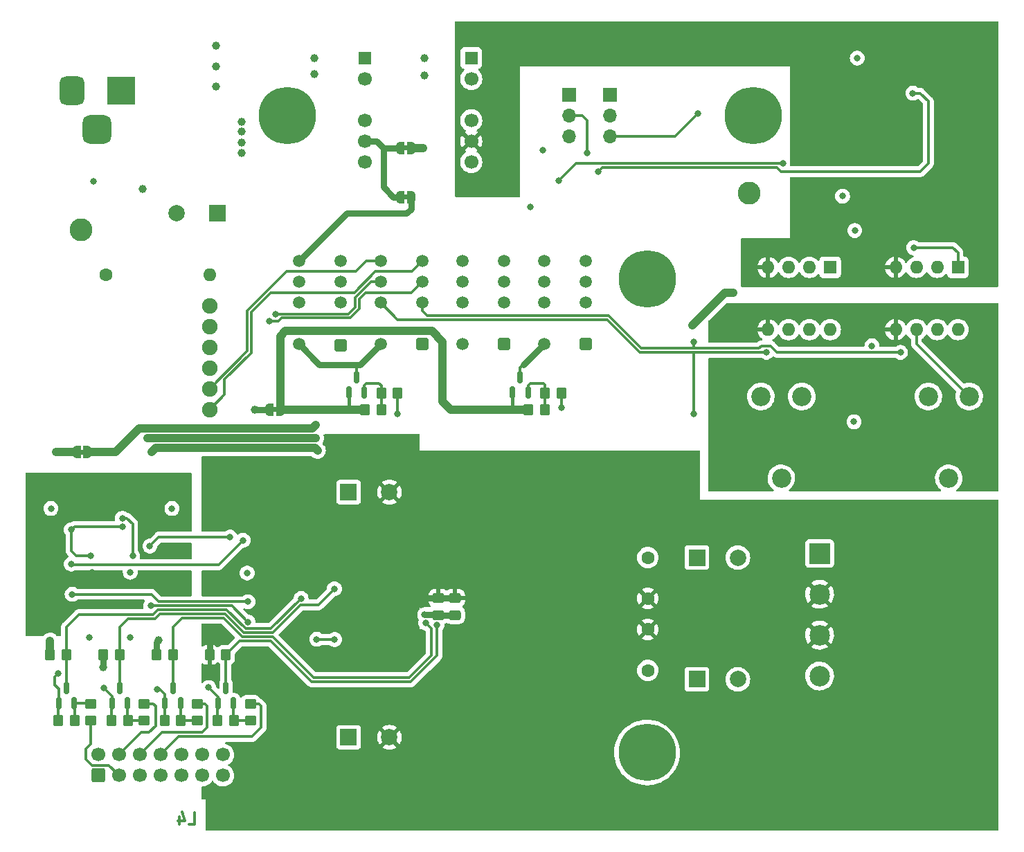
<source format=gbr>
G04 #@! TF.GenerationSoftware,KiCad,Pcbnew,6.0.4-1.fc35*
G04 #@! TF.CreationDate,2022-04-07T15:47:32+02:00*
G04 #@! TF.ProjectId,office_amp,6f666669-6365-45f6-916d-702e6b696361,rev?*
G04 #@! TF.SameCoordinates,Original*
G04 #@! TF.FileFunction,Copper,L4,Bot*
G04 #@! TF.FilePolarity,Positive*
%FSLAX46Y46*%
G04 Gerber Fmt 4.6, Leading zero omitted, Abs format (unit mm)*
G04 Created by KiCad (PCBNEW 6.0.4-1.fc35) date 2022-04-07 15:47:32*
%MOMM*%
%LPD*%
G01*
G04 APERTURE LIST*
G04 Aperture macros list*
%AMRoundRect*
0 Rectangle with rounded corners*
0 $1 Rounding radius*
0 $2 $3 $4 $5 $6 $7 $8 $9 X,Y pos of 4 corners*
0 Add a 4 corners polygon primitive as box body*
4,1,4,$2,$3,$4,$5,$6,$7,$8,$9,$2,$3,0*
0 Add four circle primitives for the rounded corners*
1,1,$1+$1,$2,$3*
1,1,$1+$1,$4,$5*
1,1,$1+$1,$6,$7*
1,1,$1+$1,$8,$9*
0 Add four rect primitives between the rounded corners*
20,1,$1+$1,$2,$3,$4,$5,0*
20,1,$1+$1,$4,$5,$6,$7,0*
20,1,$1+$1,$6,$7,$8,$9,0*
20,1,$1+$1,$8,$9,$2,$3,0*%
%AMFreePoly0*
4,1,22,0.500000,-0.750000,0.000000,-0.750000,0.000000,-0.745033,-0.079941,-0.743568,-0.215256,-0.701293,-0.333266,-0.622738,-0.424486,-0.514219,-0.481581,-0.384460,-0.499164,-0.250000,-0.500000,-0.250000,-0.500000,0.250000,-0.499164,0.250000,-0.499963,0.256109,-0.478152,0.396186,-0.417904,0.524511,-0.324060,0.630769,-0.204165,0.706417,-0.067858,0.745374,0.000000,0.744959,0.000000,0.750000,
0.500000,0.750000,0.500000,-0.750000,0.500000,-0.750000,$1*%
%AMFreePoly1*
4,1,20,0.000000,0.744959,0.073905,0.744508,0.209726,0.703889,0.328688,0.626782,0.421226,0.519385,0.479903,0.390333,0.500000,0.250000,0.500000,-0.250000,0.499851,-0.262216,0.476331,-0.402017,0.414519,-0.529596,0.319384,-0.634700,0.198574,-0.708877,0.061801,-0.746166,0.000000,-0.745033,0.000000,-0.750000,-0.500000,-0.750000,-0.500000,0.750000,0.000000,0.750000,0.000000,0.744959,
0.000000,0.744959,$1*%
G04 Aperture macros list end*
%ADD10C,0.300000*%
G04 #@! TA.AperFunction,NonConductor*
%ADD11C,0.300000*%
G04 #@! TD*
G04 #@! TA.AperFunction,ComponentPad*
%ADD12R,3.500000X3.500000*%
G04 #@! TD*
G04 #@! TA.AperFunction,ComponentPad*
%ADD13RoundRect,0.750000X-0.750000X-1.000000X0.750000X-1.000000X0.750000X1.000000X-0.750000X1.000000X0*%
G04 #@! TD*
G04 #@! TA.AperFunction,ComponentPad*
%ADD14RoundRect,0.875000X-0.875000X-0.875000X0.875000X-0.875000X0.875000X0.875000X-0.875000X0.875000X0*%
G04 #@! TD*
G04 #@! TA.AperFunction,ComponentPad*
%ADD15R,1.600000X1.600000*%
G04 #@! TD*
G04 #@! TA.AperFunction,ComponentPad*
%ADD16C,1.700000*%
G04 #@! TD*
G04 #@! TA.AperFunction,ComponentPad*
%ADD17C,1.900000*%
G04 #@! TD*
G04 #@! TA.AperFunction,ComponentPad*
%ADD18R,2.000000X2.000000*%
G04 #@! TD*
G04 #@! TA.AperFunction,ComponentPad*
%ADD19C,2.000000*%
G04 #@! TD*
G04 #@! TA.AperFunction,ComponentPad*
%ADD20RoundRect,0.250000X0.600000X-0.600000X0.600000X0.600000X-0.600000X0.600000X-0.600000X-0.600000X0*%
G04 #@! TD*
G04 #@! TA.AperFunction,ComponentPad*
%ADD21RoundRect,0.250500X0.499500X0.499500X-0.499500X0.499500X-0.499500X-0.499500X0.499500X-0.499500X0*%
G04 #@! TD*
G04 #@! TA.AperFunction,ComponentPad*
%ADD22C,1.500000*%
G04 #@! TD*
G04 #@! TA.AperFunction,ComponentPad*
%ADD23C,2.340000*%
G04 #@! TD*
G04 #@! TA.AperFunction,ComponentPad*
%ADD24O,1.600000X1.600000*%
G04 #@! TD*
G04 #@! TA.AperFunction,ComponentPad*
%ADD25R,1.700000X1.700000*%
G04 #@! TD*
G04 #@! TA.AperFunction,ComponentPad*
%ADD26O,1.700000X1.700000*%
G04 #@! TD*
G04 #@! TA.AperFunction,ComponentPad*
%ADD27C,1.600000*%
G04 #@! TD*
G04 #@! TA.AperFunction,ComponentPad*
%ADD28C,0.600000*%
G04 #@! TD*
G04 #@! TA.AperFunction,SMDPad,CuDef*
%ADD29R,3.200000X7.100000*%
G04 #@! TD*
G04 #@! TA.AperFunction,ComponentPad*
%ADD30R,2.500000X2.500000*%
G04 #@! TD*
G04 #@! TA.AperFunction,ComponentPad*
%ADD31C,2.500000*%
G04 #@! TD*
G04 #@! TA.AperFunction,ComponentPad*
%ADD32C,7.000000*%
G04 #@! TD*
G04 #@! TA.AperFunction,ComponentPad*
%ADD33C,2.800000*%
G04 #@! TD*
G04 #@! TA.AperFunction,SMDPad,CuDef*
%ADD34RoundRect,0.250000X0.475000X-0.337500X0.475000X0.337500X-0.475000X0.337500X-0.475000X-0.337500X0*%
G04 #@! TD*
G04 #@! TA.AperFunction,SMDPad,CuDef*
%ADD35RoundRect,0.250000X0.350000X0.450000X-0.350000X0.450000X-0.350000X-0.450000X0.350000X-0.450000X0*%
G04 #@! TD*
G04 #@! TA.AperFunction,SMDPad,CuDef*
%ADD36RoundRect,0.250000X-0.350000X-0.450000X0.350000X-0.450000X0.350000X0.450000X-0.350000X0.450000X0*%
G04 #@! TD*
G04 #@! TA.AperFunction,SMDPad,CuDef*
%ADD37RoundRect,0.250000X-0.450000X0.350000X-0.450000X-0.350000X0.450000X-0.350000X0.450000X0.350000X0*%
G04 #@! TD*
G04 #@! TA.AperFunction,SMDPad,CuDef*
%ADD38FreePoly0,0.000000*%
G04 #@! TD*
G04 #@! TA.AperFunction,SMDPad,CuDef*
%ADD39FreePoly1,0.000000*%
G04 #@! TD*
G04 #@! TA.AperFunction,SMDPad,CuDef*
%ADD40RoundRect,0.150000X0.150000X-0.587500X0.150000X0.587500X-0.150000X0.587500X-0.150000X-0.587500X0*%
G04 #@! TD*
G04 #@! TA.AperFunction,SMDPad,CuDef*
%ADD41FreePoly0,180.000000*%
G04 #@! TD*
G04 #@! TA.AperFunction,SMDPad,CuDef*
%ADD42FreePoly1,180.000000*%
G04 #@! TD*
G04 #@! TA.AperFunction,SMDPad,CuDef*
%ADD43RoundRect,0.250000X0.450000X-0.350000X0.450000X0.350000X-0.450000X0.350000X-0.450000X-0.350000X0*%
G04 #@! TD*
G04 #@! TA.AperFunction,ViaPad*
%ADD44C,1.000000*%
G04 #@! TD*
G04 #@! TA.AperFunction,ViaPad*
%ADD45C,0.800000*%
G04 #@! TD*
G04 #@! TA.AperFunction,Conductor*
%ADD46C,0.800000*%
G04 #@! TD*
G04 #@! TA.AperFunction,Conductor*
%ADD47C,0.300000*%
G04 #@! TD*
G04 #@! TA.AperFunction,Conductor*
%ADD48C,1.000000*%
G04 #@! TD*
G04 #@! TA.AperFunction,Conductor*
%ADD49C,0.400000*%
G04 #@! TD*
%ADD50C,0.350000*%
%ADD51O,1.000000X3.000000*%
%ADD52O,3.000000X1.000000*%
%ADD53C,0.300000*%
G04 APERTURE END LIST*
D10*
D11*
X110450000Y-156778571D02*
X111164285Y-156778571D01*
X111164285Y-155278571D01*
X109307142Y-155778571D02*
X109307142Y-156778571D01*
X109664285Y-155207142D02*
X110021428Y-156278571D01*
X109092857Y-156278571D01*
G04 #@! TO.C,STAR3*
G36*
X97650000Y-111500000D02*
G01*
X97150000Y-111500000D01*
X97150000Y-110900000D01*
X97650000Y-110900000D01*
X97650000Y-111500000D01*
G37*
G04 #@! TO.C,STAR2*
G36*
X137250000Y-80300000D02*
G01*
X136750000Y-80300000D01*
X136750000Y-79700000D01*
X137250000Y-79700000D01*
X137250000Y-80300000D01*
G37*
G04 #@! TO.C,STAR5*
G36*
X121250000Y-106300000D02*
G01*
X120750000Y-106300000D01*
X120750000Y-105700000D01*
X121250000Y-105700000D01*
X121250000Y-106300000D01*
G37*
G04 #@! TO.C,STAR4*
G36*
X137250000Y-74300000D02*
G01*
X136750000Y-74300000D01*
X136750000Y-73700000D01*
X137250000Y-73700000D01*
X137250000Y-74300000D01*
G37*
G04 #@! TD*
D12*
G04 #@! TO.P,J1,1*
G04 #@! TO.N,/Power/Vin*
X102200000Y-67000000D03*
D13*
G04 #@! TO.P,J1,2*
G04 #@! TO.N,GNDREF*
X96200000Y-67000000D03*
D14*
G04 #@! TO.P,J1,3*
G04 #@! TO.N,N/C*
X99200000Y-71700000D03*
G04 #@! TD*
D15*
G04 #@! TO.P,U4,1,+VIN*
G04 #@! TO.N,V+*
X145000000Y-63000000D03*
D16*
G04 #@! TO.P,U4,2,-VIN*
G04 #@! TO.N,GNDREF*
X145000000Y-65540000D03*
G04 #@! TO.P,U4,4,-VOUT*
G04 #@! TO.N,-5VA*
X145000000Y-70620000D03*
G04 #@! TO.P,U4,5,Common*
G04 #@! TO.N,GND_Input*
X145000000Y-73160000D03*
G04 #@! TO.P,U4,6,+VOUT*
G04 #@! TO.N,+5VA*
X145000000Y-75700000D03*
G04 #@! TD*
D17*
G04 #@! TO.P,U5,1,R*
G04 #@! TO.N,R-In-BT*
X113000000Y-106000000D03*
G04 #@! TO.P,U5,2,L*
G04 #@! TO.N,L-In-BT*
X113000000Y-103460000D03*
G04 #@! TO.P,U5,3,GND*
G04 #@! TO.N,GND_BT*
X113000000Y-100920000D03*
G04 #@! TO.P,U5,4,VCC*
G04 #@! TO.N,Net-(C41-Pad1)*
X113000000Y-98380000D03*
G04 #@! TO.P,U5,5,MUTE*
G04 #@! TO.N,BT-MUTE*
X113000000Y-95840000D03*
G04 #@! TO.P,U5,6,KEY*
G04 #@! TO.N,BT-KEY*
X113000000Y-93300000D03*
G04 #@! TD*
D18*
G04 #@! TO.P,C11,1*
G04 #@! TO.N,V+*
X130000000Y-146100000D03*
D19*
G04 #@! TO.P,C11,2*
G04 #@! TO.N,GNDREF*
X135000000Y-146100000D03*
G04 #@! TD*
D20*
G04 #@! TO.P,J3,1,Pin_1*
G04 #@! TO.N,+5V*
X99380000Y-150752500D03*
D16*
G04 #@! TO.P,J3,2,Pin_2*
G04 #@! TO.N,GNDD*
X99380000Y-148212500D03*
G04 #@! TO.P,J3,3,Pin_3*
G04 #@! TO.N,~{AMP-Mute}*
X101920000Y-150752500D03*
G04 #@! TO.P,J3,4,Pin_4*
G04 #@! TO.N,AMP-ShutDown*
X101920000Y-148212500D03*
G04 #@! TO.P,J3,5,Pin_5*
G04 #@! TO.N,SELECT-BT*
X104460000Y-150752500D03*
G04 #@! TO.P,J3,6,Pin_6*
G04 #@! TO.N,AMP-GAIN0*
X104460000Y-148212500D03*
G04 #@! TO.P,J3,7,Pin_7*
G04 #@! TO.N,SELECT-Analog*
X107000000Y-150752500D03*
G04 #@! TO.P,J3,8,Pin_8*
G04 #@! TO.N,AMP-GAIN1*
X107000000Y-148212500D03*
G04 #@! TO.P,J3,9,Pin_9*
G04 #@! TO.N,BT-KEY*
X109540000Y-150752500D03*
G04 #@! TO.P,J3,10,Pin_10*
G04 #@! TO.N,SDA*
X109540000Y-148212500D03*
G04 #@! TO.P,J3,11,Pin_11*
G04 #@! TO.N,BT-MUTE*
X112080000Y-150752500D03*
G04 #@! TO.P,J3,12,Pin_12*
G04 #@! TO.N,SCL*
X112080000Y-148212500D03*
G04 #@! TO.P,J3,13,Pin_13*
G04 #@! TO.N,+3V3*
X114620000Y-150752500D03*
G04 #@! TO.P,J3,14,Pin_14*
G04 #@! TO.N,GNDD*
X114620000Y-148212500D03*
G04 #@! TD*
D21*
G04 #@! TO.P,K1,1*
G04 #@! TO.N,V+*
X159000000Y-98000000D03*
D22*
G04 #@! TO.P,K1,3*
G04 #@! TO.N,R-In-USB*
X159000000Y-92920000D03*
G04 #@! TO.P,K1,4*
G04 #@! TO.N,R-In-ISO*
X159000000Y-90380000D03*
G04 #@! TO.P,K1,5*
G04 #@! TO.N,R-In-An*
X159000000Y-87840000D03*
G04 #@! TO.P,K1,8*
G04 #@! TO.N,L-In-An*
X153920000Y-87840000D03*
G04 #@! TO.P,K1,9*
G04 #@! TO.N,L-In-ISO*
X153920000Y-90380000D03*
G04 #@! TO.P,K1,10*
G04 #@! TO.N,L-In-USB*
X153920000Y-92920000D03*
G04 #@! TO.P,K1,12*
G04 #@! TO.N,Net-(D1-Pad2)*
X153920000Y-98000000D03*
G04 #@! TD*
D21*
G04 #@! TO.P,K4,1*
G04 #@! TO.N,V+*
X139000000Y-98000000D03*
D22*
G04 #@! TO.P,K4,3*
G04 #@! TO.N,R-In-OPA*
X139000000Y-92920000D03*
G04 #@! TO.P,K4,4*
G04 #@! TO.N,R-In*
X139000000Y-90380000D03*
G04 #@! TO.P,K4,5*
G04 #@! TO.N,R-In-BT*
X139000000Y-87840000D03*
G04 #@! TO.P,K4,8*
G04 #@! TO.N,L-In-BT*
X133920000Y-87840000D03*
G04 #@! TO.P,K4,9*
G04 #@! TO.N,L-In*
X133920000Y-90380000D03*
G04 #@! TO.P,K4,10*
G04 #@! TO.N,L-In-OPA*
X133920000Y-92920000D03*
G04 #@! TO.P,K4,12*
G04 #@! TO.N,Net-(D5-Pad2)*
X133920000Y-98000000D03*
G04 #@! TD*
D23*
G04 #@! TO.P,RV1,1,1*
G04 #@! TO.N,Net-(R11-Pad2)*
X200900000Y-104400000D03*
G04 #@! TO.P,RV1,2,2*
G04 #@! TO.N,Net-(C34-Pad2)*
X203400000Y-114400000D03*
G04 #@! TO.P,RV1,3,3*
X205900000Y-104400000D03*
G04 #@! TD*
G04 #@! TO.P,RV2,1,1*
G04 #@! TO.N,Net-(R12-Pad2)*
X180425000Y-104400000D03*
G04 #@! TO.P,RV2,2,2*
G04 #@! TO.N,Net-(C35-Pad2)*
X182925000Y-114400000D03*
G04 #@! TO.P,RV2,3,3*
X185425000Y-104400000D03*
G04 #@! TD*
D15*
G04 #@! TO.P,U2,1,+VIN*
G04 #@! TO.N,V+*
X132000000Y-63000000D03*
D16*
G04 #@! TO.P,U2,2,-VIN*
G04 #@! TO.N,GNDREF*
X132000000Y-65540000D03*
G04 #@! TO.P,U2,4,-VOUT*
G04 #@! TO.N,-5V*
X132000000Y-70620000D03*
G04 #@! TO.P,U2,5,Common*
G04 #@! TO.N,Net-(C4-Pad1)*
X132000000Y-73160000D03*
G04 #@! TO.P,U2,6,+VOUT*
G04 #@! TO.N,+5V*
X132000000Y-75700000D03*
G04 #@! TD*
D15*
G04 #@! TO.P,U9,1*
G04 #@! TO.N,Net-(Q3-Pad2)*
X188900000Y-88600000D03*
D24*
G04 #@! TO.P,U9,2*
G04 #@! TO.N,Net-(R10-Pad2)*
X186360000Y-88600000D03*
G04 #@! TO.P,U9,3*
G04 #@! TO.N,Net-(C31-Pad2)*
X183820000Y-88600000D03*
G04 #@! TO.P,U9,4*
G04 #@! TO.N,GND_Input*
X181280000Y-88600000D03*
G04 #@! TO.P,U9,5*
G04 #@! TO.N,GNDA*
X181280000Y-96220000D03*
G04 #@! TO.P,U9,6*
G04 #@! TO.N,Net-(C35-Pad2)*
X183820000Y-96220000D03*
G04 #@! TO.P,U9,7,NC*
G04 #@! TO.N,unconnected-(U9-Pad7)*
X186360000Y-96220000D03*
G04 #@! TO.P,U9,8,NC*
G04 #@! TO.N,unconnected-(U9-Pad8)*
X188900000Y-96220000D03*
G04 #@! TD*
D18*
G04 #@! TO.P,C3,1*
G04 #@! TO.N,V+*
X114000000Y-82000000D03*
D19*
G04 #@! TO.P,C3,2*
G04 #@! TO.N,GNDREF*
X109000000Y-82000000D03*
G04 #@! TD*
D15*
G04 #@! TO.P,U8,1*
G04 #@! TO.N,Net-(Q2-Pad2)*
X204520000Y-88600000D03*
D24*
G04 #@! TO.P,U8,2*
G04 #@! TO.N,Net-(R9-Pad2)*
X201980000Y-88600000D03*
G04 #@! TO.P,U8,3*
G04 #@! TO.N,Net-(C30-Pad2)*
X199440000Y-88600000D03*
G04 #@! TO.P,U8,4*
G04 #@! TO.N,GND_Input*
X196900000Y-88600000D03*
G04 #@! TO.P,U8,5*
G04 #@! TO.N,GNDA*
X196900000Y-96220000D03*
G04 #@! TO.P,U8,6*
G04 #@! TO.N,Net-(C34-Pad2)*
X199440000Y-96220000D03*
G04 #@! TO.P,U8,7,NC*
G04 #@! TO.N,unconnected-(U8-Pad7)*
X201980000Y-96220000D03*
G04 #@! TO.P,U8,8,NC*
G04 #@! TO.N,unconnected-(U8-Pad8)*
X204520000Y-96220000D03*
G04 #@! TD*
D25*
G04 #@! TO.P,J8,1,Pin_1*
G04 #@! TO.N,GND_USB*
X157000000Y-67475000D03*
D26*
G04 #@! TO.P,J8,2,Pin_2*
G04 #@! TO.N,R-In-USB*
X157000000Y-70015000D03*
G04 #@! TO.P,J8,3,Pin_3*
G04 #@! TO.N,L-In-USB*
X157000000Y-72555000D03*
G04 #@! TD*
D27*
G04 #@! TO.P,C22,1*
G04 #@! TO.N,Net-(C22-Pad1)*
X166600000Y-124100000D03*
G04 #@! TO.P,C22,2*
G04 #@! TO.N,GNDREF*
X166600000Y-129100000D03*
G04 #@! TD*
D28*
G04 #@! TO.P,U6,25,PGNDPad*
G04 #@! TO.N,GNDREF*
X133000000Y-133050000D03*
X134300000Y-130450000D03*
X133000000Y-134350000D03*
X133000000Y-127850000D03*
X134300000Y-134350000D03*
X134300000Y-129150000D03*
X131700000Y-131750000D03*
X133000000Y-129150000D03*
X134300000Y-131750000D03*
X134300000Y-133050000D03*
X133000000Y-130450000D03*
X133000000Y-131750000D03*
X131700000Y-129150000D03*
X131700000Y-134350000D03*
X134300000Y-127850000D03*
X131700000Y-127850000D03*
D29*
X133000000Y-131100000D03*
D28*
X131700000Y-130450000D03*
X131700000Y-133050000D03*
G04 #@! TD*
D30*
G04 #@! TO.P,J7,1,Pin_1*
G04 #@! TO.N,/Class_D/L-Out*
X187600000Y-123600000D03*
D31*
G04 #@! TO.P,J7,2,Pin_2*
G04 #@! TO.N,GNDREF*
X187600000Y-128600000D03*
G04 #@! TO.P,J7,3,Pin_3*
X187600000Y-133600000D03*
G04 #@! TO.P,J7,4,Pin_4*
G04 #@! TO.N,/Class_D/R-Out*
X187600000Y-138600000D03*
G04 #@! TD*
D18*
G04 #@! TO.P,C25,1*
G04 #@! TO.N,Net-(C23-Pad2)*
X172600000Y-139000000D03*
D19*
G04 #@! TO.P,C25,2*
G04 #@! TO.N,/Class_D/R-Out*
X177600000Y-139000000D03*
G04 #@! TD*
D27*
G04 #@! TO.P,C23,1*
G04 #@! TO.N,GNDREF*
X166600000Y-132900000D03*
G04 #@! TO.P,C23,2*
G04 #@! TO.N,Net-(C23-Pad2)*
X166600000Y-137900000D03*
G04 #@! TD*
D18*
G04 #@! TO.P,C24,1*
G04 #@! TO.N,Net-(C22-Pad1)*
X172600000Y-124100000D03*
D19*
G04 #@! TO.P,C24,2*
G04 #@! TO.N,/Class_D/L-Out*
X177600000Y-124100000D03*
G04 #@! TD*
D18*
G04 #@! TO.P,C10,1*
G04 #@! TO.N,V+*
X130000000Y-116100000D03*
D19*
G04 #@! TO.P,C10,2*
G04 #@! TO.N,GNDREF*
X135000000Y-116100000D03*
G04 #@! TD*
D21*
G04 #@! TO.P,K3,1*
G04 #@! TO.N,V+*
X129000000Y-98180000D03*
D22*
G04 #@! TO.P,K3,3*
G04 #@! TO.N,unconnected-(K3-Pad3)*
X129000000Y-92920000D03*
G04 #@! TO.P,K3,4*
G04 #@! TO.N,5V_BT*
X129000000Y-90380000D03*
G04 #@! TO.P,K3,5*
G04 #@! TO.N,+5V*
X129000000Y-87840000D03*
G04 #@! TO.P,K3,8*
G04 #@! TO.N,GND1*
X123920000Y-87840000D03*
G04 #@! TO.P,K3,9*
G04 #@! TO.N,GND_BT*
X123920000Y-90380000D03*
G04 #@! TO.P,K3,10*
G04 #@! TO.N,unconnected-(K3-Pad10)*
X123920000Y-92920000D03*
G04 #@! TO.P,K3,12*
G04 #@! TO.N,Net-(D5-Pad2)*
X123920000Y-98000000D03*
G04 #@! TD*
D25*
G04 #@! TO.P,J2,1,Pin_1*
G04 #@! TO.N,GND_An_In*
X162000000Y-67475000D03*
D26*
G04 #@! TO.P,J2,2,Pin_2*
G04 #@! TO.N,R-In-An*
X162000000Y-70015000D03*
G04 #@! TO.P,J2,3,Pin_3*
G04 #@! TO.N,L-In-An*
X162000000Y-72555000D03*
G04 #@! TD*
D21*
G04 #@! TO.P,K2,1*
G04 #@! TO.N,V+*
X149000000Y-98000000D03*
D22*
G04 #@! TO.P,K2,3*
G04 #@! TO.N,GND_USB*
X149000000Y-92920000D03*
G04 #@! TO.P,K2,4*
G04 #@! TO.N,GND_Input*
X149000000Y-90380000D03*
G04 #@! TO.P,K2,5*
G04 #@! TO.N,GND_An_In*
X149000000Y-87840000D03*
G04 #@! TO.P,K2,8*
G04 #@! TO.N,unconnected-(K2-Pad8)*
X143920000Y-87840000D03*
G04 #@! TO.P,K2,9*
G04 #@! TO.N,unconnected-(K2-Pad9)*
X143920000Y-90380000D03*
G04 #@! TO.P,K2,10*
G04 #@! TO.N,unconnected-(K2-Pad10)*
X143920000Y-92920000D03*
G04 #@! TO.P,K2,12*
G04 #@! TO.N,Net-(D1-Pad2)*
X143920000Y-98000000D03*
G04 #@! TD*
D32*
G04 #@! TO.P,REF\u002A\u002A,1*
G04 #@! TO.N,N/C*
X179500000Y-70050000D03*
G04 #@! TD*
G04 #@! TO.P,REF\u002A\u002A,1*
G04 #@! TO.N,N/C*
X166500000Y-147950000D03*
G04 #@! TD*
D33*
G04 #@! TO.P,TP2,1,1*
G04 #@! TO.N,GNDREF*
X97250000Y-84000000D03*
G04 #@! TD*
D27*
G04 #@! TO.P,L3,1,1*
G04 #@! TO.N,Net-(C41-Pad1)*
X100300000Y-89500000D03*
D24*
G04 #@! TO.P,L3,2,2*
G04 #@! TO.N,5V_BT*
X113000000Y-89500000D03*
G04 #@! TD*
D32*
G04 #@! TO.P,REF\u002A\u002A,1*
G04 #@! TO.N,N/C*
X166500000Y-90000000D03*
G04 #@! TD*
D33*
G04 #@! TO.P,TP5,1,1*
G04 #@! TO.N,GND_Input*
X179000000Y-79500000D03*
G04 #@! TD*
D32*
G04 #@! TO.P,REF\u002A\u002A,1*
G04 #@! TO.N,N/C*
X122500000Y-70050000D03*
G04 #@! TD*
D34*
G04 #@! TO.P,C13,1*
G04 #@! TO.N,V+*
X141000000Y-131137500D03*
G04 #@! TO.P,C13,2*
G04 #@! TO.N,GNDREF*
X141000000Y-129062500D03*
G04 #@! TD*
D35*
G04 #@! TO.P,R1,1*
G04 #@! TO.N,/Class_D/GAIN1*
X115000000Y-136000000D03*
G04 #@! TO.P,R1,2*
G04 #@! TO.N,GNDREF*
X113000000Y-136000000D03*
G04 #@! TD*
G04 #@! TO.P,R2,1*
G04 #@! TO.N,/Class_D/GAIN0*
X108500000Y-136000000D03*
G04 #@! TO.P,R2,2*
G04 #@! TO.N,GNDREF*
X106500000Y-136000000D03*
G04 #@! TD*
G04 #@! TO.P,R3,1*
G04 #@! TO.N,/Class_D/~{SD}*
X102000000Y-136000000D03*
G04 #@! TO.P,R3,2*
G04 #@! TO.N,GNDREF*
X100000000Y-136000000D03*
G04 #@! TD*
D36*
G04 #@! TO.P,R4,1*
G04 #@! TO.N,+3V3*
X93500000Y-136000000D03*
G04 #@! TO.P,R4,2*
G04 #@! TO.N,/Class_D/MUTE*
X95500000Y-136000000D03*
G04 #@! TD*
D34*
G04 #@! TO.P,C12,1*
G04 #@! TO.N,V+*
X143000000Y-131137500D03*
G04 #@! TO.P,C12,2*
G04 #@! TO.N,GNDREF*
X143000000Y-129062500D03*
G04 #@! TD*
D36*
G04 #@! TO.P,R18,1*
G04 #@! TO.N,GND2*
X132000000Y-106000000D03*
G04 #@! TO.P,R18,2*
G04 #@! TO.N,Net-(Q5-Pad1)*
X134000000Y-106000000D03*
G04 #@! TD*
G04 #@! TO.P,R24,1*
G04 #@! TO.N,GNDREF*
X94500000Y-144000000D03*
G04 #@! TO.P,R24,2*
G04 #@! TO.N,Net-(Q7-Pad1)*
X96500000Y-144000000D03*
G04 #@! TD*
D35*
G04 #@! TO.P,R28,1*
G04 #@! TO.N,Net-(Q9-Pad1)*
X116000000Y-144000000D03*
G04 #@! TO.P,R28,2*
G04 #@! TO.N,+3V3*
X114000000Y-144000000D03*
G04 #@! TD*
G04 #@! TO.P,R17,1*
G04 #@! TO.N,SELECT-BT*
X136000000Y-104000000D03*
G04 #@! TO.P,R17,2*
G04 #@! TO.N,Net-(Q5-Pad1)*
X134000000Y-104000000D03*
G04 #@! TD*
G04 #@! TO.P,R15,1*
G04 #@! TO.N,SELECT-Analog*
X156000000Y-104000000D03*
G04 #@! TO.P,R15,2*
G04 #@! TO.N,Net-(Q4-Pad1)*
X154000000Y-104000000D03*
G04 #@! TD*
D37*
G04 #@! TO.P,R25,1*
G04 #@! TO.N,AMP-ShutDown*
X105000000Y-142000000D03*
G04 #@! TO.P,R25,2*
G04 #@! TO.N,Net-(Q8-Pad1)*
X105000000Y-144000000D03*
G04 #@! TD*
G04 #@! TO.P,R21,1*
G04 #@! TO.N,AMP-GAIN0*
X111500000Y-142000000D03*
G04 #@! TO.P,R21,2*
G04 #@! TO.N,Net-(Q6-Pad1)*
X111500000Y-144000000D03*
G04 #@! TD*
G04 #@! TO.P,R26,1*
G04 #@! TO.N,AMP-GAIN1*
X118000000Y-142000000D03*
G04 #@! TO.P,R26,2*
G04 #@! TO.N,Net-(Q9-Pad1)*
X118000000Y-144000000D03*
G04 #@! TD*
D38*
G04 #@! TO.P,STAR3,1,A*
G04 #@! TO.N,GNDD*
X96750000Y-111200000D03*
D39*
G04 #@! TO.P,STAR3,2,B*
G04 #@! TO.N,GNDA*
X98050000Y-111200000D03*
G04 #@! TD*
D40*
G04 #@! TO.P,Q4,1,B*
G04 #@! TO.N,Net-(Q4-Pad1)*
X151950000Y-103937500D03*
G04 #@! TO.P,Q4,2,E*
G04 #@! TO.N,GND2*
X150050000Y-103937500D03*
G04 #@! TO.P,Q4,3,C*
G04 #@! TO.N,Net-(D1-Pad2)*
X151000000Y-102062500D03*
G04 #@! TD*
D41*
G04 #@! TO.P,STAR2,1,A*
G04 #@! TO.N,GND1*
X137650000Y-80000000D03*
D42*
G04 #@! TO.P,STAR2,2,B*
G04 #@! TO.N,Net-(C4-Pad1)*
X136350000Y-80000000D03*
G04 #@! TD*
D35*
G04 #@! TO.P,R27,1*
G04 #@! TO.N,Net-(Q8-Pad1)*
X103000000Y-144000000D03*
G04 #@! TO.P,R27,2*
G04 #@! TO.N,+3V3*
X101000000Y-144000000D03*
G04 #@! TD*
D43*
G04 #@! TO.P,R22,1*
G04 #@! TO.N,~{AMP-Mute}*
X98500000Y-144000000D03*
G04 #@! TO.P,R22,2*
G04 #@! TO.N,Net-(Q7-Pad1)*
X98500000Y-142000000D03*
G04 #@! TD*
D40*
G04 #@! TO.P,Q9,1,B*
G04 #@! TO.N,Net-(Q9-Pad1)*
X115950000Y-141937500D03*
G04 #@! TO.P,Q9,2,E*
G04 #@! TO.N,+3V3*
X114050000Y-141937500D03*
G04 #@! TO.P,Q9,3,C*
G04 #@! TO.N,/Class_D/GAIN1*
X115000000Y-140062500D03*
G04 #@! TD*
D36*
G04 #@! TO.P,R16,1*
G04 #@! TO.N,GND2*
X152000000Y-106000000D03*
G04 #@! TO.P,R16,2*
G04 #@! TO.N,Net-(Q4-Pad1)*
X154000000Y-106000000D03*
G04 #@! TD*
D41*
G04 #@! TO.P,STAR5,1,A*
G04 #@! TO.N,GND2*
X121650000Y-106000000D03*
D42*
G04 #@! TO.P,STAR5,2,B*
G04 #@! TO.N,GNDREF*
X120350000Y-106000000D03*
G04 #@! TD*
D40*
G04 #@! TO.P,Q5,1,B*
G04 #@! TO.N,Net-(Q5-Pad1)*
X131950000Y-103937500D03*
G04 #@! TO.P,Q5,2,E*
G04 #@! TO.N,GND2*
X130050000Y-103937500D03*
G04 #@! TO.P,Q5,3,C*
G04 #@! TO.N,Net-(D5-Pad2)*
X131000000Y-102062500D03*
G04 #@! TD*
G04 #@! TO.P,Q8,1,B*
G04 #@! TO.N,Net-(Q8-Pad1)*
X102950000Y-141937500D03*
G04 #@! TO.P,Q8,2,E*
G04 #@! TO.N,+3V3*
X101050000Y-141937500D03*
G04 #@! TO.P,Q8,3,C*
G04 #@! TO.N,/Class_D/~{SD}*
X102000000Y-140062500D03*
G04 #@! TD*
D41*
G04 #@! TO.P,STAR4,1,A*
G04 #@! TO.N,GNDA*
X137650000Y-74000000D03*
D42*
G04 #@! TO.P,STAR4,2,B*
G04 #@! TO.N,Net-(C4-Pad1)*
X136350000Y-74000000D03*
G04 #@! TD*
D40*
G04 #@! TO.P,Q6,1,B*
G04 #@! TO.N,Net-(Q6-Pad1)*
X109450000Y-141937500D03*
G04 #@! TO.P,Q6,2,E*
G04 #@! TO.N,+3V3*
X107550000Y-141937500D03*
G04 #@! TO.P,Q6,3,C*
G04 #@! TO.N,/Class_D/GAIN0*
X108500000Y-140062500D03*
G04 #@! TD*
D35*
G04 #@! TO.P,R23,1*
G04 #@! TO.N,Net-(Q6-Pad1)*
X109500000Y-144000000D03*
G04 #@! TO.P,R23,2*
G04 #@! TO.N,+3V3*
X107500000Y-144000000D03*
G04 #@! TD*
D40*
G04 #@! TO.P,Q7,1,B*
G04 #@! TO.N,Net-(Q7-Pad1)*
X96450000Y-141937500D03*
G04 #@! TO.P,Q7,2,E*
G04 #@! TO.N,GNDREF*
X94550000Y-141937500D03*
G04 #@! TO.P,Q7,3,C*
G04 #@! TO.N,/Class_D/MUTE*
X95500000Y-140062500D03*
G04 #@! TD*
D44*
G04 #@! TO.N,GNDREF*
X125800000Y-65000000D03*
X100000000Y-137500000D03*
X139300000Y-65100000D03*
X122600000Y-126000000D03*
X106800000Y-134200000D03*
X118500000Y-106000000D03*
X120399500Y-136600000D03*
D45*
X94500000Y-138300000D03*
D44*
X113000000Y-134500000D03*
D45*
X98800000Y-78100000D03*
G04 #@! TO.N,V+*
X139300000Y-131100000D03*
D44*
X116900000Y-74600000D03*
X116900000Y-70800000D03*
X113800000Y-66500000D03*
X116900000Y-73300000D03*
X116900000Y-72000000D03*
X125800000Y-63000000D03*
X113800000Y-61500000D03*
X104800000Y-79000000D03*
X113800000Y-64000000D03*
X139300000Y-63000000D03*
D45*
G04 #@! TO.N,+5V*
X191800000Y-107500000D03*
X126000000Y-109500000D03*
X103300000Y-125900000D03*
X108400000Y-118100000D03*
X105400000Y-109500000D03*
G04 #@! TO.N,+5VA*
X190400000Y-79900000D03*
X191900000Y-84100000D03*
X153750000Y-74250000D03*
G04 #@! TO.N,L-In*
X96100000Y-124900000D03*
X121100000Y-94300000D03*
X117100000Y-122000000D03*
G04 #@! TO.N,R-In*
X120300000Y-95200000D03*
X115500000Y-121600000D03*
X105700000Y-122700000D03*
G04 #@! TO.N,-5V*
X126200000Y-111000000D03*
X93600000Y-118100000D03*
X177000000Y-91700000D03*
X172000000Y-95700000D03*
X105900000Y-111200000D03*
X194000000Y-98200000D03*
X98300000Y-133900000D03*
G04 #@! TO.N,GNDA*
X103300000Y-133900000D03*
X191900000Y-94200000D03*
X93600000Y-116000000D03*
X117600000Y-126000000D03*
X103700000Y-109000000D03*
X98600000Y-125900000D03*
X139100000Y-74000000D03*
X126000000Y-107900000D03*
X193900000Y-107600000D03*
X108400000Y-116000000D03*
G04 #@! TO.N,-5VA*
X152250000Y-81250000D03*
X192200000Y-63000000D03*
G04 #@! TO.N,Net-(Q2-Pad2)*
X199100000Y-86200000D03*
G04 #@! TO.N,/Class_D/VCLAMP*
X128300000Y-134124500D03*
X126100000Y-134100000D03*
G04 #@! TO.N,R-In-ISO*
X160500000Y-76900000D03*
X199000000Y-67300000D03*
G04 #@! TO.N,L-In-ISO*
X155700000Y-78000000D03*
X183100000Y-75900000D03*
G04 #@! TO.N,L-In-An*
X172700000Y-69800000D03*
G04 #@! TO.N,/Class_D/~{SD}*
X128270023Y-127929977D03*
G04 #@! TO.N,/Class_D/GAIN0*
X139410377Y-132099500D03*
G04 #@! TO.N,/Class_D/GAIN1*
X140800000Y-132324500D03*
G04 #@! TO.N,/Class_D/MUTE*
X124200000Y-129100000D03*
G04 #@! TO.N,L-In-OPA*
X172200000Y-106500000D03*
X181100000Y-99000000D03*
G04 #@! TO.N,R-In-OPA*
X197500000Y-99000000D03*
X172200000Y-97700000D03*
G04 #@! TO.N,R-In-USB*
X159200000Y-74600000D03*
G04 #@! TO.N,Net-(C16-Pad2)*
X105800000Y-129999500D03*
X117700000Y-132000000D03*
G04 #@! TO.N,GND_Input*
X194037500Y-78362500D03*
X191272536Y-63827464D03*
X194100000Y-82900000D03*
G04 #@! TO.N,+3V3*
X112900000Y-140000000D03*
X93500000Y-134300000D03*
X106600000Y-140200000D03*
X100100000Y-140100000D03*
X103600000Y-123900000D03*
X102349500Y-119300000D03*
G04 #@! TO.N,GNDD*
X98500000Y-123900000D03*
X96100000Y-120700000D03*
X94200000Y-111200000D03*
X102400000Y-120300000D03*
G04 #@! TO.N,Net-(C17-Pad2)*
X96200000Y-128600000D03*
X117700000Y-129500000D03*
G04 #@! TO.N,SELECT-Analog*
X156000000Y-105800000D03*
G04 #@! TO.N,SELECT-BT*
X136000000Y-106562355D03*
G04 #@! TD*
D46*
G04 #@! TO.N,GNDREF*
X106500000Y-136000000D02*
X106500000Y-134500000D01*
D47*
X94100000Y-138700000D02*
X94500000Y-138300000D01*
D46*
X134387500Y-129062500D02*
X134300000Y-129150000D01*
X106500000Y-134500000D02*
X106800000Y-134200000D01*
D47*
X94550000Y-141937500D02*
X94550000Y-140150000D01*
D46*
X141000000Y-129062500D02*
X134387500Y-129062500D01*
D47*
X94100000Y-139700000D02*
X94100000Y-138700000D01*
D46*
X141000000Y-129062500D02*
X143000000Y-129062500D01*
D47*
X94500000Y-144000000D02*
X94500000Y-141987500D01*
X94500000Y-141987500D02*
X94550000Y-141937500D01*
D46*
X113000000Y-136000000D02*
X113000000Y-134500000D01*
X120350000Y-106000000D02*
X118500000Y-106000000D01*
X100000000Y-136000000D02*
X100000000Y-137500000D01*
D47*
X94550000Y-140150000D02*
X94100000Y-139700000D01*
D46*
G04 #@! TO.N,V+*
X139300000Y-131100000D02*
X140962500Y-131100000D01*
X141000000Y-131137500D02*
X143000000Y-131137500D01*
X140962500Y-131100000D02*
X141000000Y-131137500D01*
D48*
G04 #@! TO.N,+5V*
X126000000Y-109500000D02*
X105400000Y-109500000D01*
D47*
G04 #@! TO.N,L-In*
X117100000Y-122000000D02*
X114100000Y-125000000D01*
X130800000Y-93500000D02*
X130000000Y-94300000D01*
X130800000Y-92306428D02*
X130800000Y-93500000D01*
X130000000Y-94300000D02*
X121100000Y-94300000D01*
X114100000Y-125000000D02*
X96200000Y-125000000D01*
X96200000Y-125000000D02*
X96100000Y-124900000D01*
X132726428Y-90380000D02*
X130800000Y-92306428D01*
X133920000Y-90380000D02*
X132726428Y-90380000D01*
G04 #@! TO.N,R-In*
X115500000Y-121600000D02*
X106800000Y-121600000D01*
X121800481Y-94799519D02*
X121400000Y-95200000D01*
X131299520Y-93699520D02*
X131303214Y-93703214D01*
X131303214Y-93703214D02*
X130206909Y-94799519D01*
X130206909Y-94799519D02*
X121800481Y-94799519D01*
X106800000Y-121600000D02*
X105700000Y-122700000D01*
X132112856Y-91700000D02*
X131299520Y-92513336D01*
X137680000Y-91700000D02*
X132112856Y-91700000D01*
X121400000Y-95200000D02*
X120300000Y-95200000D01*
X139000000Y-90380000D02*
X137680000Y-91700000D01*
X131299520Y-92513336D02*
X131299520Y-93699520D01*
D48*
G04 #@! TO.N,-5V*
X176000000Y-91700000D02*
X177000000Y-91700000D01*
X106400480Y-110699520D02*
X105900000Y-111200000D01*
X126200000Y-111000000D02*
X125899520Y-110699520D01*
X172000000Y-95700000D02*
X176000000Y-91700000D01*
X125899520Y-110699520D02*
X106400480Y-110699520D01*
G04 #@! TO.N,GNDA*
X104902663Y-108300000D02*
X104400000Y-108300000D01*
X137650000Y-74000000D02*
X139100000Y-74000000D01*
X104400000Y-108300000D02*
X103700000Y-109000000D01*
X126000000Y-107900000D02*
X125599520Y-108300480D01*
X98050000Y-111200000D02*
X101500000Y-111200000D01*
X104903143Y-108300480D02*
X104902663Y-108300000D01*
X101500000Y-111200000D02*
X103700000Y-109000000D01*
X125599520Y-108300480D02*
X104903143Y-108300480D01*
D47*
G04 #@! TO.N,Net-(C34-Pad2)*
X199440000Y-97940000D02*
X199440000Y-96220000D01*
X205900000Y-104400000D02*
X199440000Y-97940000D01*
G04 #@! TO.N,Net-(Q2-Pad2)*
X204520000Y-86820000D02*
X204520000Y-88600000D01*
X199100000Y-86200000D02*
X203900000Y-86200000D01*
X203900000Y-86200000D02*
X204520000Y-86820000D01*
G04 #@! TO.N,/Class_D/VCLAMP*
X128300000Y-134124500D02*
X126124500Y-134124500D01*
X126124500Y-134124500D02*
X126100000Y-134100000D01*
G04 #@! TO.N,R-In-ISO*
X160500000Y-76900000D02*
X161000480Y-76399520D01*
X199900000Y-76900000D02*
X200900000Y-75900000D01*
X182900000Y-76900000D02*
X199900000Y-76900000D01*
X182399520Y-76399520D02*
X182900000Y-76900000D01*
X200900000Y-75900000D02*
X200900000Y-68300000D01*
X199900000Y-67300000D02*
X199000000Y-67300000D01*
X200900000Y-68300000D02*
X199900000Y-67300000D01*
X161000480Y-76399520D02*
X182399520Y-76399520D01*
G04 #@! TO.N,L-In-ISO*
X155700000Y-78000000D02*
X157800000Y-75900000D01*
X157800000Y-75900000D02*
X183100000Y-75900000D01*
G04 #@! TO.N,L-In-An*
X162000000Y-72555000D02*
X169945000Y-72555000D01*
X169945000Y-72555000D02*
X172700000Y-69800000D01*
G04 #@! TO.N,/Class_D/~{SD}*
X102000000Y-136000000D02*
X102000000Y-132600000D01*
X126300000Y-129900000D02*
X128270023Y-127929977D01*
X106305929Y-131599519D02*
X106906908Y-130998540D01*
X120706908Y-133299520D02*
X124106428Y-129900000D01*
X102000000Y-140062500D02*
X102000000Y-136000000D01*
X106906908Y-130998540D02*
X114892113Y-130998541D01*
X114892113Y-130998541D02*
X117193093Y-133299520D01*
X117193093Y-133299520D02*
X120706908Y-133299520D01*
X124106428Y-129900000D02*
X126300000Y-129900000D01*
X102000000Y-132600000D02*
X103000480Y-131599520D01*
X103000480Y-131599520D02*
X106305929Y-131599519D01*
G04 #@! TO.N,/Class_D/GAIN0*
X120705466Y-133799038D02*
X125706428Y-138800000D01*
X116986181Y-133799037D02*
X120705466Y-133799038D01*
X108500000Y-140062500D02*
X108500000Y-136000000D01*
X108500000Y-136000000D02*
X108500000Y-132600000D01*
X114685204Y-131498060D02*
X116986181Y-133799037D01*
X125706428Y-138800000D02*
X137400000Y-138800000D01*
X140100000Y-132789123D02*
X139410377Y-132099500D01*
X140100000Y-136100000D02*
X140100000Y-132789123D01*
X108500000Y-132600000D02*
X109601940Y-131498060D01*
X109601940Y-131498060D02*
X114685204Y-131498060D01*
X137400000Y-138800000D02*
X140100000Y-136100000D01*
G04 #@! TO.N,/Class_D/GAIN1*
X137606908Y-139299520D02*
X140800000Y-136106428D01*
X115000000Y-136000000D02*
X116701443Y-134298557D01*
X115000000Y-140062500D02*
X115000000Y-136000000D01*
X140800000Y-136106428D02*
X140800000Y-132324500D01*
X116701443Y-134298557D02*
X120498557Y-134298557D01*
X120498557Y-134298557D02*
X125499520Y-139299520D01*
X125499520Y-139299520D02*
X137606908Y-139299520D01*
G04 #@! TO.N,/Class_D/MUTE*
X97000000Y-131100000D02*
X95500000Y-132600000D01*
X106099020Y-131100000D02*
X97000000Y-131100000D01*
X117400000Y-132800000D02*
X115099019Y-130499020D01*
X124200000Y-129100000D02*
X120500000Y-132800000D01*
X115099019Y-130499020D02*
X106700000Y-130499020D01*
X95500000Y-132600000D02*
X95500000Y-136000000D01*
X120500000Y-132800000D02*
X117400000Y-132800000D01*
X106700000Y-130499020D02*
X106099020Y-131100000D01*
X95500000Y-136000000D02*
X95500000Y-140062500D01*
G04 #@! TO.N,L-In-OPA*
X172200000Y-99000000D02*
X172200000Y-106500000D01*
X161599520Y-94999520D02*
X135999520Y-94999520D01*
X172200000Y-99000000D02*
X165600000Y-99000000D01*
X165600000Y-99000000D02*
X161599520Y-94999520D01*
X181100000Y-99000000D02*
X172200000Y-99000000D01*
X135999520Y-94999520D02*
X133920000Y-92920000D01*
G04 #@! TO.N,L-In-BT*
X132160000Y-87840000D02*
X133920000Y-87840000D01*
X122400000Y-89100000D02*
X130900000Y-89100000D01*
X130900000Y-89100000D02*
X132160000Y-87840000D01*
X117600000Y-93900000D02*
X122400000Y-89100000D01*
X117600000Y-98860000D02*
X117600000Y-93900000D01*
X113000000Y-103460000D02*
X117600000Y-98860000D01*
G04 #@! TO.N,R-In-BT*
X130700000Y-91700000D02*
X133300000Y-89100000D01*
X118099520Y-99066907D02*
X118099520Y-94106908D01*
X118099520Y-94106908D02*
X120506428Y-91700000D01*
X137740000Y-89100000D02*
X139000000Y-87840000D01*
X120506428Y-91700000D02*
X130700000Y-91700000D01*
X114833214Y-104166786D02*
X114833214Y-102333214D01*
X114833214Y-102333214D02*
X118099520Y-99066907D01*
X113000000Y-106000000D02*
X114833214Y-104166786D01*
X133300000Y-89100000D02*
X137740000Y-89100000D01*
G04 #@! TO.N,R-In-OPA*
X181600000Y-98200000D02*
X180500000Y-98200000D01*
X172200000Y-97700000D02*
X172200000Y-98500000D01*
X139600000Y-94500000D02*
X139000000Y-93900000D01*
X161806427Y-94500000D02*
X139600000Y-94500000D01*
X180199520Y-98500480D02*
X172199520Y-98500480D01*
X172199520Y-98500480D02*
X165806907Y-98500480D01*
X182400000Y-99000000D02*
X181600000Y-98200000D01*
X197500000Y-99000000D02*
X182400000Y-99000000D01*
X139000000Y-93900000D02*
X139000000Y-92920000D01*
X172200000Y-98500000D02*
X172199520Y-98500480D01*
X165806907Y-98500480D02*
X161806427Y-94500000D01*
X180500000Y-98200000D02*
X180199520Y-98500480D01*
D46*
G04 #@! TO.N,Net-(C4-Pad1)*
X132000000Y-73160000D02*
X133460000Y-73160000D01*
X134300000Y-78800000D02*
X134300000Y-74000000D01*
X135500000Y-80000000D02*
X134300000Y-78800000D01*
X136350000Y-80000000D02*
X135500000Y-80000000D01*
X133460000Y-73160000D02*
X134300000Y-74000000D01*
X136350000Y-74000000D02*
X134300000Y-74000000D01*
D47*
G04 #@! TO.N,R-In-USB*
X159200000Y-70600000D02*
X158615000Y-70015000D01*
X158615000Y-70015000D02*
X157000000Y-70015000D01*
X159200000Y-74600000D02*
X159200000Y-70600000D01*
G04 #@! TO.N,Net-(C16-Pad2)*
X115699500Y-129999500D02*
X117700000Y-132000000D01*
X105800000Y-129999500D02*
X115699500Y-129999500D01*
D48*
G04 #@! TO.N,+3V3*
X93500000Y-136000000D02*
X93500000Y-134300000D01*
D47*
X101000000Y-144000000D02*
X101000000Y-141987500D01*
X101000000Y-141987500D02*
X101050000Y-141937500D01*
X103600000Y-120000000D02*
X103600000Y-123900000D01*
X102349500Y-119300000D02*
X102900000Y-119300000D01*
X101050000Y-141050000D02*
X100100000Y-140100000D01*
X114000000Y-144000000D02*
X114000000Y-141987500D01*
X106900000Y-140200000D02*
X106600000Y-140200000D01*
X107500000Y-144000000D02*
X107500000Y-141987500D01*
X107500000Y-141987500D02*
X107550000Y-141937500D01*
X114050000Y-141150000D02*
X112900000Y-140000000D01*
X114050000Y-141937500D02*
X114050000Y-141150000D01*
X107550000Y-140850000D02*
X106900000Y-140200000D01*
X107550000Y-141937500D02*
X107550000Y-140850000D01*
X101050000Y-141937500D02*
X101050000Y-141050000D01*
X114000000Y-141987500D02*
X114050000Y-141937500D01*
X102900000Y-119300000D02*
X103600000Y-120000000D01*
G04 #@! TO.N,GNDD*
X96100000Y-123300000D02*
X96100000Y-120700000D01*
X98500000Y-123900000D02*
X96700000Y-123900000D01*
D48*
X96750000Y-111200000D02*
X94200000Y-111200000D01*
D47*
X102400000Y-120300000D02*
X96500000Y-120300000D01*
X96500000Y-120300000D02*
X96100000Y-120700000D01*
X96700000Y-123900000D02*
X96100000Y-123300000D01*
G04 #@! TO.N,Net-(D1-Pad2)*
X151000000Y-100900000D02*
X151400000Y-100500000D01*
X151000000Y-102062500D02*
X151000000Y-100900000D01*
D46*
X151400000Y-100520000D02*
X153920000Y-98000000D01*
D47*
G04 #@! TO.N,Net-(C17-Pad2)*
X106800000Y-129499980D02*
X113600020Y-129499980D01*
X113600040Y-129500000D02*
X113600020Y-129499980D01*
X105900020Y-128600000D02*
X106800000Y-129499980D01*
X117700000Y-129500000D02*
X113600040Y-129500000D01*
X96200000Y-128600000D02*
X105900020Y-128600000D01*
D46*
G04 #@! TO.N,GND1*
X129760000Y-82000000D02*
X123920000Y-87840000D01*
X137650000Y-80000000D02*
X137650000Y-81450000D01*
X137650000Y-81450000D02*
X137100000Y-82000000D01*
X137100000Y-82000000D02*
X129760000Y-82000000D01*
G04 #@! TO.N,Net-(D5-Pad2)*
X131420000Y-100500000D02*
X126420000Y-100500000D01*
D47*
X131000000Y-102062500D02*
X131000000Y-100500000D01*
D46*
X126420000Y-100500000D02*
X123920000Y-98000000D01*
X133920000Y-98000000D02*
X131420000Y-100500000D01*
D48*
G04 #@! TO.N,GND2*
X121650000Y-97050000D02*
X122300000Y-96400000D01*
D49*
X150050000Y-105950000D02*
X150100000Y-106000000D01*
D48*
X142500000Y-106000000D02*
X150100000Y-106000000D01*
D49*
X150050000Y-103937500D02*
X150050000Y-105950000D01*
X130050000Y-105950000D02*
X130000000Y-106000000D01*
D48*
X130000000Y-106000000D02*
X121650000Y-106000000D01*
X141500000Y-97700000D02*
X141500000Y-105000000D01*
X140200000Y-96400000D02*
X141500000Y-97700000D01*
X122300000Y-96400000D02*
X140200000Y-96400000D01*
X141500000Y-105000000D02*
X142500000Y-106000000D01*
X150100000Y-106000000D02*
X152000000Y-106000000D01*
X121650000Y-106000000D02*
X121650000Y-97050000D01*
X132000000Y-106000000D02*
X130000000Y-106000000D01*
D49*
X130050000Y-103937500D02*
X130050000Y-105950000D01*
D47*
G04 #@! TO.N,~{AMP-Mute}*
X100667500Y-149500000D02*
X101920000Y-150752500D01*
X98500000Y-144000000D02*
X98500000Y-146900000D01*
X97900000Y-148800000D02*
X98600000Y-149500000D01*
X98600000Y-149500000D02*
X100667500Y-149500000D01*
X98500000Y-146900000D02*
X97900000Y-147500000D01*
X97900000Y-147500000D02*
X97900000Y-148800000D01*
G04 #@! TO.N,AMP-ShutDown*
X105600000Y-145500000D02*
X106400000Y-144700000D01*
X106400000Y-142300000D02*
X106100000Y-142000000D01*
X106100000Y-142000000D02*
X105000000Y-142000000D01*
X104632500Y-145500000D02*
X105600000Y-145500000D01*
X106400000Y-144700000D02*
X106400000Y-142300000D01*
X101920000Y-148212500D02*
X104632500Y-145500000D01*
G04 #@! TO.N,SELECT-Analog*
X156000000Y-105800000D02*
X156000000Y-104000000D01*
G04 #@! TO.N,SELECT-BT*
X136000000Y-106562355D02*
X136000000Y-104000000D01*
G04 #@! TO.N,AMP-GAIN0*
X104460000Y-148212500D02*
X107172500Y-145500000D01*
X112700000Y-142300000D02*
X112400000Y-142000000D01*
X112400000Y-142000000D02*
X111500000Y-142000000D01*
X112100000Y-145500000D02*
X112700000Y-144900000D01*
X112700000Y-144900000D02*
X112700000Y-142300000D01*
X107172500Y-145500000D02*
X112100000Y-145500000D01*
G04 #@! TO.N,AMP-GAIN1*
X119300000Y-142300000D02*
X119000000Y-142000000D01*
X109212980Y-145999520D02*
X118200480Y-145999520D01*
X118200480Y-145999520D02*
X119300000Y-144900000D01*
X107000000Y-148212500D02*
X109212980Y-145999520D01*
X119300000Y-144900000D02*
X119300000Y-142300000D01*
X119000000Y-142000000D02*
X118000000Y-142000000D01*
G04 #@! TO.N,Net-(Q4-Pad1)*
X154000000Y-103000000D02*
X154000000Y-104000000D01*
X151950000Y-103050000D02*
X152200000Y-102800000D01*
X154000000Y-104000000D02*
X154000000Y-106000000D01*
X152200000Y-102800000D02*
X153800000Y-102800000D01*
X151950000Y-103937500D02*
X151950000Y-103050000D01*
X153800000Y-102800000D02*
X154000000Y-103000000D01*
G04 #@! TO.N,Net-(Q5-Pad1)*
X131950000Y-103050000D02*
X132200000Y-102800000D01*
X132200000Y-102800000D02*
X133700000Y-102800000D01*
X131950000Y-103937500D02*
X131950000Y-103050000D01*
X134000000Y-104000000D02*
X134000000Y-106000000D01*
X134000000Y-103100000D02*
X134000000Y-104000000D01*
X133700000Y-102800000D02*
X134000000Y-103100000D01*
G04 #@! TO.N,Net-(Q6-Pad1)*
X109450000Y-141937500D02*
X109450000Y-143950000D01*
X109500000Y-144000000D02*
X111500000Y-144000000D01*
X109450000Y-143950000D02*
X109500000Y-144000000D01*
G04 #@! TO.N,Net-(Q7-Pad1)*
X98437500Y-141937500D02*
X98500000Y-142000000D01*
X96450000Y-141937500D02*
X98437500Y-141937500D01*
X96500000Y-144000000D02*
X96500000Y-141987500D01*
X96500000Y-141987500D02*
X96450000Y-141937500D01*
G04 #@! TO.N,Net-(Q8-Pad1)*
X102950000Y-141937500D02*
X102950000Y-143950000D01*
X102950000Y-143950000D02*
X103000000Y-144000000D01*
X103000000Y-144000000D02*
X105000000Y-144000000D01*
G04 #@! TO.N,Net-(Q9-Pad1)*
X116000000Y-144000000D02*
X118000000Y-144000000D01*
X115950000Y-143950000D02*
X116000000Y-144000000D01*
X115950000Y-141937500D02*
X115950000Y-143950000D01*
G04 #@! TD*
G04 #@! TA.AperFunction,Conductor*
G04 #@! TO.N,GNDA*
G36*
X110742121Y-113720002D02*
G01*
X110788614Y-113773658D01*
X110800000Y-113826000D01*
X110800000Y-120815500D01*
X110779998Y-120883621D01*
X110726342Y-120930114D01*
X110674000Y-120941500D01*
X106882059Y-120941500D01*
X106870203Y-120940941D01*
X106862463Y-120939211D01*
X106854537Y-120939460D01*
X106854536Y-120939460D01*
X106791611Y-120941438D01*
X106787653Y-120941500D01*
X106758568Y-120941500D01*
X106754637Y-120941997D01*
X106754630Y-120941997D01*
X106754179Y-120942054D01*
X106742343Y-120942986D01*
X106696169Y-120944438D01*
X106675579Y-120950420D01*
X106656218Y-120954430D01*
X106649230Y-120955312D01*
X106642796Y-120956125D01*
X106642795Y-120956125D01*
X106634936Y-120957118D01*
X106627571Y-120960034D01*
X106627567Y-120960035D01*
X106591979Y-120974126D01*
X106580769Y-120977965D01*
X106536400Y-120990855D01*
X106517935Y-121001775D01*
X106500195Y-121010466D01*
X106480244Y-121018365D01*
X106442874Y-121045516D01*
X106432952Y-121052033D01*
X106400023Y-121071507D01*
X106400019Y-121071510D01*
X106393193Y-121075547D01*
X106378029Y-121090711D01*
X106362996Y-121103551D01*
X106345643Y-121116159D01*
X106316198Y-121151752D01*
X106308208Y-121160532D01*
X105714145Y-121754595D01*
X105651833Y-121788621D01*
X105625050Y-121791500D01*
X105604513Y-121791500D01*
X105598061Y-121792872D01*
X105598056Y-121792872D01*
X105511112Y-121811353D01*
X105417712Y-121831206D01*
X105411682Y-121833891D01*
X105411681Y-121833891D01*
X105249278Y-121906197D01*
X105249276Y-121906198D01*
X105243248Y-121908882D01*
X105088747Y-122021134D01*
X104960960Y-122163056D01*
X104865473Y-122328444D01*
X104806458Y-122510072D01*
X104786496Y-122700000D01*
X104806458Y-122889928D01*
X104865473Y-123071556D01*
X104960960Y-123236944D01*
X104965378Y-123241851D01*
X104965379Y-123241852D01*
X105027048Y-123310342D01*
X105088747Y-123378866D01*
X105243248Y-123491118D01*
X105249276Y-123493802D01*
X105249278Y-123493803D01*
X105406046Y-123563600D01*
X105417712Y-123568794D01*
X105511113Y-123588647D01*
X105598056Y-123607128D01*
X105598061Y-123607128D01*
X105604513Y-123608500D01*
X105795487Y-123608500D01*
X105801939Y-123607128D01*
X105801944Y-123607128D01*
X105888887Y-123588647D01*
X105982288Y-123568794D01*
X105993954Y-123563600D01*
X106150722Y-123493803D01*
X106150724Y-123493802D01*
X106156752Y-123491118D01*
X106311253Y-123378866D01*
X106372952Y-123310342D01*
X106434621Y-123241852D01*
X106434622Y-123241851D01*
X106439040Y-123236944D01*
X106534527Y-123071556D01*
X106593542Y-122889928D01*
X106606755Y-122764213D01*
X106633768Y-122698558D01*
X106642970Y-122688290D01*
X107035855Y-122295405D01*
X107098167Y-122261379D01*
X107124950Y-122258500D01*
X110674000Y-122258500D01*
X110742121Y-122278502D01*
X110788614Y-122332158D01*
X110800000Y-122384500D01*
X110800000Y-124215500D01*
X110779998Y-124283621D01*
X110726342Y-124330114D01*
X110674000Y-124341500D01*
X104585225Y-124341500D01*
X104517104Y-124321498D01*
X104470611Y-124267842D01*
X104460507Y-124197568D01*
X104465392Y-124176564D01*
X104491502Y-124096206D01*
X104493542Y-124089928D01*
X104494540Y-124080438D01*
X104512814Y-123906565D01*
X104513504Y-123900000D01*
X104498728Y-123759410D01*
X104494232Y-123716635D01*
X104494232Y-123716633D01*
X104493542Y-123710072D01*
X104434527Y-123528444D01*
X104339040Y-123363056D01*
X104334191Y-123357670D01*
X104290864Y-123309551D01*
X104260146Y-123245544D01*
X104258500Y-123225241D01*
X104258500Y-120082056D01*
X104259059Y-120070200D01*
X104259059Y-120070197D01*
X104260788Y-120062463D01*
X104258562Y-119991631D01*
X104258500Y-119987673D01*
X104258500Y-119958568D01*
X104257944Y-119954168D01*
X104257012Y-119942330D01*
X104255811Y-119904094D01*
X104255562Y-119896169D01*
X104249580Y-119875579D01*
X104245570Y-119856216D01*
X104243875Y-119842796D01*
X104243875Y-119842795D01*
X104242882Y-119834936D01*
X104239966Y-119827571D01*
X104239965Y-119827567D01*
X104225876Y-119791982D01*
X104222031Y-119780753D01*
X104211356Y-119744010D01*
X104209145Y-119736399D01*
X104200677Y-119722082D01*
X104198230Y-119717943D01*
X104189531Y-119700187D01*
X104185836Y-119690855D01*
X104181635Y-119680244D01*
X104157228Y-119646650D01*
X104154480Y-119642868D01*
X104147965Y-119632949D01*
X104128492Y-119600023D01*
X104128489Y-119600019D01*
X104124452Y-119593193D01*
X104109291Y-119578032D01*
X104096449Y-119562997D01*
X104094341Y-119560095D01*
X104083841Y-119545643D01*
X104048248Y-119516198D01*
X104039467Y-119508208D01*
X103423651Y-118892391D01*
X103415663Y-118883612D01*
X103411416Y-118876920D01*
X103359741Y-118828394D01*
X103356900Y-118825640D01*
X103336333Y-118805073D01*
X103332826Y-118802353D01*
X103323804Y-118794647D01*
X103295913Y-118768456D01*
X103290133Y-118763028D01*
X103283181Y-118759206D01*
X103271342Y-118752697D01*
X103254818Y-118741843D01*
X103244132Y-118733555D01*
X103237868Y-118728696D01*
X103230596Y-118725549D01*
X103230594Y-118725548D01*
X103195465Y-118710346D01*
X103184805Y-118705124D01*
X103151284Y-118686695D01*
X103151282Y-118686694D01*
X103144337Y-118682876D01*
X103123559Y-118677541D01*
X103104869Y-118671142D01*
X103085176Y-118662620D01*
X103039552Y-118655394D01*
X103027932Y-118652987D01*
X103011981Y-118648892D01*
X102961259Y-118621696D01*
X102960753Y-118621134D01*
X102806252Y-118508882D01*
X102800224Y-118506198D01*
X102800222Y-118506197D01*
X102637819Y-118433891D01*
X102637818Y-118433891D01*
X102631788Y-118431206D01*
X102538387Y-118411353D01*
X102451444Y-118392872D01*
X102451439Y-118392872D01*
X102444987Y-118391500D01*
X102254013Y-118391500D01*
X102247561Y-118392872D01*
X102247556Y-118392872D01*
X102160613Y-118411353D01*
X102067212Y-118431206D01*
X102061182Y-118433891D01*
X102061181Y-118433891D01*
X101898778Y-118506197D01*
X101898776Y-118506198D01*
X101892748Y-118508882D01*
X101738247Y-118621134D01*
X101733826Y-118626044D01*
X101733825Y-118626045D01*
X101624089Y-118747920D01*
X101610460Y-118763056D01*
X101514973Y-118928444D01*
X101455958Y-119110072D01*
X101435996Y-119300000D01*
X101455958Y-119489928D01*
X101456383Y-119491237D01*
X101451128Y-119560095D01*
X101408311Y-119616727D01*
X101341673Y-119641220D01*
X101333284Y-119641500D01*
X96582056Y-119641500D01*
X96570200Y-119640941D01*
X96570197Y-119640941D01*
X96562463Y-119639212D01*
X96507446Y-119640941D01*
X96491631Y-119641438D01*
X96487673Y-119641500D01*
X96458568Y-119641500D01*
X96454168Y-119642056D01*
X96442336Y-119642988D01*
X96396169Y-119644438D01*
X96375579Y-119650420D01*
X96356218Y-119654430D01*
X96349230Y-119655312D01*
X96342796Y-119656125D01*
X96342795Y-119656125D01*
X96334936Y-119657118D01*
X96327571Y-119660034D01*
X96327567Y-119660035D01*
X96291982Y-119674124D01*
X96280752Y-119677969D01*
X96236399Y-119690855D01*
X96229575Y-119694891D01*
X96217943Y-119701770D01*
X96200187Y-119710469D01*
X96180244Y-119718365D01*
X96164815Y-119729575D01*
X96142868Y-119745520D01*
X96132949Y-119752035D01*
X96095891Y-119773952D01*
X96031750Y-119791500D01*
X96004513Y-119791500D01*
X95998061Y-119792872D01*
X95998056Y-119792872D01*
X95911112Y-119811353D01*
X95817712Y-119831206D01*
X95811682Y-119833891D01*
X95811681Y-119833891D01*
X95649278Y-119906197D01*
X95649276Y-119906198D01*
X95643248Y-119908882D01*
X95488747Y-120021134D01*
X95360960Y-120163056D01*
X95265473Y-120328444D01*
X95206458Y-120510072D01*
X95186496Y-120700000D01*
X95206458Y-120889928D01*
X95265473Y-121071556D01*
X95360960Y-121236944D01*
X95365378Y-121241851D01*
X95365379Y-121241852D01*
X95409136Y-121290449D01*
X95439854Y-121354456D01*
X95441500Y-121374759D01*
X95441500Y-123217944D01*
X95440941Y-123229800D01*
X95439212Y-123237537D01*
X95439461Y-123245459D01*
X95441438Y-123308369D01*
X95441500Y-123312327D01*
X95441500Y-123341432D01*
X95442056Y-123345832D01*
X95442988Y-123357664D01*
X95444438Y-123403831D01*
X95446650Y-123411444D01*
X95446650Y-123411445D01*
X95450419Y-123424416D01*
X95454430Y-123443782D01*
X95457118Y-123465064D01*
X95460034Y-123472429D01*
X95460035Y-123472433D01*
X95474126Y-123508021D01*
X95477965Y-123519231D01*
X95490855Y-123563600D01*
X95501775Y-123582065D01*
X95510466Y-123599805D01*
X95518365Y-123619756D01*
X95545516Y-123657126D01*
X95552033Y-123667048D01*
X95571507Y-123699977D01*
X95571510Y-123699981D01*
X95575547Y-123706807D01*
X95590711Y-123721971D01*
X95603551Y-123737004D01*
X95616159Y-123754357D01*
X95651752Y-123783802D01*
X95660532Y-123791792D01*
X95744977Y-123876237D01*
X95779003Y-123938549D01*
X95773938Y-124009364D01*
X95731391Y-124066200D01*
X95707132Y-124080438D01*
X95649283Y-124106195D01*
X95643248Y-124108882D01*
X95488747Y-124221134D01*
X95484326Y-124226044D01*
X95484325Y-124226045D01*
X95432484Y-124283621D01*
X95360960Y-124363056D01*
X95265473Y-124528444D01*
X95206458Y-124710072D01*
X95186496Y-124900000D01*
X95187186Y-124906565D01*
X95201387Y-125041676D01*
X95206458Y-125089928D01*
X95265473Y-125271556D01*
X95360960Y-125436944D01*
X95488747Y-125578866D01*
X95576857Y-125642882D01*
X95637904Y-125687235D01*
X95643248Y-125691118D01*
X95649276Y-125693802D01*
X95649278Y-125693803D01*
X95811681Y-125766109D01*
X95817712Y-125768794D01*
X95891603Y-125784500D01*
X95998056Y-125807128D01*
X95998061Y-125807128D01*
X96004513Y-125808500D01*
X96195487Y-125808500D01*
X96201939Y-125807128D01*
X96201944Y-125807128D01*
X96308397Y-125784500D01*
X96382288Y-125768794D01*
X96388319Y-125766109D01*
X96550722Y-125693803D01*
X96550724Y-125693802D01*
X96556752Y-125691118D01*
X96562091Y-125687239D01*
X96562098Y-125687235D01*
X96568528Y-125682563D01*
X96642587Y-125658500D01*
X102271941Y-125658500D01*
X102340062Y-125678502D01*
X102386555Y-125732158D01*
X102397251Y-125797670D01*
X102386496Y-125900000D01*
X102406458Y-126089928D01*
X102465473Y-126271556D01*
X102560960Y-126436944D01*
X102688747Y-126578866D01*
X102843248Y-126691118D01*
X102849276Y-126693802D01*
X102849278Y-126693803D01*
X103011681Y-126766109D01*
X103017712Y-126768794D01*
X103111112Y-126788647D01*
X103198056Y-126807128D01*
X103198061Y-126807128D01*
X103204513Y-126808500D01*
X103395487Y-126808500D01*
X103401939Y-126807128D01*
X103401944Y-126807128D01*
X103488888Y-126788647D01*
X103582288Y-126768794D01*
X103588319Y-126766109D01*
X103750722Y-126693803D01*
X103750724Y-126693802D01*
X103756752Y-126691118D01*
X103911253Y-126578866D01*
X104039040Y-126436944D01*
X104134527Y-126271556D01*
X104193542Y-126089928D01*
X104213504Y-125900000D01*
X104202749Y-125797670D01*
X104215521Y-125727832D01*
X104264023Y-125675985D01*
X104328059Y-125658500D01*
X110674000Y-125658500D01*
X110742121Y-125678502D01*
X110788614Y-125732158D01*
X110800000Y-125784500D01*
X110800000Y-128715480D01*
X110779998Y-128783601D01*
X110726342Y-128830094D01*
X110674000Y-128841480D01*
X107124950Y-128841480D01*
X107056829Y-128821478D01*
X107035855Y-128804575D01*
X106423675Y-128192395D01*
X106415685Y-128183615D01*
X106415683Y-128183613D01*
X106411436Y-128176920D01*
X106359762Y-128128395D01*
X106356921Y-128125641D01*
X106336353Y-128105073D01*
X106332846Y-128102353D01*
X106323824Y-128094647D01*
X106295933Y-128068456D01*
X106290153Y-128063028D01*
X106283201Y-128059206D01*
X106271362Y-128052697D01*
X106254838Y-128041843D01*
X106244152Y-128033555D01*
X106237888Y-128028696D01*
X106230616Y-128025549D01*
X106230614Y-128025548D01*
X106195485Y-128010346D01*
X106184825Y-128005124D01*
X106151304Y-127986695D01*
X106151302Y-127986694D01*
X106144357Y-127982876D01*
X106123579Y-127977541D01*
X106104889Y-127971142D01*
X106085196Y-127962620D01*
X106039572Y-127955394D01*
X106027949Y-127952987D01*
X105999948Y-127945798D01*
X105983208Y-127941500D01*
X105961761Y-127941500D01*
X105942051Y-127939949D01*
X105928697Y-127937834D01*
X105920868Y-127936594D01*
X105874879Y-127940941D01*
X105863024Y-127941500D01*
X96880224Y-127941500D01*
X96812103Y-127921498D01*
X96806163Y-127917436D01*
X96805909Y-127917251D01*
X96656752Y-127808882D01*
X96650724Y-127806198D01*
X96650722Y-127806197D01*
X96488319Y-127733891D01*
X96488318Y-127733891D01*
X96482288Y-127731206D01*
X96388887Y-127711353D01*
X96301944Y-127692872D01*
X96301939Y-127692872D01*
X96295487Y-127691500D01*
X96104513Y-127691500D01*
X96098061Y-127692872D01*
X96098056Y-127692872D01*
X96011113Y-127711353D01*
X95917712Y-127731206D01*
X95911682Y-127733891D01*
X95911681Y-127733891D01*
X95749278Y-127806197D01*
X95749276Y-127806198D01*
X95743248Y-127808882D01*
X95588747Y-127921134D01*
X95584326Y-127926044D01*
X95584325Y-127926045D01*
X95474589Y-128047920D01*
X95460960Y-128063056D01*
X95365473Y-128228444D01*
X95306458Y-128410072D01*
X95286496Y-128600000D01*
X95306458Y-128789928D01*
X95365473Y-128971556D01*
X95460960Y-129136944D01*
X95588747Y-129278866D01*
X95662097Y-129332158D01*
X95731216Y-129382376D01*
X95743248Y-129391118D01*
X95749276Y-129393802D01*
X95749278Y-129393803D01*
X95894730Y-129458562D01*
X95917712Y-129468794D01*
X96011112Y-129488647D01*
X96098056Y-129507128D01*
X96098061Y-129507128D01*
X96104513Y-129508500D01*
X96295487Y-129508500D01*
X96301939Y-129507128D01*
X96301944Y-129507128D01*
X96388888Y-129488647D01*
X96482288Y-129468794D01*
X96505270Y-129458562D01*
X96650722Y-129393803D01*
X96650724Y-129393802D01*
X96656752Y-129391118D01*
X96668785Y-129382376D01*
X96754126Y-129320371D01*
X96806163Y-129282564D01*
X96873031Y-129258706D01*
X96880224Y-129258500D01*
X104962780Y-129258500D01*
X105030901Y-129278502D01*
X105077394Y-129332158D01*
X105087498Y-129402432D01*
X105064847Y-129458239D01*
X105060960Y-129462556D01*
X104965473Y-129627944D01*
X104906458Y-129809572D01*
X104886496Y-129999500D01*
X104906458Y-130189428D01*
X104908498Y-130195706D01*
X104934770Y-130276564D01*
X104936797Y-130347532D01*
X104900135Y-130408330D01*
X104836423Y-130439655D01*
X104814937Y-130441500D01*
X97082056Y-130441500D01*
X97070200Y-130440941D01*
X97070197Y-130440941D01*
X97062463Y-130439212D01*
X97007446Y-130440941D01*
X96991631Y-130441438D01*
X96987673Y-130441500D01*
X96958568Y-130441500D01*
X96954168Y-130442056D01*
X96942336Y-130442988D01*
X96896169Y-130444438D01*
X96875579Y-130450420D01*
X96856218Y-130454430D01*
X96849230Y-130455312D01*
X96842796Y-130456125D01*
X96842795Y-130456125D01*
X96834936Y-130457118D01*
X96827571Y-130460034D01*
X96827567Y-130460035D01*
X96791979Y-130474126D01*
X96780769Y-130477965D01*
X96736400Y-130490855D01*
X96717943Y-130501771D01*
X96700193Y-130510466D01*
X96680244Y-130518365D01*
X96673833Y-130523023D01*
X96673831Y-130523024D01*
X96642864Y-130545523D01*
X96632946Y-130552038D01*
X96593193Y-130575548D01*
X96578032Y-130590709D01*
X96563000Y-130603548D01*
X96545643Y-130616159D01*
X96540593Y-130622263D01*
X96540591Y-130622265D01*
X96516188Y-130651763D01*
X96508199Y-130660541D01*
X95092396Y-132076345D01*
X95083613Y-132084337D01*
X95076920Y-132088584D01*
X95071495Y-132094361D01*
X95071494Y-132094362D01*
X95028395Y-132140258D01*
X95025640Y-132143100D01*
X95005073Y-132163667D01*
X95002356Y-132167170D01*
X94994648Y-132176195D01*
X94963028Y-132209867D01*
X94959207Y-132216818D01*
X94959206Y-132216819D01*
X94952697Y-132228658D01*
X94941843Y-132245182D01*
X94935881Y-132252869D01*
X94928696Y-132262132D01*
X94925549Y-132269404D01*
X94925548Y-132269406D01*
X94910346Y-132304535D01*
X94905124Y-132315195D01*
X94882876Y-132355663D01*
X94877541Y-132376441D01*
X94871142Y-132395131D01*
X94862620Y-132414824D01*
X94861380Y-132422655D01*
X94855394Y-132460448D01*
X94852987Y-132472071D01*
X94841500Y-132516812D01*
X94841500Y-132538259D01*
X94839949Y-132557969D01*
X94836594Y-132579152D01*
X94837340Y-132587043D01*
X94840941Y-132625138D01*
X94841500Y-132636996D01*
X94841500Y-133574000D01*
X94821498Y-133642121D01*
X94767842Y-133688614D01*
X94715500Y-133700000D01*
X94371921Y-133700000D01*
X94303800Y-133679998D01*
X94274278Y-133653636D01*
X94259458Y-133635464D01*
X94249090Y-133622752D01*
X94222960Y-133590713D01*
X94222957Y-133590710D01*
X94219065Y-133585938D01*
X94212720Y-133580689D01*
X94071425Y-133463799D01*
X94071421Y-133463797D01*
X94066675Y-133459870D01*
X93892701Y-133365802D01*
X93703768Y-133307318D01*
X93697643Y-133306674D01*
X93697642Y-133306674D01*
X93513204Y-133287289D01*
X93513202Y-133287289D01*
X93507075Y-133286645D01*
X93424576Y-133294153D01*
X93316251Y-133304011D01*
X93316248Y-133304012D01*
X93310112Y-133304570D01*
X93304206Y-133306308D01*
X93304202Y-133306309D01*
X93199076Y-133337249D01*
X93120381Y-133360410D01*
X93114923Y-133363263D01*
X93114919Y-133363265D01*
X93024147Y-133410720D01*
X92945110Y-133452040D01*
X92790975Y-133575968D01*
X92766148Y-133605555D01*
X92724665Y-133654992D01*
X92665555Y-133694318D01*
X92628144Y-133700000D01*
X90634000Y-133700000D01*
X90565879Y-133679998D01*
X90519386Y-133626342D01*
X90508000Y-133574000D01*
X90508000Y-118100000D01*
X92686496Y-118100000D01*
X92706458Y-118289928D01*
X92765473Y-118471556D01*
X92860960Y-118636944D01*
X92865378Y-118641851D01*
X92865379Y-118641852D01*
X92902317Y-118682876D01*
X92988747Y-118778866D01*
X93143248Y-118891118D01*
X93149276Y-118893802D01*
X93149278Y-118893803D01*
X93241200Y-118934729D01*
X93317712Y-118968794D01*
X93411112Y-118988647D01*
X93498056Y-119007128D01*
X93498061Y-119007128D01*
X93504513Y-119008500D01*
X93695487Y-119008500D01*
X93701939Y-119007128D01*
X93701944Y-119007128D01*
X93788888Y-118988647D01*
X93882288Y-118968794D01*
X93958800Y-118934729D01*
X94050722Y-118893803D01*
X94050724Y-118893802D01*
X94056752Y-118891118D01*
X94211253Y-118778866D01*
X94297683Y-118682876D01*
X94334621Y-118641852D01*
X94334622Y-118641851D01*
X94339040Y-118636944D01*
X94434527Y-118471556D01*
X94493542Y-118289928D01*
X94513504Y-118100000D01*
X107486496Y-118100000D01*
X107506458Y-118289928D01*
X107565473Y-118471556D01*
X107660960Y-118636944D01*
X107665378Y-118641851D01*
X107665379Y-118641852D01*
X107702317Y-118682876D01*
X107788747Y-118778866D01*
X107943248Y-118891118D01*
X107949276Y-118893802D01*
X107949278Y-118893803D01*
X108041200Y-118934729D01*
X108117712Y-118968794D01*
X108211112Y-118988647D01*
X108298056Y-119007128D01*
X108298061Y-119007128D01*
X108304513Y-119008500D01*
X108495487Y-119008500D01*
X108501939Y-119007128D01*
X108501944Y-119007128D01*
X108588888Y-118988647D01*
X108682288Y-118968794D01*
X108758800Y-118934729D01*
X108850722Y-118893803D01*
X108850724Y-118893802D01*
X108856752Y-118891118D01*
X109011253Y-118778866D01*
X109097683Y-118682876D01*
X109134621Y-118641852D01*
X109134622Y-118641851D01*
X109139040Y-118636944D01*
X109234527Y-118471556D01*
X109293542Y-118289928D01*
X109313504Y-118100000D01*
X109293542Y-117910072D01*
X109234527Y-117728444D01*
X109139040Y-117563056D01*
X109011253Y-117421134D01*
X108856752Y-117308882D01*
X108850724Y-117306198D01*
X108850722Y-117306197D01*
X108688319Y-117233891D01*
X108688318Y-117233891D01*
X108682288Y-117231206D01*
X108588888Y-117211353D01*
X108501944Y-117192872D01*
X108501939Y-117192872D01*
X108495487Y-117191500D01*
X108304513Y-117191500D01*
X108298061Y-117192872D01*
X108298056Y-117192872D01*
X108211112Y-117211353D01*
X108117712Y-117231206D01*
X108111682Y-117233891D01*
X108111681Y-117233891D01*
X107949278Y-117306197D01*
X107949276Y-117306198D01*
X107943248Y-117308882D01*
X107788747Y-117421134D01*
X107660960Y-117563056D01*
X107565473Y-117728444D01*
X107506458Y-117910072D01*
X107486496Y-118100000D01*
X94513504Y-118100000D01*
X94493542Y-117910072D01*
X94434527Y-117728444D01*
X94339040Y-117563056D01*
X94211253Y-117421134D01*
X94056752Y-117308882D01*
X94050724Y-117306198D01*
X94050722Y-117306197D01*
X93888319Y-117233891D01*
X93888318Y-117233891D01*
X93882288Y-117231206D01*
X93788888Y-117211353D01*
X93701944Y-117192872D01*
X93701939Y-117192872D01*
X93695487Y-117191500D01*
X93504513Y-117191500D01*
X93498061Y-117192872D01*
X93498056Y-117192872D01*
X93411112Y-117211353D01*
X93317712Y-117231206D01*
X93311682Y-117233891D01*
X93311681Y-117233891D01*
X93149278Y-117306197D01*
X93149276Y-117306198D01*
X93143248Y-117308882D01*
X92988747Y-117421134D01*
X92860960Y-117563056D01*
X92765473Y-117728444D01*
X92706458Y-117910072D01*
X92686496Y-118100000D01*
X90508000Y-118100000D01*
X90508000Y-113826000D01*
X90528002Y-113757879D01*
X90581658Y-113711386D01*
X90634000Y-113700000D01*
X110674000Y-113700000D01*
X110742121Y-113720002D01*
G37*
G04 #@! TD.AperFunction*
G04 #@! TD*
G04 #@! TA.AperFunction,Conductor*
G04 #@! TO.N,GND_Input*
G36*
X209434121Y-58528002D02*
G01*
X209480614Y-58581658D01*
X209492000Y-58634000D01*
X209492000Y-90874000D01*
X209471998Y-90942121D01*
X209418342Y-90988614D01*
X209366000Y-91000000D01*
X178126000Y-91000000D01*
X178057879Y-90979998D01*
X178011386Y-90926342D01*
X178000000Y-90874000D01*
X178000000Y-88866522D01*
X179997273Y-88866522D01*
X180044764Y-89043761D01*
X180048510Y-89054053D01*
X180140586Y-89251511D01*
X180146069Y-89261007D01*
X180271028Y-89439467D01*
X180278084Y-89447875D01*
X180432125Y-89601916D01*
X180440533Y-89608972D01*
X180618993Y-89733931D01*
X180628489Y-89739414D01*
X180825947Y-89831490D01*
X180836239Y-89835236D01*
X181008503Y-89881394D01*
X181022599Y-89881058D01*
X181026000Y-89873116D01*
X181026000Y-89867967D01*
X181534000Y-89867967D01*
X181537973Y-89881498D01*
X181546522Y-89882727D01*
X181723761Y-89835236D01*
X181734053Y-89831490D01*
X181931511Y-89739414D01*
X181941007Y-89733931D01*
X182119467Y-89608972D01*
X182127875Y-89601916D01*
X182281916Y-89447875D01*
X182288972Y-89439467D01*
X182413931Y-89261007D01*
X182419414Y-89251511D01*
X182435529Y-89216951D01*
X182482446Y-89163666D01*
X182550723Y-89144205D01*
X182618683Y-89164747D01*
X182663919Y-89216951D01*
X182680151Y-89251762D01*
X182680154Y-89251767D01*
X182682477Y-89256749D01*
X182813802Y-89444300D01*
X182975700Y-89606198D01*
X182980208Y-89609355D01*
X182980211Y-89609357D01*
X183021542Y-89638297D01*
X183163251Y-89737523D01*
X183168233Y-89739846D01*
X183168238Y-89739849D01*
X183364765Y-89831490D01*
X183370757Y-89834284D01*
X183376065Y-89835706D01*
X183376067Y-89835707D01*
X183586598Y-89892119D01*
X183586600Y-89892119D01*
X183591913Y-89893543D01*
X183820000Y-89913498D01*
X184048087Y-89893543D01*
X184053400Y-89892119D01*
X184053402Y-89892119D01*
X184263933Y-89835707D01*
X184263935Y-89835706D01*
X184269243Y-89834284D01*
X184275235Y-89831490D01*
X184471762Y-89739849D01*
X184471767Y-89739846D01*
X184476749Y-89737523D01*
X184618458Y-89638297D01*
X184659789Y-89609357D01*
X184659792Y-89609355D01*
X184664300Y-89606198D01*
X184826198Y-89444300D01*
X184957523Y-89256749D01*
X184959846Y-89251767D01*
X184959849Y-89251762D01*
X184975805Y-89217543D01*
X185022722Y-89164258D01*
X185090999Y-89144797D01*
X185158959Y-89165339D01*
X185204195Y-89217543D01*
X185220151Y-89251762D01*
X185220154Y-89251767D01*
X185222477Y-89256749D01*
X185353802Y-89444300D01*
X185515700Y-89606198D01*
X185520208Y-89609355D01*
X185520211Y-89609357D01*
X185561542Y-89638297D01*
X185703251Y-89737523D01*
X185708233Y-89739846D01*
X185708238Y-89739849D01*
X185904765Y-89831490D01*
X185910757Y-89834284D01*
X185916065Y-89835706D01*
X185916067Y-89835707D01*
X186126598Y-89892119D01*
X186126600Y-89892119D01*
X186131913Y-89893543D01*
X186360000Y-89913498D01*
X186588087Y-89893543D01*
X186593400Y-89892119D01*
X186593402Y-89892119D01*
X186803933Y-89835707D01*
X186803935Y-89835706D01*
X186809243Y-89834284D01*
X186815235Y-89831490D01*
X187011762Y-89739849D01*
X187011767Y-89739846D01*
X187016749Y-89737523D01*
X187158458Y-89638297D01*
X187199789Y-89609357D01*
X187199792Y-89609355D01*
X187204300Y-89606198D01*
X187366198Y-89444300D01*
X187369357Y-89439789D01*
X187372892Y-89435576D01*
X187374026Y-89436527D01*
X187424071Y-89396529D01*
X187494690Y-89389224D01*
X187558049Y-89421258D01*
X187594030Y-89482462D01*
X187597082Y-89499517D01*
X187598255Y-89510316D01*
X187649385Y-89646705D01*
X187736739Y-89763261D01*
X187853295Y-89850615D01*
X187989684Y-89901745D01*
X188051866Y-89908500D01*
X189748134Y-89908500D01*
X189810316Y-89901745D01*
X189946705Y-89850615D01*
X190063261Y-89763261D01*
X190150615Y-89646705D01*
X190201745Y-89510316D01*
X190208500Y-89448134D01*
X190208500Y-88866522D01*
X195617273Y-88866522D01*
X195664764Y-89043761D01*
X195668510Y-89054053D01*
X195760586Y-89251511D01*
X195766069Y-89261007D01*
X195891028Y-89439467D01*
X195898084Y-89447875D01*
X196052125Y-89601916D01*
X196060533Y-89608972D01*
X196238993Y-89733931D01*
X196248489Y-89739414D01*
X196445947Y-89831490D01*
X196456239Y-89835236D01*
X196628503Y-89881394D01*
X196642599Y-89881058D01*
X196646000Y-89873116D01*
X196646000Y-89867967D01*
X197154000Y-89867967D01*
X197157973Y-89881498D01*
X197166522Y-89882727D01*
X197343761Y-89835236D01*
X197354053Y-89831490D01*
X197551511Y-89739414D01*
X197561007Y-89733931D01*
X197739467Y-89608972D01*
X197747875Y-89601916D01*
X197901916Y-89447875D01*
X197908972Y-89439467D01*
X198033931Y-89261007D01*
X198039414Y-89251511D01*
X198055529Y-89216951D01*
X198102446Y-89163666D01*
X198170723Y-89144205D01*
X198238683Y-89164747D01*
X198283919Y-89216951D01*
X198300151Y-89251762D01*
X198300154Y-89251767D01*
X198302477Y-89256749D01*
X198433802Y-89444300D01*
X198595700Y-89606198D01*
X198600208Y-89609355D01*
X198600211Y-89609357D01*
X198641542Y-89638297D01*
X198783251Y-89737523D01*
X198788233Y-89739846D01*
X198788238Y-89739849D01*
X198984765Y-89831490D01*
X198990757Y-89834284D01*
X198996065Y-89835706D01*
X198996067Y-89835707D01*
X199206598Y-89892119D01*
X199206600Y-89892119D01*
X199211913Y-89893543D01*
X199440000Y-89913498D01*
X199668087Y-89893543D01*
X199673400Y-89892119D01*
X199673402Y-89892119D01*
X199883933Y-89835707D01*
X199883935Y-89835706D01*
X199889243Y-89834284D01*
X199895235Y-89831490D01*
X200091762Y-89739849D01*
X200091767Y-89739846D01*
X200096749Y-89737523D01*
X200238458Y-89638297D01*
X200279789Y-89609357D01*
X200279792Y-89609355D01*
X200284300Y-89606198D01*
X200446198Y-89444300D01*
X200577523Y-89256749D01*
X200579846Y-89251767D01*
X200579849Y-89251762D01*
X200595805Y-89217543D01*
X200642722Y-89164258D01*
X200710999Y-89144797D01*
X200778959Y-89165339D01*
X200824195Y-89217543D01*
X200840151Y-89251762D01*
X200840154Y-89251767D01*
X200842477Y-89256749D01*
X200973802Y-89444300D01*
X201135700Y-89606198D01*
X201140208Y-89609355D01*
X201140211Y-89609357D01*
X201181542Y-89638297D01*
X201323251Y-89737523D01*
X201328233Y-89739846D01*
X201328238Y-89739849D01*
X201524765Y-89831490D01*
X201530757Y-89834284D01*
X201536065Y-89835706D01*
X201536067Y-89835707D01*
X201746598Y-89892119D01*
X201746600Y-89892119D01*
X201751913Y-89893543D01*
X201980000Y-89913498D01*
X202208087Y-89893543D01*
X202213400Y-89892119D01*
X202213402Y-89892119D01*
X202423933Y-89835707D01*
X202423935Y-89835706D01*
X202429243Y-89834284D01*
X202435235Y-89831490D01*
X202631762Y-89739849D01*
X202631767Y-89739846D01*
X202636749Y-89737523D01*
X202778458Y-89638297D01*
X202819789Y-89609357D01*
X202819792Y-89609355D01*
X202824300Y-89606198D01*
X202986198Y-89444300D01*
X202989357Y-89439789D01*
X202992892Y-89435576D01*
X202994026Y-89436527D01*
X203044071Y-89396529D01*
X203114690Y-89389224D01*
X203178049Y-89421258D01*
X203214030Y-89482462D01*
X203217082Y-89499517D01*
X203218255Y-89510316D01*
X203269385Y-89646705D01*
X203356739Y-89763261D01*
X203473295Y-89850615D01*
X203609684Y-89901745D01*
X203671866Y-89908500D01*
X205368134Y-89908500D01*
X205430316Y-89901745D01*
X205566705Y-89850615D01*
X205683261Y-89763261D01*
X205770615Y-89646705D01*
X205821745Y-89510316D01*
X205828500Y-89448134D01*
X205828500Y-87751866D01*
X205821745Y-87689684D01*
X205770615Y-87553295D01*
X205683261Y-87436739D01*
X205566705Y-87349385D01*
X205430316Y-87298255D01*
X205368134Y-87291500D01*
X205304500Y-87291500D01*
X205236379Y-87271498D01*
X205189886Y-87217842D01*
X205178500Y-87165500D01*
X205178500Y-86902056D01*
X205179059Y-86890200D01*
X205179059Y-86890197D01*
X205180788Y-86882463D01*
X205178562Y-86811631D01*
X205178500Y-86807673D01*
X205178500Y-86778568D01*
X205177944Y-86774168D01*
X205177012Y-86762330D01*
X205175811Y-86724094D01*
X205175562Y-86716169D01*
X205169580Y-86695579D01*
X205165570Y-86676216D01*
X205163875Y-86662796D01*
X205163875Y-86662795D01*
X205162882Y-86654936D01*
X205159966Y-86647571D01*
X205159965Y-86647567D01*
X205145876Y-86611982D01*
X205142031Y-86600753D01*
X205133548Y-86571556D01*
X205129145Y-86556399D01*
X205118230Y-86537943D01*
X205109531Y-86520187D01*
X205109182Y-86519307D01*
X205101635Y-86500244D01*
X205074480Y-86462868D01*
X205067965Y-86452949D01*
X205048492Y-86420023D01*
X205048489Y-86420019D01*
X205044452Y-86413193D01*
X205029291Y-86398032D01*
X205016449Y-86382997D01*
X205003841Y-86365643D01*
X204968248Y-86336198D01*
X204959467Y-86328208D01*
X204423651Y-85792391D01*
X204415663Y-85783612D01*
X204411416Y-85776920D01*
X204359741Y-85728394D01*
X204356900Y-85725640D01*
X204336333Y-85705073D01*
X204332826Y-85702353D01*
X204323804Y-85694647D01*
X204295913Y-85668456D01*
X204290133Y-85663028D01*
X204283181Y-85659206D01*
X204271342Y-85652697D01*
X204254818Y-85641843D01*
X204244132Y-85633555D01*
X204237868Y-85628696D01*
X204230596Y-85625549D01*
X204230594Y-85625548D01*
X204195465Y-85610346D01*
X204184805Y-85605124D01*
X204151284Y-85586695D01*
X204151282Y-85586694D01*
X204144337Y-85582876D01*
X204123559Y-85577541D01*
X204104869Y-85571142D01*
X204085176Y-85562620D01*
X204039552Y-85555394D01*
X204027929Y-85552987D01*
X203999928Y-85545798D01*
X203983188Y-85541500D01*
X203961741Y-85541500D01*
X203942031Y-85539949D01*
X203928677Y-85537834D01*
X203920848Y-85536594D01*
X203874859Y-85540941D01*
X203863004Y-85541500D01*
X199780224Y-85541500D01*
X199712103Y-85521498D01*
X199706163Y-85517436D01*
X199705909Y-85517251D01*
X199556752Y-85408882D01*
X199550724Y-85406198D01*
X199550722Y-85406197D01*
X199388319Y-85333891D01*
X199388318Y-85333891D01*
X199382288Y-85331206D01*
X199288887Y-85311353D01*
X199201944Y-85292872D01*
X199201939Y-85292872D01*
X199195487Y-85291500D01*
X199004513Y-85291500D01*
X198998061Y-85292872D01*
X198998056Y-85292872D01*
X198911113Y-85311353D01*
X198817712Y-85331206D01*
X198811682Y-85333891D01*
X198811681Y-85333891D01*
X198649278Y-85406197D01*
X198649276Y-85406198D01*
X198643248Y-85408882D01*
X198488747Y-85521134D01*
X198484326Y-85526044D01*
X198484325Y-85526045D01*
X198374589Y-85647920D01*
X198360960Y-85663056D01*
X198265473Y-85828444D01*
X198206458Y-86010072D01*
X198205768Y-86016633D01*
X198205768Y-86016635D01*
X198191756Y-86149953D01*
X198186496Y-86200000D01*
X198187186Y-86206565D01*
X198205730Y-86382997D01*
X198206458Y-86389928D01*
X198265473Y-86571556D01*
X198360960Y-86736944D01*
X198365378Y-86741851D01*
X198365379Y-86741852D01*
X198426432Y-86809658D01*
X198488747Y-86878866D01*
X198643248Y-86991118D01*
X198649276Y-86993802D01*
X198649278Y-86993803D01*
X198726001Y-87027962D01*
X198817712Y-87068794D01*
X199004513Y-87108500D01*
X199010187Y-87108500D01*
X199075526Y-87135382D01*
X199116156Y-87193603D01*
X199118859Y-87264548D01*
X199082778Y-87325692D01*
X199029309Y-87355386D01*
X198996069Y-87364292D01*
X198996062Y-87364294D01*
X198990757Y-87365716D01*
X198985776Y-87368039D01*
X198985775Y-87368039D01*
X198788238Y-87460151D01*
X198788233Y-87460154D01*
X198783251Y-87462477D01*
X198678389Y-87535902D01*
X198600211Y-87590643D01*
X198600208Y-87590645D01*
X198595700Y-87593802D01*
X198433802Y-87755700D01*
X198430645Y-87760208D01*
X198430643Y-87760211D01*
X198398257Y-87806463D01*
X198302477Y-87943251D01*
X198300154Y-87948233D01*
X198300151Y-87948238D01*
X198283919Y-87983049D01*
X198237002Y-88036334D01*
X198168725Y-88055795D01*
X198100765Y-88035253D01*
X198055529Y-87983049D01*
X198039414Y-87948489D01*
X198033931Y-87938993D01*
X197908972Y-87760533D01*
X197901916Y-87752125D01*
X197747875Y-87598084D01*
X197739467Y-87591028D01*
X197561007Y-87466069D01*
X197551511Y-87460586D01*
X197354053Y-87368510D01*
X197343761Y-87364764D01*
X197171497Y-87318606D01*
X197157401Y-87318942D01*
X197154000Y-87326884D01*
X197154000Y-89867967D01*
X196646000Y-89867967D01*
X196646000Y-88872115D01*
X196641525Y-88856876D01*
X196640135Y-88855671D01*
X196632452Y-88854000D01*
X195632033Y-88854000D01*
X195618502Y-88857973D01*
X195617273Y-88866522D01*
X190208500Y-88866522D01*
X190208500Y-88328503D01*
X195618606Y-88328503D01*
X195618942Y-88342599D01*
X195626884Y-88346000D01*
X196627885Y-88346000D01*
X196643124Y-88341525D01*
X196644329Y-88340135D01*
X196646000Y-88332452D01*
X196646000Y-87332033D01*
X196642027Y-87318502D01*
X196633478Y-87317273D01*
X196456239Y-87364764D01*
X196445947Y-87368510D01*
X196248489Y-87460586D01*
X196238993Y-87466069D01*
X196060533Y-87591028D01*
X196052125Y-87598084D01*
X195898084Y-87752125D01*
X195891028Y-87760533D01*
X195766069Y-87938993D01*
X195760586Y-87948489D01*
X195668510Y-88145947D01*
X195664764Y-88156239D01*
X195618606Y-88328503D01*
X190208500Y-88328503D01*
X190208500Y-87751866D01*
X190201745Y-87689684D01*
X190150615Y-87553295D01*
X190063261Y-87436739D01*
X189946705Y-87349385D01*
X189810316Y-87298255D01*
X189748134Y-87291500D01*
X188051866Y-87291500D01*
X187989684Y-87298255D01*
X187853295Y-87349385D01*
X187736739Y-87436739D01*
X187649385Y-87553295D01*
X187598255Y-87689684D01*
X187597083Y-87700474D01*
X187596197Y-87702606D01*
X187595575Y-87705222D01*
X187595152Y-87705121D01*
X187569845Y-87766035D01*
X187511483Y-87806463D01*
X187440529Y-87808922D01*
X187379510Y-87772629D01*
X187372511Y-87763969D01*
X187369354Y-87760207D01*
X187366198Y-87755700D01*
X187204300Y-87593802D01*
X187199792Y-87590645D01*
X187199789Y-87590643D01*
X187121611Y-87535902D01*
X187016749Y-87462477D01*
X187011767Y-87460154D01*
X187011762Y-87460151D01*
X186814225Y-87368039D01*
X186814224Y-87368039D01*
X186809243Y-87365716D01*
X186803935Y-87364294D01*
X186803933Y-87364293D01*
X186593402Y-87307881D01*
X186593400Y-87307881D01*
X186588087Y-87306457D01*
X186360000Y-87286502D01*
X186131913Y-87306457D01*
X186126600Y-87307881D01*
X186126598Y-87307881D01*
X185916067Y-87364293D01*
X185916065Y-87364294D01*
X185910757Y-87365716D01*
X185905776Y-87368039D01*
X185905775Y-87368039D01*
X185708238Y-87460151D01*
X185708233Y-87460154D01*
X185703251Y-87462477D01*
X185598389Y-87535902D01*
X185520211Y-87590643D01*
X185520208Y-87590645D01*
X185515700Y-87593802D01*
X185353802Y-87755700D01*
X185350645Y-87760208D01*
X185350643Y-87760211D01*
X185318257Y-87806463D01*
X185222477Y-87943251D01*
X185220154Y-87948233D01*
X185220151Y-87948238D01*
X185204195Y-87982457D01*
X185157278Y-88035742D01*
X185089001Y-88055203D01*
X185021041Y-88034661D01*
X184975805Y-87982457D01*
X184959849Y-87948238D01*
X184959846Y-87948233D01*
X184957523Y-87943251D01*
X184861743Y-87806463D01*
X184829357Y-87760211D01*
X184829355Y-87760208D01*
X184826198Y-87755700D01*
X184664300Y-87593802D01*
X184659792Y-87590645D01*
X184659789Y-87590643D01*
X184581611Y-87535902D01*
X184476749Y-87462477D01*
X184471767Y-87460154D01*
X184471762Y-87460151D01*
X184274225Y-87368039D01*
X184274224Y-87368039D01*
X184269243Y-87365716D01*
X184263935Y-87364294D01*
X184263933Y-87364293D01*
X184053402Y-87307881D01*
X184053400Y-87307881D01*
X184048087Y-87306457D01*
X183820000Y-87286502D01*
X183591913Y-87306457D01*
X183586600Y-87307881D01*
X183586598Y-87307881D01*
X183376067Y-87364293D01*
X183376065Y-87364294D01*
X183370757Y-87365716D01*
X183365776Y-87368039D01*
X183365775Y-87368039D01*
X183168238Y-87460151D01*
X183168233Y-87460154D01*
X183163251Y-87462477D01*
X183058389Y-87535902D01*
X182980211Y-87590643D01*
X182980208Y-87590645D01*
X182975700Y-87593802D01*
X182813802Y-87755700D01*
X182810645Y-87760208D01*
X182810643Y-87760211D01*
X182778257Y-87806463D01*
X182682477Y-87943251D01*
X182680154Y-87948233D01*
X182680151Y-87948238D01*
X182663919Y-87983049D01*
X182617002Y-88036334D01*
X182548725Y-88055795D01*
X182480765Y-88035253D01*
X182435529Y-87983049D01*
X182419414Y-87948489D01*
X182413931Y-87938993D01*
X182288972Y-87760533D01*
X182281916Y-87752125D01*
X182127875Y-87598084D01*
X182119467Y-87591028D01*
X181941007Y-87466069D01*
X181931511Y-87460586D01*
X181734053Y-87368510D01*
X181723761Y-87364764D01*
X181551497Y-87318606D01*
X181537401Y-87318942D01*
X181534000Y-87326884D01*
X181534000Y-89867967D01*
X181026000Y-89867967D01*
X181026000Y-88872115D01*
X181021525Y-88856876D01*
X181020135Y-88855671D01*
X181012452Y-88854000D01*
X180012033Y-88854000D01*
X179998502Y-88857973D01*
X179997273Y-88866522D01*
X178000000Y-88866522D01*
X178000000Y-88328503D01*
X179998606Y-88328503D01*
X179998942Y-88342599D01*
X180006884Y-88346000D01*
X181007885Y-88346000D01*
X181023124Y-88341525D01*
X181024329Y-88340135D01*
X181026000Y-88332452D01*
X181026000Y-87332033D01*
X181022027Y-87318502D01*
X181013478Y-87317273D01*
X180836239Y-87364764D01*
X180825947Y-87368510D01*
X180628489Y-87460586D01*
X180618993Y-87466069D01*
X180440533Y-87591028D01*
X180432125Y-87598084D01*
X180278084Y-87752125D01*
X180271028Y-87760533D01*
X180146069Y-87938993D01*
X180140586Y-87948489D01*
X180048510Y-88145947D01*
X180044764Y-88156239D01*
X179998606Y-88328503D01*
X178000000Y-88328503D01*
X178000000Y-85126000D01*
X178020002Y-85057879D01*
X178073658Y-85011386D01*
X178126000Y-85000000D01*
X184000000Y-85000000D01*
X184000000Y-84100000D01*
X190986496Y-84100000D01*
X191006458Y-84289928D01*
X191065473Y-84471556D01*
X191160960Y-84636944D01*
X191288747Y-84778866D01*
X191443248Y-84891118D01*
X191449276Y-84893802D01*
X191449278Y-84893803D01*
X191611681Y-84966109D01*
X191617712Y-84968794D01*
X191711113Y-84988647D01*
X191798056Y-85007128D01*
X191798061Y-85007128D01*
X191804513Y-85008500D01*
X191995487Y-85008500D01*
X192001939Y-85007128D01*
X192001944Y-85007128D01*
X192088888Y-84988647D01*
X192182288Y-84968794D01*
X192188319Y-84966109D01*
X192350722Y-84893803D01*
X192350724Y-84893802D01*
X192356752Y-84891118D01*
X192511253Y-84778866D01*
X192639040Y-84636944D01*
X192734527Y-84471556D01*
X192793542Y-84289928D01*
X192813504Y-84100000D01*
X192793542Y-83910072D01*
X192734527Y-83728444D01*
X192639040Y-83563056D01*
X192511253Y-83421134D01*
X192356752Y-83308882D01*
X192350724Y-83306198D01*
X192350722Y-83306197D01*
X192188319Y-83233891D01*
X192188318Y-83233891D01*
X192182288Y-83231206D01*
X192088887Y-83211353D01*
X192001944Y-83192872D01*
X192001939Y-83192872D01*
X191995487Y-83191500D01*
X191804513Y-83191500D01*
X191798061Y-83192872D01*
X191798056Y-83192872D01*
X191711113Y-83211353D01*
X191617712Y-83231206D01*
X191611682Y-83233891D01*
X191611681Y-83233891D01*
X191449278Y-83306197D01*
X191449276Y-83306198D01*
X191443248Y-83308882D01*
X191288747Y-83421134D01*
X191160960Y-83563056D01*
X191065473Y-83728444D01*
X191006458Y-83910072D01*
X190986496Y-84100000D01*
X184000000Y-84100000D01*
X184000000Y-79900000D01*
X189486496Y-79900000D01*
X189487186Y-79906565D01*
X189495810Y-79988614D01*
X189506458Y-80089928D01*
X189565473Y-80271556D01*
X189660960Y-80436944D01*
X189788747Y-80578866D01*
X189943248Y-80691118D01*
X189949276Y-80693802D01*
X189949278Y-80693803D01*
X190111681Y-80766109D01*
X190117712Y-80768794D01*
X190211112Y-80788647D01*
X190298056Y-80807128D01*
X190298061Y-80807128D01*
X190304513Y-80808500D01*
X190495487Y-80808500D01*
X190501939Y-80807128D01*
X190501944Y-80807128D01*
X190588887Y-80788647D01*
X190682288Y-80768794D01*
X190688319Y-80766109D01*
X190850722Y-80693803D01*
X190850724Y-80693802D01*
X190856752Y-80691118D01*
X191011253Y-80578866D01*
X191139040Y-80436944D01*
X191234527Y-80271556D01*
X191293542Y-80089928D01*
X191304191Y-79988614D01*
X191312814Y-79906565D01*
X191313504Y-79900000D01*
X191293542Y-79710072D01*
X191234527Y-79528444D01*
X191139040Y-79363056D01*
X191011253Y-79221134D01*
X190856752Y-79108882D01*
X190850724Y-79106198D01*
X190850722Y-79106197D01*
X190688319Y-79033891D01*
X190688318Y-79033891D01*
X190682288Y-79031206D01*
X190588888Y-79011353D01*
X190501944Y-78992872D01*
X190501939Y-78992872D01*
X190495487Y-78991500D01*
X190304513Y-78991500D01*
X190298061Y-78992872D01*
X190298056Y-78992872D01*
X190211112Y-79011353D01*
X190117712Y-79031206D01*
X190111682Y-79033891D01*
X190111681Y-79033891D01*
X189949278Y-79106197D01*
X189949276Y-79106198D01*
X189943248Y-79108882D01*
X189788747Y-79221134D01*
X189660960Y-79363056D01*
X189565473Y-79528444D01*
X189506458Y-79710072D01*
X189486496Y-79900000D01*
X184000000Y-79900000D01*
X184000000Y-77684500D01*
X184020002Y-77616379D01*
X184073658Y-77569886D01*
X184126000Y-77558500D01*
X199817944Y-77558500D01*
X199829800Y-77559059D01*
X199829803Y-77559059D01*
X199837537Y-77560788D01*
X199908369Y-77558562D01*
X199912327Y-77558500D01*
X199941432Y-77558500D01*
X199945832Y-77557944D01*
X199957664Y-77557012D01*
X200003831Y-77555562D01*
X200024421Y-77549580D01*
X200043782Y-77545570D01*
X200050770Y-77544688D01*
X200057204Y-77543875D01*
X200057205Y-77543875D01*
X200065064Y-77542882D01*
X200072429Y-77539966D01*
X200072433Y-77539965D01*
X200108021Y-77525874D01*
X200119231Y-77522035D01*
X200163600Y-77509145D01*
X200182065Y-77498225D01*
X200199805Y-77489534D01*
X200219756Y-77481635D01*
X200257129Y-77454482D01*
X200267048Y-77447967D01*
X200299977Y-77428493D01*
X200299981Y-77428490D01*
X200306807Y-77424453D01*
X200321971Y-77409289D01*
X200337005Y-77396448D01*
X200354357Y-77383841D01*
X200383803Y-77348247D01*
X200391792Y-77339468D01*
X201307605Y-76423655D01*
X201316385Y-76415665D01*
X201316387Y-76415663D01*
X201323080Y-76411416D01*
X201371605Y-76359742D01*
X201374359Y-76356901D01*
X201394927Y-76336333D01*
X201397647Y-76332826D01*
X201405353Y-76323804D01*
X201436972Y-76290133D01*
X201440794Y-76283181D01*
X201447303Y-76271342D01*
X201458157Y-76254818D01*
X201466445Y-76244132D01*
X201471304Y-76237868D01*
X201478388Y-76221498D01*
X201489654Y-76195465D01*
X201494876Y-76184805D01*
X201513305Y-76151284D01*
X201513306Y-76151282D01*
X201517124Y-76144337D01*
X201522459Y-76123559D01*
X201528858Y-76104869D01*
X201537380Y-76085176D01*
X201544606Y-76039552D01*
X201547013Y-76027929D01*
X201556528Y-75990868D01*
X201558500Y-75983188D01*
X201558500Y-75961741D01*
X201560051Y-75942031D01*
X201562166Y-75928677D01*
X201563406Y-75920848D01*
X201559059Y-75874859D01*
X201558500Y-75863004D01*
X201558500Y-68382060D01*
X201559059Y-68370203D01*
X201560789Y-68362463D01*
X201558562Y-68291599D01*
X201558500Y-68287641D01*
X201558500Y-68258568D01*
X201557947Y-68254189D01*
X201557014Y-68242346D01*
X201555812Y-68204089D01*
X201555812Y-68204088D01*
X201555563Y-68196169D01*
X201549579Y-68175571D01*
X201545571Y-68156218D01*
X201545132Y-68152743D01*
X201542882Y-68134936D01*
X201525875Y-68091982D01*
X201522029Y-68080747D01*
X201511358Y-68044016D01*
X201511357Y-68044013D01*
X201509145Y-68036400D01*
X201498225Y-68017935D01*
X201489534Y-68000195D01*
X201481635Y-67980244D01*
X201454482Y-67942871D01*
X201447967Y-67932952D01*
X201428493Y-67900023D01*
X201428490Y-67900019D01*
X201424453Y-67893193D01*
X201409289Y-67878029D01*
X201396448Y-67862995D01*
X201388501Y-67852057D01*
X201383841Y-67845643D01*
X201348247Y-67816197D01*
X201339468Y-67808208D01*
X200423655Y-66892395D01*
X200415665Y-66883615D01*
X200415663Y-66883613D01*
X200411416Y-66876920D01*
X200359742Y-66828395D01*
X200356901Y-66825641D01*
X200336333Y-66805073D01*
X200332826Y-66802353D01*
X200323804Y-66794647D01*
X200298815Y-66771181D01*
X200290133Y-66763028D01*
X200283181Y-66759206D01*
X200271342Y-66752697D01*
X200254818Y-66741843D01*
X200244132Y-66733555D01*
X200237868Y-66728696D01*
X200230596Y-66725549D01*
X200230594Y-66725548D01*
X200195465Y-66710346D01*
X200184805Y-66705124D01*
X200151284Y-66686695D01*
X200151282Y-66686694D01*
X200144337Y-66682876D01*
X200123559Y-66677541D01*
X200104869Y-66671142D01*
X200085176Y-66662620D01*
X200039552Y-66655394D01*
X200027929Y-66652987D01*
X199999928Y-66645798D01*
X199983188Y-66641500D01*
X199961741Y-66641500D01*
X199942031Y-66639949D01*
X199928677Y-66637834D01*
X199920848Y-66636594D01*
X199874859Y-66640941D01*
X199863004Y-66641500D01*
X199680224Y-66641500D01*
X199612103Y-66621498D01*
X199606163Y-66617436D01*
X199605909Y-66617251D01*
X199456752Y-66508882D01*
X199450724Y-66506198D01*
X199450722Y-66506197D01*
X199288319Y-66433891D01*
X199288318Y-66433891D01*
X199282288Y-66431206D01*
X199188887Y-66411353D01*
X199101944Y-66392872D01*
X199101939Y-66392872D01*
X199095487Y-66391500D01*
X198904513Y-66391500D01*
X198898061Y-66392872D01*
X198898056Y-66392872D01*
X198811113Y-66411353D01*
X198717712Y-66431206D01*
X198711682Y-66433891D01*
X198711681Y-66433891D01*
X198549278Y-66506197D01*
X198549276Y-66506198D01*
X198543248Y-66508882D01*
X198388747Y-66621134D01*
X198384326Y-66626044D01*
X198384325Y-66626045D01*
X198274589Y-66747920D01*
X198260960Y-66763056D01*
X198224010Y-66827055D01*
X198169046Y-66922256D01*
X198165473Y-66928444D01*
X198106458Y-67110072D01*
X198086496Y-67300000D01*
X198106458Y-67489928D01*
X198165473Y-67671556D01*
X198260960Y-67836944D01*
X198265378Y-67841851D01*
X198265379Y-67841852D01*
X198356340Y-67942874D01*
X198388747Y-67978866D01*
X198472427Y-68039663D01*
X198528974Y-68080747D01*
X198543248Y-68091118D01*
X198549276Y-68093802D01*
X198549278Y-68093803D01*
X198711681Y-68166109D01*
X198717712Y-68168794D01*
X198811113Y-68188647D01*
X198898056Y-68207128D01*
X198898061Y-68207128D01*
X198904513Y-68208500D01*
X199095487Y-68208500D01*
X199101939Y-68207128D01*
X199101944Y-68207128D01*
X199188887Y-68188647D01*
X199282288Y-68168794D01*
X199288319Y-68166109D01*
X199450722Y-68093803D01*
X199450724Y-68093802D01*
X199456752Y-68091118D01*
X199471027Y-68080747D01*
X199527573Y-68039663D01*
X199545248Y-68026822D01*
X199612114Y-68002964D01*
X199681266Y-68019044D01*
X199708403Y-68039663D01*
X200204595Y-68535855D01*
X200238621Y-68598167D01*
X200241500Y-68624950D01*
X200241500Y-75575050D01*
X200221498Y-75643171D01*
X200204595Y-75664145D01*
X199664145Y-76204595D01*
X199601833Y-76238621D01*
X199575050Y-76241500D01*
X184126000Y-76241500D01*
X184057879Y-76221498D01*
X184011386Y-76167842D01*
X184000000Y-76115500D01*
X184000000Y-76035089D01*
X184000690Y-76021919D01*
X184012814Y-75906565D01*
X184013504Y-75900000D01*
X184000690Y-75778081D01*
X184000000Y-75764911D01*
X184000000Y-64000000D01*
X151000000Y-64000000D01*
X151000000Y-79874000D01*
X150979998Y-79942121D01*
X150926342Y-79988614D01*
X150874000Y-80000000D01*
X143126000Y-80000000D01*
X143057879Y-79979998D01*
X143011386Y-79926342D01*
X143000000Y-79874000D01*
X143000000Y-75666695D01*
X143637251Y-75666695D01*
X143637548Y-75671848D01*
X143637548Y-75671851D01*
X143642914Y-75764911D01*
X143650110Y-75889715D01*
X143651247Y-75894761D01*
X143651248Y-75894767D01*
X143661900Y-75942031D01*
X143699222Y-76107639D01*
X143752102Y-76237868D01*
X143775672Y-76295913D01*
X143783266Y-76314616D01*
X143899987Y-76505088D01*
X144046250Y-76673938D01*
X144218126Y-76816632D01*
X144411000Y-76929338D01*
X144619692Y-77009030D01*
X144624760Y-77010061D01*
X144624763Y-77010062D01*
X144732017Y-77031883D01*
X144838597Y-77053567D01*
X144843772Y-77053757D01*
X144843774Y-77053757D01*
X145056673Y-77061564D01*
X145056677Y-77061564D01*
X145061837Y-77061753D01*
X145066957Y-77061097D01*
X145066959Y-77061097D01*
X145278288Y-77034025D01*
X145278289Y-77034025D01*
X145283416Y-77033368D01*
X145288366Y-77031883D01*
X145492429Y-76970661D01*
X145492434Y-76970659D01*
X145497384Y-76969174D01*
X145697994Y-76870896D01*
X145879860Y-76741173D01*
X146038096Y-76583489D01*
X146097594Y-76500689D01*
X146165435Y-76406277D01*
X146168453Y-76402077D01*
X146190082Y-76358315D01*
X146265136Y-76206453D01*
X146265137Y-76206451D01*
X146267430Y-76201811D01*
X146332370Y-75988069D01*
X146361529Y-75766590D01*
X146363156Y-75700000D01*
X146344852Y-75477361D01*
X146290431Y-75260702D01*
X146201354Y-75055840D01*
X146080014Y-74868277D01*
X145929670Y-74703051D01*
X145925619Y-74699852D01*
X145925615Y-74699848D01*
X145758414Y-74567800D01*
X145758410Y-74567798D01*
X145754359Y-74564598D01*
X145712569Y-74541529D01*
X145662598Y-74491097D01*
X145647826Y-74421654D01*
X145672942Y-74355248D01*
X145700293Y-74328642D01*
X145749247Y-74293723D01*
X145757648Y-74283023D01*
X145750660Y-74269870D01*
X145012812Y-73532022D01*
X144998868Y-73524408D01*
X144997035Y-73524539D01*
X144990420Y-73528790D01*
X144246737Y-74272473D01*
X144239977Y-74284853D01*
X144245258Y-74291907D01*
X144291969Y-74319203D01*
X144340693Y-74370841D01*
X144353764Y-74440624D01*
X144327033Y-74506396D01*
X144286584Y-74539752D01*
X144273607Y-74546507D01*
X144269474Y-74549610D01*
X144269471Y-74549612D01*
X144099100Y-74677530D01*
X144094965Y-74680635D01*
X143940629Y-74842138D01*
X143814743Y-75026680D01*
X143720688Y-75229305D01*
X143660989Y-75444570D01*
X143637251Y-75666695D01*
X143000000Y-75666695D01*
X143000000Y-73131863D01*
X143638050Y-73131863D01*
X143650309Y-73344477D01*
X143651745Y-73354697D01*
X143698565Y-73562446D01*
X143701645Y-73572275D01*
X143781770Y-73769603D01*
X143786413Y-73778794D01*
X143866460Y-73909420D01*
X143876916Y-73918880D01*
X143885694Y-73915096D01*
X144627978Y-73172812D01*
X144634356Y-73161132D01*
X145364408Y-73161132D01*
X145364539Y-73162965D01*
X145368790Y-73169580D01*
X146110474Y-73911264D01*
X146122484Y-73917823D01*
X146134223Y-73908855D01*
X146165004Y-73866019D01*
X146170315Y-73857180D01*
X146264670Y-73666267D01*
X146268469Y-73656672D01*
X146330376Y-73452915D01*
X146332555Y-73442834D01*
X146360590Y-73229887D01*
X146361109Y-73223212D01*
X146362572Y-73163364D01*
X146362378Y-73156646D01*
X146344781Y-72942604D01*
X146343096Y-72932424D01*
X146291214Y-72725875D01*
X146287894Y-72716124D01*
X146202972Y-72520814D01*
X146198105Y-72511739D01*
X146133063Y-72411197D01*
X146122377Y-72401995D01*
X146112812Y-72406398D01*
X145372022Y-73147188D01*
X145364408Y-73161132D01*
X144634356Y-73161132D01*
X144635592Y-73158868D01*
X144635461Y-73157035D01*
X144631210Y-73150420D01*
X143889849Y-72409059D01*
X143878313Y-72402759D01*
X143866031Y-72412382D01*
X143818089Y-72482662D01*
X143813004Y-72491613D01*
X143723338Y-72684783D01*
X143719775Y-72694470D01*
X143662864Y-72899681D01*
X143660933Y-72909800D01*
X143638302Y-73121574D01*
X143638050Y-73131863D01*
X143000000Y-73131863D01*
X143000000Y-70586695D01*
X143637251Y-70586695D01*
X143637548Y-70591848D01*
X143637548Y-70591851D01*
X143643011Y-70686590D01*
X143650110Y-70809715D01*
X143651247Y-70814761D01*
X143651248Y-70814767D01*
X143664318Y-70872760D01*
X143699222Y-71027639D01*
X143783266Y-71234616D01*
X143822326Y-71298357D01*
X143896623Y-71419598D01*
X143899987Y-71425088D01*
X144046250Y-71593938D01*
X144218126Y-71736632D01*
X144291955Y-71779774D01*
X144340679Y-71831412D01*
X144353750Y-71901195D01*
X144327019Y-71966967D01*
X144286562Y-72000327D01*
X144278460Y-72004544D01*
X144269734Y-72010039D01*
X144249677Y-72025099D01*
X144241223Y-72036427D01*
X144247968Y-72048758D01*
X144987188Y-72787978D01*
X145001132Y-72795592D01*
X145002965Y-72795461D01*
X145009580Y-72791210D01*
X145753389Y-72047401D01*
X145760410Y-72034544D01*
X145753611Y-72025213D01*
X145749559Y-72022521D01*
X145712602Y-72002120D01*
X145662631Y-71951687D01*
X145647859Y-71882245D01*
X145672975Y-71815839D01*
X145700327Y-71789232D01*
X145723797Y-71772491D01*
X145879860Y-71661173D01*
X146038096Y-71503489D01*
X146097594Y-71420689D01*
X146165435Y-71326277D01*
X146168453Y-71322077D01*
X146173613Y-71311638D01*
X146265136Y-71126453D01*
X146265137Y-71126451D01*
X146267430Y-71121811D01*
X146307800Y-70988938D01*
X146330865Y-70913023D01*
X146330865Y-70913021D01*
X146332370Y-70908069D01*
X146361529Y-70686590D01*
X146361964Y-70668794D01*
X146363074Y-70623365D01*
X146363074Y-70623361D01*
X146363156Y-70620000D01*
X146344852Y-70397361D01*
X146290431Y-70180702D01*
X146201354Y-69975840D01*
X146080014Y-69788277D01*
X145929670Y-69623051D01*
X145925619Y-69619852D01*
X145925615Y-69619848D01*
X145758414Y-69487800D01*
X145758410Y-69487798D01*
X145754359Y-69484598D01*
X145742458Y-69478028D01*
X145680265Y-69443696D01*
X145558789Y-69376638D01*
X145553920Y-69374914D01*
X145553916Y-69374912D01*
X145353087Y-69303795D01*
X145353083Y-69303794D01*
X145348212Y-69302069D01*
X145343119Y-69301162D01*
X145343116Y-69301161D01*
X145133373Y-69263800D01*
X145133367Y-69263799D01*
X145128284Y-69262894D01*
X145054452Y-69261992D01*
X144910081Y-69260228D01*
X144910079Y-69260228D01*
X144904911Y-69260165D01*
X144684091Y-69293955D01*
X144471756Y-69363357D01*
X144444357Y-69377620D01*
X144280498Y-69462920D01*
X144273607Y-69466507D01*
X144269474Y-69469610D01*
X144269471Y-69469612D01*
X144106572Y-69591920D01*
X144094965Y-69600635D01*
X143940629Y-69762138D01*
X143814743Y-69946680D01*
X143720688Y-70149305D01*
X143660989Y-70364570D01*
X143637251Y-70586695D01*
X143000000Y-70586695D01*
X143000000Y-65506695D01*
X143637251Y-65506695D01*
X143637548Y-65511848D01*
X143637548Y-65511851D01*
X143643011Y-65606590D01*
X143650110Y-65729715D01*
X143651247Y-65734761D01*
X143651248Y-65734767D01*
X143671119Y-65822939D01*
X143699222Y-65947639D01*
X143737461Y-66041811D01*
X143768657Y-66118637D01*
X143783266Y-66154616D01*
X143899987Y-66345088D01*
X144046250Y-66513938D01*
X144122846Y-66577529D01*
X144213736Y-66652987D01*
X144218126Y-66656632D01*
X144411000Y-66769338D01*
X144619692Y-66849030D01*
X144624760Y-66850061D01*
X144624763Y-66850062D01*
X144730100Y-66871493D01*
X144838597Y-66893567D01*
X144843772Y-66893757D01*
X144843774Y-66893757D01*
X145056673Y-66901564D01*
X145056677Y-66901564D01*
X145061837Y-66901753D01*
X145066957Y-66901097D01*
X145066959Y-66901097D01*
X145278288Y-66874025D01*
X145278289Y-66874025D01*
X145283416Y-66873368D01*
X145289666Y-66871493D01*
X145492429Y-66810661D01*
X145492434Y-66810659D01*
X145497384Y-66809174D01*
X145697994Y-66710896D01*
X145879860Y-66581173D01*
X145948510Y-66512763D01*
X145967971Y-66493369D01*
X146038096Y-66423489D01*
X146060097Y-66392872D01*
X146165435Y-66246277D01*
X146168453Y-66242077D01*
X146181268Y-66216149D01*
X146265136Y-66046453D01*
X146265137Y-66046451D01*
X146267430Y-66041811D01*
X146332370Y-65828069D01*
X146361529Y-65606590D01*
X146363156Y-65540000D01*
X146344852Y-65317361D01*
X146290431Y-65100702D01*
X146201354Y-64895840D01*
X146080014Y-64708277D01*
X145929670Y-64543051D01*
X145901287Y-64520635D01*
X145891553Y-64512947D01*
X145850491Y-64455029D01*
X145847260Y-64384106D01*
X145882886Y-64322695D01*
X145925417Y-64296084D01*
X146038295Y-64253768D01*
X146038296Y-64253767D01*
X146046705Y-64250615D01*
X146163261Y-64163261D01*
X146250615Y-64046705D01*
X146301745Y-63910316D01*
X146308500Y-63848134D01*
X146308500Y-63000000D01*
X191286496Y-63000000D01*
X191306458Y-63189928D01*
X191365473Y-63371556D01*
X191460960Y-63536944D01*
X191588747Y-63678866D01*
X191743248Y-63791118D01*
X191749276Y-63793802D01*
X191749278Y-63793803D01*
X191878938Y-63851531D01*
X191917712Y-63868794D01*
X192011112Y-63888647D01*
X192098056Y-63907128D01*
X192098061Y-63907128D01*
X192104513Y-63908500D01*
X192295487Y-63908500D01*
X192301939Y-63907128D01*
X192301944Y-63907128D01*
X192388888Y-63888647D01*
X192482288Y-63868794D01*
X192521062Y-63851531D01*
X192650722Y-63793803D01*
X192650724Y-63793802D01*
X192656752Y-63791118D01*
X192811253Y-63678866D01*
X192939040Y-63536944D01*
X193034527Y-63371556D01*
X193093542Y-63189928D01*
X193113504Y-63000000D01*
X193093542Y-62810072D01*
X193034527Y-62628444D01*
X192939040Y-62463056D01*
X192811253Y-62321134D01*
X192656752Y-62208882D01*
X192650724Y-62206198D01*
X192650722Y-62206197D01*
X192488319Y-62133891D01*
X192488318Y-62133891D01*
X192482288Y-62131206D01*
X192388888Y-62111353D01*
X192301944Y-62092872D01*
X192301939Y-62092872D01*
X192295487Y-62091500D01*
X192104513Y-62091500D01*
X192098061Y-62092872D01*
X192098056Y-62092872D01*
X192011112Y-62111353D01*
X191917712Y-62131206D01*
X191911682Y-62133891D01*
X191911681Y-62133891D01*
X191749278Y-62206197D01*
X191749276Y-62206198D01*
X191743248Y-62208882D01*
X191588747Y-62321134D01*
X191460960Y-62463056D01*
X191365473Y-62628444D01*
X191306458Y-62810072D01*
X191286496Y-63000000D01*
X146308500Y-63000000D01*
X146308500Y-62151866D01*
X146301745Y-62089684D01*
X146250615Y-61953295D01*
X146163261Y-61836739D01*
X146046705Y-61749385D01*
X145910316Y-61698255D01*
X145848134Y-61691500D01*
X144151866Y-61691500D01*
X144089684Y-61698255D01*
X143953295Y-61749385D01*
X143836739Y-61836739D01*
X143749385Y-61953295D01*
X143698255Y-62089684D01*
X143691500Y-62151866D01*
X143691500Y-63848134D01*
X143698255Y-63910316D01*
X143749385Y-64046705D01*
X143836739Y-64163261D01*
X143953295Y-64250615D01*
X143961703Y-64253767D01*
X144072379Y-64295258D01*
X144129143Y-64337900D01*
X144153843Y-64404461D01*
X144138635Y-64473810D01*
X144103802Y-64514000D01*
X144094965Y-64520635D01*
X143940629Y-64682138D01*
X143814743Y-64866680D01*
X143720688Y-65069305D01*
X143660989Y-65284570D01*
X143637251Y-65506695D01*
X143000000Y-65506695D01*
X143000000Y-58634000D01*
X143020002Y-58565879D01*
X143073658Y-58519386D01*
X143126000Y-58508000D01*
X209366000Y-58508000D01*
X209434121Y-58528002D01*
G37*
G04 #@! TD.AperFunction*
G04 #@! TD*
G04 #@! TA.AperFunction,Conductor*
G04 #@! TO.N,GNDA*
G36*
X209434121Y-93020002D02*
G01*
X209480614Y-93073658D01*
X209492000Y-93126000D01*
X209492000Y-115874000D01*
X209471998Y-115942121D01*
X209418342Y-115988614D01*
X209366000Y-116000000D01*
X204447404Y-116000000D01*
X204379283Y-115979998D01*
X204332790Y-115926342D01*
X204322686Y-115856068D01*
X204352180Y-115791488D01*
X204381102Y-115766856D01*
X204389364Y-115761743D01*
X204579775Y-115600548D01*
X204661316Y-115507569D01*
X204741187Y-115416494D01*
X204741191Y-115416489D01*
X204744269Y-115412979D01*
X204879231Y-115203157D01*
X204981697Y-114975691D01*
X204982967Y-114971188D01*
X205048146Y-114740082D01*
X205048147Y-114740079D01*
X205049416Y-114735578D01*
X205080900Y-114488092D01*
X205083207Y-114400000D01*
X205064718Y-114151206D01*
X205009659Y-113907878D01*
X205007966Y-113903524D01*
X204920931Y-113679714D01*
X204920930Y-113679712D01*
X204919238Y-113675361D01*
X204795442Y-113458763D01*
X204640990Y-113262842D01*
X204459276Y-113091902D01*
X204343160Y-113011350D01*
X204258130Y-112952362D01*
X204258125Y-112952359D01*
X204254292Y-112949700D01*
X204250110Y-112947637D01*
X204250102Y-112947633D01*
X204034728Y-112841423D01*
X204034725Y-112841422D01*
X204030540Y-112839358D01*
X203792937Y-112763300D01*
X203788330Y-112762550D01*
X203788327Y-112762549D01*
X203551312Y-112723949D01*
X203551313Y-112723949D01*
X203546701Y-112723198D01*
X203425753Y-112721615D01*
X203301920Y-112719994D01*
X203301917Y-112719994D01*
X203297243Y-112719933D01*
X203050042Y-112753575D01*
X203045556Y-112754883D01*
X203045554Y-112754883D01*
X203016677Y-112763300D01*
X202810528Y-112823387D01*
X202583965Y-112927834D01*
X202580056Y-112930397D01*
X202379242Y-113062056D01*
X202379237Y-113062060D01*
X202375329Y-113064622D01*
X202189202Y-113230746D01*
X202029675Y-113422557D01*
X201900252Y-113635840D01*
X201803775Y-113865911D01*
X201802624Y-113870443D01*
X201802623Y-113870446D01*
X201793117Y-113907878D01*
X201742365Y-114107714D01*
X201717370Y-114355939D01*
X201729339Y-114605131D01*
X201778010Y-114849818D01*
X201862314Y-115084622D01*
X201980398Y-115304386D01*
X202129668Y-115504283D01*
X202306844Y-115679921D01*
X202310606Y-115682679D01*
X202310609Y-115682682D01*
X202432954Y-115772388D01*
X202476062Y-115828799D01*
X202481829Y-115899561D01*
X202448424Y-115962207D01*
X202386452Y-115996849D01*
X202358449Y-116000000D01*
X183972404Y-116000000D01*
X183904283Y-115979998D01*
X183857790Y-115926342D01*
X183847686Y-115856068D01*
X183877180Y-115791488D01*
X183906102Y-115766856D01*
X183914364Y-115761743D01*
X184104775Y-115600548D01*
X184186316Y-115507569D01*
X184266187Y-115416494D01*
X184266191Y-115416489D01*
X184269269Y-115412979D01*
X184404231Y-115203157D01*
X184506697Y-114975691D01*
X184507967Y-114971188D01*
X184573146Y-114740082D01*
X184573147Y-114740079D01*
X184574416Y-114735578D01*
X184605900Y-114488092D01*
X184608207Y-114400000D01*
X184589718Y-114151206D01*
X184534659Y-113907878D01*
X184532966Y-113903524D01*
X184445931Y-113679714D01*
X184445930Y-113679712D01*
X184444238Y-113675361D01*
X184320442Y-113458763D01*
X184165990Y-113262842D01*
X183984276Y-113091902D01*
X183868160Y-113011350D01*
X183783130Y-112952362D01*
X183783125Y-112952359D01*
X183779292Y-112949700D01*
X183775110Y-112947637D01*
X183775102Y-112947633D01*
X183559728Y-112841423D01*
X183559725Y-112841422D01*
X183555540Y-112839358D01*
X183317937Y-112763300D01*
X183313330Y-112762550D01*
X183313327Y-112762549D01*
X183076312Y-112723949D01*
X183076313Y-112723949D01*
X183071701Y-112723198D01*
X182950753Y-112721615D01*
X182826920Y-112719994D01*
X182826917Y-112719994D01*
X182822243Y-112719933D01*
X182575042Y-112753575D01*
X182570556Y-112754883D01*
X182570554Y-112754883D01*
X182541677Y-112763300D01*
X182335528Y-112823387D01*
X182108965Y-112927834D01*
X182105056Y-112930397D01*
X181904242Y-113062056D01*
X181904237Y-113062060D01*
X181900329Y-113064622D01*
X181714202Y-113230746D01*
X181554675Y-113422557D01*
X181425252Y-113635840D01*
X181328775Y-113865911D01*
X181327624Y-113870443D01*
X181327623Y-113870446D01*
X181318117Y-113907878D01*
X181267365Y-114107714D01*
X181242370Y-114355939D01*
X181254339Y-114605131D01*
X181303010Y-114849818D01*
X181387314Y-115084622D01*
X181505398Y-115304386D01*
X181654668Y-115504283D01*
X181831844Y-115679921D01*
X181835606Y-115682679D01*
X181835609Y-115682682D01*
X181957954Y-115772388D01*
X182001062Y-115828799D01*
X182006829Y-115899561D01*
X181973424Y-115962207D01*
X181911452Y-115996849D01*
X181883449Y-116000000D01*
X174126000Y-116000000D01*
X174057879Y-115979998D01*
X174011386Y-115926342D01*
X174000000Y-115874000D01*
X174000000Y-107500000D01*
X190886496Y-107500000D01*
X190906458Y-107689928D01*
X190965473Y-107871556D01*
X191060960Y-108036944D01*
X191188747Y-108178866D01*
X191343248Y-108291118D01*
X191349276Y-108293802D01*
X191349278Y-108293803D01*
X191511681Y-108366109D01*
X191517712Y-108368794D01*
X191611113Y-108388647D01*
X191698056Y-108407128D01*
X191698061Y-108407128D01*
X191704513Y-108408500D01*
X191895487Y-108408500D01*
X191901939Y-108407128D01*
X191901944Y-108407128D01*
X191988887Y-108388647D01*
X192082288Y-108368794D01*
X192088319Y-108366109D01*
X192250722Y-108293803D01*
X192250724Y-108293802D01*
X192256752Y-108291118D01*
X192411253Y-108178866D01*
X192539040Y-108036944D01*
X192634527Y-107871556D01*
X192693542Y-107689928D01*
X192713504Y-107500000D01*
X192693542Y-107310072D01*
X192634527Y-107128444D01*
X192539040Y-106963056D01*
X192411253Y-106821134D01*
X192256752Y-106708882D01*
X192250724Y-106706198D01*
X192250722Y-106706197D01*
X192088319Y-106633891D01*
X192088318Y-106633891D01*
X192082288Y-106631206D01*
X191988887Y-106611353D01*
X191901944Y-106592872D01*
X191901939Y-106592872D01*
X191895487Y-106591500D01*
X191704513Y-106591500D01*
X191698061Y-106592872D01*
X191698056Y-106592872D01*
X191611112Y-106611353D01*
X191517712Y-106631206D01*
X191511682Y-106633891D01*
X191511681Y-106633891D01*
X191349278Y-106706197D01*
X191349276Y-106706198D01*
X191343248Y-106708882D01*
X191188747Y-106821134D01*
X191060960Y-106963056D01*
X190965473Y-107128444D01*
X190906458Y-107310072D01*
X190886496Y-107500000D01*
X174000000Y-107500000D01*
X174000000Y-104355939D01*
X178742370Y-104355939D01*
X178754339Y-104605131D01*
X178803010Y-104849818D01*
X178887314Y-105084622D01*
X179005398Y-105304386D01*
X179154668Y-105504283D01*
X179331844Y-105679921D01*
X179335606Y-105682679D01*
X179335609Y-105682682D01*
X179525265Y-105821742D01*
X179533036Y-105827440D01*
X179537171Y-105829616D01*
X179537175Y-105829618D01*
X179653009Y-105890561D01*
X179753823Y-105943602D01*
X179989354Y-106025853D01*
X179993947Y-106026725D01*
X180229867Y-106071516D01*
X180229870Y-106071516D01*
X180234456Y-106072387D01*
X180359100Y-106077285D01*
X180479075Y-106081999D01*
X180479081Y-106081999D01*
X180483743Y-106082182D01*
X180581134Y-106071516D01*
X180727087Y-106055532D01*
X180727092Y-106055531D01*
X180731740Y-106055022D01*
X180736264Y-106053831D01*
X180968476Y-105992694D01*
X180968478Y-105992693D01*
X180972999Y-105991503D01*
X180977296Y-105989657D01*
X181197924Y-105894868D01*
X181197926Y-105894867D01*
X181202218Y-105893023D01*
X181312667Y-105824675D01*
X181410391Y-105764202D01*
X181410395Y-105764199D01*
X181414364Y-105761743D01*
X181604775Y-105600548D01*
X181686316Y-105507569D01*
X181766187Y-105416494D01*
X181766191Y-105416489D01*
X181769269Y-105412979D01*
X181904231Y-105203157D01*
X182006697Y-104975691D01*
X182007967Y-104971188D01*
X182073146Y-104740082D01*
X182073147Y-104740079D01*
X182074416Y-104735578D01*
X182105900Y-104488092D01*
X182108207Y-104400000D01*
X182104933Y-104355939D01*
X183742370Y-104355939D01*
X183754339Y-104605131D01*
X183803010Y-104849818D01*
X183887314Y-105084622D01*
X184005398Y-105304386D01*
X184154668Y-105504283D01*
X184331844Y-105679921D01*
X184335606Y-105682679D01*
X184335609Y-105682682D01*
X184525265Y-105821742D01*
X184533036Y-105827440D01*
X184537171Y-105829616D01*
X184537175Y-105829618D01*
X184653009Y-105890561D01*
X184753823Y-105943602D01*
X184989354Y-106025853D01*
X184993947Y-106026725D01*
X185229867Y-106071516D01*
X185229870Y-106071516D01*
X185234456Y-106072387D01*
X185359100Y-106077285D01*
X185479075Y-106081999D01*
X185479081Y-106081999D01*
X185483743Y-106082182D01*
X185581134Y-106071516D01*
X185727087Y-106055532D01*
X185727092Y-106055531D01*
X185731740Y-106055022D01*
X185736264Y-106053831D01*
X185968476Y-105992694D01*
X185968478Y-105992693D01*
X185972999Y-105991503D01*
X185977296Y-105989657D01*
X186197924Y-105894868D01*
X186197926Y-105894867D01*
X186202218Y-105893023D01*
X186312667Y-105824675D01*
X186410391Y-105764202D01*
X186410395Y-105764199D01*
X186414364Y-105761743D01*
X186604775Y-105600548D01*
X186686316Y-105507569D01*
X186766187Y-105416494D01*
X186766191Y-105416489D01*
X186769269Y-105412979D01*
X186904231Y-105203157D01*
X187006697Y-104975691D01*
X187007967Y-104971188D01*
X187073146Y-104740082D01*
X187073147Y-104740079D01*
X187074416Y-104735578D01*
X187105900Y-104488092D01*
X187108207Y-104400000D01*
X187104933Y-104355939D01*
X199217370Y-104355939D01*
X199229339Y-104605131D01*
X199278010Y-104849818D01*
X199362314Y-105084622D01*
X199480398Y-105304386D01*
X199629668Y-105504283D01*
X199806844Y-105679921D01*
X199810606Y-105682679D01*
X199810609Y-105682682D01*
X200000265Y-105821742D01*
X200008036Y-105827440D01*
X200012171Y-105829616D01*
X200012175Y-105829618D01*
X200128009Y-105890561D01*
X200228823Y-105943602D01*
X200464354Y-106025853D01*
X200468947Y-106026725D01*
X200704867Y-106071516D01*
X200704870Y-106071516D01*
X200709456Y-106072387D01*
X200834100Y-106077285D01*
X200954075Y-106081999D01*
X200954081Y-106081999D01*
X200958743Y-106082182D01*
X201056134Y-106071516D01*
X201202087Y-106055532D01*
X201202092Y-106055531D01*
X201206740Y-106055022D01*
X201211264Y-106053831D01*
X201443476Y-105992694D01*
X201443478Y-105992693D01*
X201447999Y-105991503D01*
X201452296Y-105989657D01*
X201672924Y-105894868D01*
X201672926Y-105894867D01*
X201677218Y-105893023D01*
X201787667Y-105824675D01*
X201885391Y-105764202D01*
X201885395Y-105764199D01*
X201889364Y-105761743D01*
X202079775Y-105600548D01*
X202161316Y-105507569D01*
X202241187Y-105416494D01*
X202241191Y-105416489D01*
X202244269Y-105412979D01*
X202379231Y-105203157D01*
X202481697Y-104975691D01*
X202482967Y-104971188D01*
X202548146Y-104740082D01*
X202548147Y-104740079D01*
X202549416Y-104735578D01*
X202580900Y-104488092D01*
X202583207Y-104400000D01*
X202564718Y-104151206D01*
X202509659Y-103907878D01*
X202507966Y-103903524D01*
X202420931Y-103679714D01*
X202420930Y-103679712D01*
X202419238Y-103675361D01*
X202295442Y-103458763D01*
X202140990Y-103262842D01*
X201959276Y-103091902D01*
X201843160Y-103011350D01*
X201758130Y-102952362D01*
X201758125Y-102952359D01*
X201754292Y-102949700D01*
X201750110Y-102947637D01*
X201750102Y-102947633D01*
X201534728Y-102841423D01*
X201534725Y-102841422D01*
X201530540Y-102839358D01*
X201292937Y-102763300D01*
X201288330Y-102762550D01*
X201288327Y-102762549D01*
X201051312Y-102723949D01*
X201051313Y-102723949D01*
X201046701Y-102723198D01*
X200925753Y-102721615D01*
X200801920Y-102719994D01*
X200801917Y-102719994D01*
X200797243Y-102719933D01*
X200550042Y-102753575D01*
X200545556Y-102754883D01*
X200545554Y-102754883D01*
X200516677Y-102763300D01*
X200310528Y-102823387D01*
X200083965Y-102927834D01*
X200080056Y-102930397D01*
X199879242Y-103062056D01*
X199879237Y-103062060D01*
X199875329Y-103064622D01*
X199689202Y-103230746D01*
X199529675Y-103422557D01*
X199400252Y-103635840D01*
X199398443Y-103640154D01*
X199398442Y-103640156D01*
X199309732Y-103851706D01*
X199303775Y-103865911D01*
X199302624Y-103870443D01*
X199302623Y-103870446D01*
X199293117Y-103907878D01*
X199242365Y-104107714D01*
X199217370Y-104355939D01*
X187104933Y-104355939D01*
X187089718Y-104151206D01*
X187034659Y-103907878D01*
X187032966Y-103903524D01*
X186945931Y-103679714D01*
X186945930Y-103679712D01*
X186944238Y-103675361D01*
X186820442Y-103458763D01*
X186665990Y-103262842D01*
X186484276Y-103091902D01*
X186368160Y-103011350D01*
X186283130Y-102952362D01*
X186283125Y-102952359D01*
X186279292Y-102949700D01*
X186275110Y-102947637D01*
X186275102Y-102947633D01*
X186059728Y-102841423D01*
X186059725Y-102841422D01*
X186055540Y-102839358D01*
X185817937Y-102763300D01*
X185813330Y-102762550D01*
X185813327Y-102762549D01*
X185576312Y-102723949D01*
X185576313Y-102723949D01*
X185571701Y-102723198D01*
X185450753Y-102721615D01*
X185326920Y-102719994D01*
X185326917Y-102719994D01*
X185322243Y-102719933D01*
X185075042Y-102753575D01*
X185070556Y-102754883D01*
X185070554Y-102754883D01*
X185041677Y-102763300D01*
X184835528Y-102823387D01*
X184608965Y-102927834D01*
X184605056Y-102930397D01*
X184404242Y-103062056D01*
X184404237Y-103062060D01*
X184400329Y-103064622D01*
X184214202Y-103230746D01*
X184054675Y-103422557D01*
X183925252Y-103635840D01*
X183923443Y-103640154D01*
X183923442Y-103640156D01*
X183834732Y-103851706D01*
X183828775Y-103865911D01*
X183827624Y-103870443D01*
X183827623Y-103870446D01*
X183818117Y-103907878D01*
X183767365Y-104107714D01*
X183742370Y-104355939D01*
X182104933Y-104355939D01*
X182089718Y-104151206D01*
X182034659Y-103907878D01*
X182032966Y-103903524D01*
X181945931Y-103679714D01*
X181945930Y-103679712D01*
X181944238Y-103675361D01*
X181820442Y-103458763D01*
X181665990Y-103262842D01*
X181484276Y-103091902D01*
X181368160Y-103011350D01*
X181283130Y-102952362D01*
X181283125Y-102952359D01*
X181279292Y-102949700D01*
X181275110Y-102947637D01*
X181275102Y-102947633D01*
X181059728Y-102841423D01*
X181059725Y-102841422D01*
X181055540Y-102839358D01*
X180817937Y-102763300D01*
X180813330Y-102762550D01*
X180813327Y-102762549D01*
X180576312Y-102723949D01*
X180576313Y-102723949D01*
X180571701Y-102723198D01*
X180450753Y-102721615D01*
X180326920Y-102719994D01*
X180326917Y-102719994D01*
X180322243Y-102719933D01*
X180075042Y-102753575D01*
X180070556Y-102754883D01*
X180070554Y-102754883D01*
X180041677Y-102763300D01*
X179835528Y-102823387D01*
X179608965Y-102927834D01*
X179605056Y-102930397D01*
X179404242Y-103062056D01*
X179404237Y-103062060D01*
X179400329Y-103064622D01*
X179214202Y-103230746D01*
X179054675Y-103422557D01*
X178925252Y-103635840D01*
X178923443Y-103640154D01*
X178923442Y-103640156D01*
X178834732Y-103851706D01*
X178828775Y-103865911D01*
X178827624Y-103870443D01*
X178827623Y-103870446D01*
X178818117Y-103907878D01*
X178767365Y-104107714D01*
X178742370Y-104355939D01*
X174000000Y-104355939D01*
X174000000Y-99784500D01*
X174020002Y-99716379D01*
X174073658Y-99669886D01*
X174126000Y-99658500D01*
X180419776Y-99658500D01*
X180487897Y-99678502D01*
X180493834Y-99682562D01*
X180643248Y-99791118D01*
X180649276Y-99793802D01*
X180649278Y-99793803D01*
X180811681Y-99866109D01*
X180817712Y-99868794D01*
X180911112Y-99888647D01*
X180998056Y-99907128D01*
X180998061Y-99907128D01*
X181004513Y-99908500D01*
X181195487Y-99908500D01*
X181201939Y-99907128D01*
X181201944Y-99907128D01*
X181288888Y-99888647D01*
X181382288Y-99868794D01*
X181388319Y-99866109D01*
X181550722Y-99793803D01*
X181550724Y-99793802D01*
X181556752Y-99791118D01*
X181711253Y-99678866D01*
X181741264Y-99645536D01*
X181831337Y-99545499D01*
X181891783Y-99508259D01*
X181962766Y-99509611D01*
X181999034Y-99527873D01*
X182004087Y-99531544D01*
X182009867Y-99536972D01*
X182016814Y-99540791D01*
X182016818Y-99540794D01*
X182028658Y-99547303D01*
X182045182Y-99558157D01*
X182055271Y-99565982D01*
X182062132Y-99571304D01*
X182069404Y-99574451D01*
X182069406Y-99574452D01*
X182104535Y-99589654D01*
X182115196Y-99594876D01*
X182155663Y-99617124D01*
X182176441Y-99622459D01*
X182195131Y-99628858D01*
X182214824Y-99637380D01*
X182258596Y-99644313D01*
X182260448Y-99644606D01*
X182272071Y-99647013D01*
X182300072Y-99654202D01*
X182316812Y-99658500D01*
X182338259Y-99658500D01*
X182357969Y-99660051D01*
X182379152Y-99663406D01*
X182425141Y-99659059D01*
X182436996Y-99658500D01*
X196819776Y-99658500D01*
X196887897Y-99678502D01*
X196893834Y-99682562D01*
X197043248Y-99791118D01*
X197049276Y-99793802D01*
X197049278Y-99793803D01*
X197211681Y-99866109D01*
X197217712Y-99868794D01*
X197311112Y-99888647D01*
X197398056Y-99907128D01*
X197398061Y-99907128D01*
X197404513Y-99908500D01*
X197595487Y-99908500D01*
X197601939Y-99907128D01*
X197601944Y-99907128D01*
X197688888Y-99888647D01*
X197782288Y-99868794D01*
X197788319Y-99866109D01*
X197950722Y-99793803D01*
X197950724Y-99793802D01*
X197956752Y-99791118D01*
X198111253Y-99678866D01*
X198139934Y-99647013D01*
X198234621Y-99541852D01*
X198234622Y-99541851D01*
X198239040Y-99536944D01*
X198334527Y-99371556D01*
X198393542Y-99189928D01*
X198413504Y-99000000D01*
X198393542Y-98810072D01*
X198334527Y-98628444D01*
X198239040Y-98463056D01*
X198161560Y-98377005D01*
X198115675Y-98326045D01*
X198115674Y-98326044D01*
X198111253Y-98321134D01*
X197956752Y-98208882D01*
X197950724Y-98206198D01*
X197950722Y-98206197D01*
X197788319Y-98133891D01*
X197788318Y-98133891D01*
X197782288Y-98131206D01*
X197688887Y-98111353D01*
X197601944Y-98092872D01*
X197601939Y-98092872D01*
X197595487Y-98091500D01*
X197404513Y-98091500D01*
X197398061Y-98092872D01*
X197398056Y-98092872D01*
X197311113Y-98111353D01*
X197217712Y-98131206D01*
X197211682Y-98133891D01*
X197211681Y-98133891D01*
X197049278Y-98206197D01*
X197049276Y-98206198D01*
X197043248Y-98208882D01*
X197037907Y-98212762D01*
X197037906Y-98212763D01*
X196945874Y-98279629D01*
X196894092Y-98317251D01*
X196893837Y-98317436D01*
X196826969Y-98341294D01*
X196819776Y-98341500D01*
X195038569Y-98341500D01*
X194970448Y-98321498D01*
X194923955Y-98267842D01*
X194915030Y-98213170D01*
X194912814Y-98213170D01*
X194912814Y-98206565D01*
X194913504Y-98200000D01*
X194906129Y-98129834D01*
X194894232Y-98016635D01*
X194894232Y-98016633D01*
X194893542Y-98010072D01*
X194834527Y-97828444D01*
X194739040Y-97663056D01*
X194725412Y-97647920D01*
X194615675Y-97526045D01*
X194615674Y-97526044D01*
X194611253Y-97521134D01*
X194456752Y-97408882D01*
X194450724Y-97406198D01*
X194450722Y-97406197D01*
X194288319Y-97333891D01*
X194288318Y-97333891D01*
X194282288Y-97331206D01*
X194188887Y-97311353D01*
X194101944Y-97292872D01*
X194101939Y-97292872D01*
X194095487Y-97291500D01*
X193904513Y-97291500D01*
X193898061Y-97292872D01*
X193898056Y-97292872D01*
X193811112Y-97311353D01*
X193717712Y-97331206D01*
X193711682Y-97333891D01*
X193711681Y-97333891D01*
X193549278Y-97406197D01*
X193549276Y-97406198D01*
X193543248Y-97408882D01*
X193388747Y-97521134D01*
X193384326Y-97526044D01*
X193384325Y-97526045D01*
X193274589Y-97647920D01*
X193260960Y-97663056D01*
X193165473Y-97828444D01*
X193106458Y-98010072D01*
X193105768Y-98016633D01*
X193105768Y-98016635D01*
X193093871Y-98129834D01*
X193086496Y-98200000D01*
X193087186Y-98206565D01*
X193087186Y-98213170D01*
X193084757Y-98213170D01*
X193073971Y-98272163D01*
X193025472Y-98324012D01*
X192961431Y-98341500D01*
X182724950Y-98341500D01*
X182656829Y-98321498D01*
X182635855Y-98304595D01*
X182123655Y-97792395D01*
X182115665Y-97783615D01*
X182115663Y-97783613D01*
X182111416Y-97776920D01*
X182093965Y-97760532D01*
X182059743Y-97728396D01*
X182056901Y-97725641D01*
X182036333Y-97705073D01*
X182032826Y-97702353D01*
X182023804Y-97694647D01*
X182019613Y-97690711D01*
X181990133Y-97663028D01*
X181983181Y-97659206D01*
X181971342Y-97652697D01*
X181954818Y-97641843D01*
X181944132Y-97633555D01*
X181937868Y-97628696D01*
X181930596Y-97625549D01*
X181930594Y-97625548D01*
X181895465Y-97610346D01*
X181884834Y-97605139D01*
X181882082Y-97603627D01*
X181832010Y-97553295D01*
X181817099Y-97483882D01*
X181842082Y-97417426D01*
X181889503Y-97379003D01*
X181931506Y-97359417D01*
X181941007Y-97353931D01*
X182119467Y-97228972D01*
X182127875Y-97221916D01*
X182281916Y-97067875D01*
X182288972Y-97059467D01*
X182413931Y-96881007D01*
X182419414Y-96871511D01*
X182435529Y-96836951D01*
X182482446Y-96783666D01*
X182550723Y-96764205D01*
X182618683Y-96784747D01*
X182663919Y-96836951D01*
X182680151Y-96871762D01*
X182680154Y-96871767D01*
X182682477Y-96876749D01*
X182813802Y-97064300D01*
X182975700Y-97226198D01*
X182980208Y-97229355D01*
X182980211Y-97229357D01*
X183058389Y-97284098D01*
X183163251Y-97357523D01*
X183168233Y-97359846D01*
X183168238Y-97359849D01*
X183267633Y-97406197D01*
X183370757Y-97454284D01*
X183376065Y-97455706D01*
X183376067Y-97455707D01*
X183586598Y-97512119D01*
X183586600Y-97512119D01*
X183591913Y-97513543D01*
X183820000Y-97533498D01*
X184048087Y-97513543D01*
X184053400Y-97512119D01*
X184053402Y-97512119D01*
X184263933Y-97455707D01*
X184263935Y-97455706D01*
X184269243Y-97454284D01*
X184372367Y-97406197D01*
X184471762Y-97359849D01*
X184471767Y-97359846D01*
X184476749Y-97357523D01*
X184581611Y-97284098D01*
X184659789Y-97229357D01*
X184659792Y-97229355D01*
X184664300Y-97226198D01*
X184826198Y-97064300D01*
X184957523Y-96876749D01*
X184959846Y-96871767D01*
X184959849Y-96871762D01*
X184975805Y-96837543D01*
X185022722Y-96784258D01*
X185090999Y-96764797D01*
X185158959Y-96785339D01*
X185204195Y-96837543D01*
X185220151Y-96871762D01*
X185220154Y-96871767D01*
X185222477Y-96876749D01*
X185353802Y-97064300D01*
X185515700Y-97226198D01*
X185520208Y-97229355D01*
X185520211Y-97229357D01*
X185598389Y-97284098D01*
X185703251Y-97357523D01*
X185708233Y-97359846D01*
X185708238Y-97359849D01*
X185807633Y-97406197D01*
X185910757Y-97454284D01*
X185916065Y-97455706D01*
X185916067Y-97455707D01*
X186126598Y-97512119D01*
X186126600Y-97512119D01*
X186131913Y-97513543D01*
X186360000Y-97533498D01*
X186588087Y-97513543D01*
X186593400Y-97512119D01*
X186593402Y-97512119D01*
X186803933Y-97455707D01*
X186803935Y-97455706D01*
X186809243Y-97454284D01*
X186912367Y-97406197D01*
X187011762Y-97359849D01*
X187011767Y-97359846D01*
X187016749Y-97357523D01*
X187121611Y-97284098D01*
X187199789Y-97229357D01*
X187199792Y-97229355D01*
X187204300Y-97226198D01*
X187366198Y-97064300D01*
X187497523Y-96876749D01*
X187499846Y-96871767D01*
X187499849Y-96871762D01*
X187515805Y-96837543D01*
X187562722Y-96784258D01*
X187630999Y-96764797D01*
X187698959Y-96785339D01*
X187744195Y-96837543D01*
X187760151Y-96871762D01*
X187760154Y-96871767D01*
X187762477Y-96876749D01*
X187893802Y-97064300D01*
X188055700Y-97226198D01*
X188060208Y-97229355D01*
X188060211Y-97229357D01*
X188138389Y-97284098D01*
X188243251Y-97357523D01*
X188248233Y-97359846D01*
X188248238Y-97359849D01*
X188347633Y-97406197D01*
X188450757Y-97454284D01*
X188456065Y-97455706D01*
X188456067Y-97455707D01*
X188666598Y-97512119D01*
X188666600Y-97512119D01*
X188671913Y-97513543D01*
X188900000Y-97533498D01*
X189128087Y-97513543D01*
X189133400Y-97512119D01*
X189133402Y-97512119D01*
X189343933Y-97455707D01*
X189343935Y-97455706D01*
X189349243Y-97454284D01*
X189452367Y-97406197D01*
X189551762Y-97359849D01*
X189551767Y-97359846D01*
X189556749Y-97357523D01*
X189661611Y-97284098D01*
X189739789Y-97229357D01*
X189739792Y-97229355D01*
X189744300Y-97226198D01*
X189906198Y-97064300D01*
X190037523Y-96876749D01*
X190039846Y-96871767D01*
X190039849Y-96871762D01*
X190131961Y-96674225D01*
X190131961Y-96674224D01*
X190134284Y-96669243D01*
X190183245Y-96486522D01*
X195617273Y-96486522D01*
X195664764Y-96663761D01*
X195668510Y-96674053D01*
X195760586Y-96871511D01*
X195766069Y-96881007D01*
X195891028Y-97059467D01*
X195898084Y-97067875D01*
X196052125Y-97221916D01*
X196060533Y-97228972D01*
X196238993Y-97353931D01*
X196248489Y-97359414D01*
X196445947Y-97451490D01*
X196456239Y-97455236D01*
X196628503Y-97501394D01*
X196642599Y-97501058D01*
X196646000Y-97493116D01*
X196646000Y-97487967D01*
X197154000Y-97487967D01*
X197157973Y-97501498D01*
X197166522Y-97502727D01*
X197343761Y-97455236D01*
X197354053Y-97451490D01*
X197551511Y-97359414D01*
X197561007Y-97353931D01*
X197739467Y-97228972D01*
X197747875Y-97221916D01*
X197901916Y-97067875D01*
X197908972Y-97059467D01*
X198033931Y-96881007D01*
X198039414Y-96871511D01*
X198055529Y-96836951D01*
X198102446Y-96783666D01*
X198170723Y-96764205D01*
X198238683Y-96784747D01*
X198283919Y-96836951D01*
X198300151Y-96871762D01*
X198300154Y-96871767D01*
X198302477Y-96876749D01*
X198433802Y-97064300D01*
X198595700Y-97226198D01*
X198600208Y-97229355D01*
X198600211Y-97229357D01*
X198658315Y-97270042D01*
X198727772Y-97318676D01*
X198772099Y-97374132D01*
X198781500Y-97421888D01*
X198781500Y-97857944D01*
X198780941Y-97869800D01*
X198779212Y-97877537D01*
X198779461Y-97885459D01*
X198781438Y-97948369D01*
X198781500Y-97952327D01*
X198781500Y-97981432D01*
X198782056Y-97985832D01*
X198782988Y-97997664D01*
X198784438Y-98043831D01*
X198786650Y-98051444D01*
X198786650Y-98051445D01*
X198790419Y-98064416D01*
X198794430Y-98083782D01*
X198797118Y-98105064D01*
X198800034Y-98112429D01*
X198800035Y-98112433D01*
X198814126Y-98148021D01*
X198817965Y-98159231D01*
X198830855Y-98203600D01*
X198841775Y-98222065D01*
X198850466Y-98239805D01*
X198858365Y-98259756D01*
X198884244Y-98295375D01*
X198885516Y-98297126D01*
X198892033Y-98307048D01*
X198911507Y-98339977D01*
X198911510Y-98339981D01*
X198915547Y-98346807D01*
X198930711Y-98361971D01*
X198943551Y-98377004D01*
X198956159Y-98394357D01*
X198991752Y-98423802D01*
X199000532Y-98431792D01*
X204282628Y-103713888D01*
X204316654Y-103776200D01*
X204309731Y-103851706D01*
X204305586Y-103861592D01*
X204303775Y-103865911D01*
X204302624Y-103870443D01*
X204302623Y-103870446D01*
X204293117Y-103907878D01*
X204242365Y-104107714D01*
X204217370Y-104355939D01*
X204229339Y-104605131D01*
X204278010Y-104849818D01*
X204362314Y-105084622D01*
X204480398Y-105304386D01*
X204629668Y-105504283D01*
X204806844Y-105679921D01*
X204810606Y-105682679D01*
X204810609Y-105682682D01*
X205000265Y-105821742D01*
X205008036Y-105827440D01*
X205012171Y-105829616D01*
X205012175Y-105829618D01*
X205128009Y-105890561D01*
X205228823Y-105943602D01*
X205464354Y-106025853D01*
X205468947Y-106026725D01*
X205704867Y-106071516D01*
X205704870Y-106071516D01*
X205709456Y-106072387D01*
X205834100Y-106077285D01*
X205954075Y-106081999D01*
X205954081Y-106081999D01*
X205958743Y-106082182D01*
X206056134Y-106071516D01*
X206202087Y-106055532D01*
X206202092Y-106055531D01*
X206206740Y-106055022D01*
X206211264Y-106053831D01*
X206443476Y-105992694D01*
X206443478Y-105992693D01*
X206447999Y-105991503D01*
X206452296Y-105989657D01*
X206672924Y-105894868D01*
X206672926Y-105894867D01*
X206677218Y-105893023D01*
X206787667Y-105824675D01*
X206885391Y-105764202D01*
X206885395Y-105764199D01*
X206889364Y-105761743D01*
X207079775Y-105600548D01*
X207161316Y-105507569D01*
X207241187Y-105416494D01*
X207241191Y-105416489D01*
X207244269Y-105412979D01*
X207379231Y-105203157D01*
X207481697Y-104975691D01*
X207482967Y-104971188D01*
X207548146Y-104740082D01*
X207548147Y-104740079D01*
X207549416Y-104735578D01*
X207580900Y-104488092D01*
X207583207Y-104400000D01*
X207564718Y-104151206D01*
X207509659Y-103907878D01*
X207507966Y-103903524D01*
X207420931Y-103679714D01*
X207420930Y-103679712D01*
X207419238Y-103675361D01*
X207295442Y-103458763D01*
X207140990Y-103262842D01*
X206959276Y-103091902D01*
X206843160Y-103011350D01*
X206758130Y-102952362D01*
X206758125Y-102952359D01*
X206754292Y-102949700D01*
X206750110Y-102947637D01*
X206750102Y-102947633D01*
X206534728Y-102841423D01*
X206534725Y-102841422D01*
X206530540Y-102839358D01*
X206292937Y-102763300D01*
X206288330Y-102762550D01*
X206288327Y-102762549D01*
X206051312Y-102723949D01*
X206051313Y-102723949D01*
X206046701Y-102723198D01*
X205925753Y-102721615D01*
X205801920Y-102719994D01*
X205801917Y-102719994D01*
X205797243Y-102719933D01*
X205550042Y-102753575D01*
X205545556Y-102754883D01*
X205545554Y-102754883D01*
X205338868Y-102815126D01*
X205267872Y-102814985D01*
X205214515Y-102783255D01*
X200135405Y-97704145D01*
X200101379Y-97641833D01*
X200098500Y-97615050D01*
X200098500Y-97421888D01*
X200118502Y-97353767D01*
X200152228Y-97318676D01*
X200221685Y-97270042D01*
X200279789Y-97229357D01*
X200279792Y-97229355D01*
X200284300Y-97226198D01*
X200446198Y-97064300D01*
X200577523Y-96876749D01*
X200579846Y-96871767D01*
X200579849Y-96871762D01*
X200595805Y-96837543D01*
X200642722Y-96784258D01*
X200710999Y-96764797D01*
X200778959Y-96785339D01*
X200824195Y-96837543D01*
X200840151Y-96871762D01*
X200840154Y-96871767D01*
X200842477Y-96876749D01*
X200973802Y-97064300D01*
X201135700Y-97226198D01*
X201140208Y-97229355D01*
X201140211Y-97229357D01*
X201218389Y-97284098D01*
X201323251Y-97357523D01*
X201328233Y-97359846D01*
X201328238Y-97359849D01*
X201427633Y-97406197D01*
X201530757Y-97454284D01*
X201536065Y-97455706D01*
X201536067Y-97455707D01*
X201746598Y-97512119D01*
X201746600Y-97512119D01*
X201751913Y-97513543D01*
X201980000Y-97533498D01*
X202208087Y-97513543D01*
X202213400Y-97512119D01*
X202213402Y-97512119D01*
X202423933Y-97455707D01*
X202423935Y-97455706D01*
X202429243Y-97454284D01*
X202532367Y-97406197D01*
X202631762Y-97359849D01*
X202631767Y-97359846D01*
X202636749Y-97357523D01*
X202741611Y-97284098D01*
X202819789Y-97229357D01*
X202819792Y-97229355D01*
X202824300Y-97226198D01*
X202986198Y-97064300D01*
X203117523Y-96876749D01*
X203119846Y-96871767D01*
X203119849Y-96871762D01*
X203135805Y-96837543D01*
X203182722Y-96784258D01*
X203250999Y-96764797D01*
X203318959Y-96785339D01*
X203364195Y-96837543D01*
X203380151Y-96871762D01*
X203380154Y-96871767D01*
X203382477Y-96876749D01*
X203513802Y-97064300D01*
X203675700Y-97226198D01*
X203680208Y-97229355D01*
X203680211Y-97229357D01*
X203758389Y-97284098D01*
X203863251Y-97357523D01*
X203868233Y-97359846D01*
X203868238Y-97359849D01*
X203967633Y-97406197D01*
X204070757Y-97454284D01*
X204076065Y-97455706D01*
X204076067Y-97455707D01*
X204286598Y-97512119D01*
X204286600Y-97512119D01*
X204291913Y-97513543D01*
X204520000Y-97533498D01*
X204748087Y-97513543D01*
X204753400Y-97512119D01*
X204753402Y-97512119D01*
X204963933Y-97455707D01*
X204963935Y-97455706D01*
X204969243Y-97454284D01*
X205072367Y-97406197D01*
X205171762Y-97359849D01*
X205171767Y-97359846D01*
X205176749Y-97357523D01*
X205281611Y-97284098D01*
X205359789Y-97229357D01*
X205359792Y-97229355D01*
X205364300Y-97226198D01*
X205526198Y-97064300D01*
X205657523Y-96876749D01*
X205659846Y-96871767D01*
X205659849Y-96871762D01*
X205751961Y-96674225D01*
X205751961Y-96674224D01*
X205754284Y-96669243D01*
X205809651Y-96462614D01*
X205812119Y-96453402D01*
X205812119Y-96453400D01*
X205813543Y-96448087D01*
X205833498Y-96220000D01*
X205813543Y-95991913D01*
X205805028Y-95960135D01*
X205755707Y-95776067D01*
X205755706Y-95776065D01*
X205754284Y-95770757D01*
X205659966Y-95568489D01*
X205659849Y-95568238D01*
X205659846Y-95568233D01*
X205657523Y-95563251D01*
X205526198Y-95375700D01*
X205364300Y-95213802D01*
X205359792Y-95210645D01*
X205359789Y-95210643D01*
X205216490Y-95110304D01*
X205176749Y-95082477D01*
X205171767Y-95080154D01*
X205171762Y-95080151D01*
X204974225Y-94988039D01*
X204974224Y-94988039D01*
X204969243Y-94985716D01*
X204963935Y-94984294D01*
X204963933Y-94984293D01*
X204753402Y-94927881D01*
X204753400Y-94927881D01*
X204748087Y-94926457D01*
X204520000Y-94906502D01*
X204291913Y-94926457D01*
X204286600Y-94927881D01*
X204286598Y-94927881D01*
X204076067Y-94984293D01*
X204076065Y-94984294D01*
X204070757Y-94985716D01*
X204065776Y-94988039D01*
X204065775Y-94988039D01*
X203868238Y-95080151D01*
X203868233Y-95080154D01*
X203863251Y-95082477D01*
X203823510Y-95110304D01*
X203680211Y-95210643D01*
X203680208Y-95210645D01*
X203675700Y-95213802D01*
X203513802Y-95375700D01*
X203382477Y-95563251D01*
X203380154Y-95568233D01*
X203380151Y-95568238D01*
X203364195Y-95602457D01*
X203317278Y-95655742D01*
X203249001Y-95675203D01*
X203181041Y-95654661D01*
X203135805Y-95602457D01*
X203119849Y-95568238D01*
X203119846Y-95568233D01*
X203117523Y-95563251D01*
X202986198Y-95375700D01*
X202824300Y-95213802D01*
X202819792Y-95210645D01*
X202819789Y-95210643D01*
X202676490Y-95110304D01*
X202636749Y-95082477D01*
X202631767Y-95080154D01*
X202631762Y-95080151D01*
X202434225Y-94988039D01*
X202434224Y-94988039D01*
X202429243Y-94985716D01*
X202423935Y-94984294D01*
X202423933Y-94984293D01*
X202213402Y-94927881D01*
X202213400Y-94927881D01*
X202208087Y-94926457D01*
X201980000Y-94906502D01*
X201751913Y-94926457D01*
X201746600Y-94927881D01*
X201746598Y-94927881D01*
X201536067Y-94984293D01*
X201536065Y-94984294D01*
X201530757Y-94985716D01*
X201525776Y-94988039D01*
X201525775Y-94988039D01*
X201328238Y-95080151D01*
X201328233Y-95080154D01*
X201323251Y-95082477D01*
X201283510Y-95110304D01*
X201140211Y-95210643D01*
X201140208Y-95210645D01*
X201135700Y-95213802D01*
X200973802Y-95375700D01*
X200842477Y-95563251D01*
X200840154Y-95568233D01*
X200840151Y-95568238D01*
X200824195Y-95602457D01*
X200777278Y-95655742D01*
X200709001Y-95675203D01*
X200641041Y-95654661D01*
X200595805Y-95602457D01*
X200579849Y-95568238D01*
X200579846Y-95568233D01*
X200577523Y-95563251D01*
X200446198Y-95375700D01*
X200284300Y-95213802D01*
X200279792Y-95210645D01*
X200279789Y-95210643D01*
X200136490Y-95110304D01*
X200096749Y-95082477D01*
X200091767Y-95080154D01*
X200091762Y-95080151D01*
X199894225Y-94988039D01*
X199894224Y-94988039D01*
X199889243Y-94985716D01*
X199883935Y-94984294D01*
X199883933Y-94984293D01*
X199673402Y-94927881D01*
X199673400Y-94927881D01*
X199668087Y-94926457D01*
X199440000Y-94906502D01*
X199211913Y-94926457D01*
X199206600Y-94927881D01*
X199206598Y-94927881D01*
X198996067Y-94984293D01*
X198996065Y-94984294D01*
X198990757Y-94985716D01*
X198985776Y-94988039D01*
X198985775Y-94988039D01*
X198788238Y-95080151D01*
X198788233Y-95080154D01*
X198783251Y-95082477D01*
X198743510Y-95110304D01*
X198600211Y-95210643D01*
X198600208Y-95210645D01*
X198595700Y-95213802D01*
X198433802Y-95375700D01*
X198302477Y-95563251D01*
X198300154Y-95568233D01*
X198300151Y-95568238D01*
X198283919Y-95603049D01*
X198237002Y-95656334D01*
X198168725Y-95675795D01*
X198100765Y-95655253D01*
X198055529Y-95603049D01*
X198039414Y-95568489D01*
X198033931Y-95558993D01*
X197908972Y-95380533D01*
X197901916Y-95372125D01*
X197747875Y-95218084D01*
X197739467Y-95211028D01*
X197561007Y-95086069D01*
X197551511Y-95080586D01*
X197354053Y-94988510D01*
X197343761Y-94984764D01*
X197171497Y-94938606D01*
X197157401Y-94938942D01*
X197154000Y-94946884D01*
X197154000Y-97487967D01*
X196646000Y-97487967D01*
X196646000Y-96492115D01*
X196641525Y-96476876D01*
X196640135Y-96475671D01*
X196632452Y-96474000D01*
X195632033Y-96474000D01*
X195618502Y-96477973D01*
X195617273Y-96486522D01*
X190183245Y-96486522D01*
X190189651Y-96462614D01*
X190192119Y-96453402D01*
X190192119Y-96453400D01*
X190193543Y-96448087D01*
X190213498Y-96220000D01*
X190193543Y-95991913D01*
X190185028Y-95960135D01*
X190181911Y-95948503D01*
X195618606Y-95948503D01*
X195618942Y-95962599D01*
X195626884Y-95966000D01*
X196627885Y-95966000D01*
X196643124Y-95961525D01*
X196644329Y-95960135D01*
X196646000Y-95952452D01*
X196646000Y-94952033D01*
X196642027Y-94938502D01*
X196633478Y-94937273D01*
X196456239Y-94984764D01*
X196445947Y-94988510D01*
X196248489Y-95080586D01*
X196238993Y-95086069D01*
X196060533Y-95211028D01*
X196052125Y-95218084D01*
X195898084Y-95372125D01*
X195891028Y-95380533D01*
X195766069Y-95558993D01*
X195760586Y-95568489D01*
X195668510Y-95765947D01*
X195664764Y-95776239D01*
X195618606Y-95948503D01*
X190181911Y-95948503D01*
X190135707Y-95776067D01*
X190135706Y-95776065D01*
X190134284Y-95770757D01*
X190039966Y-95568489D01*
X190039849Y-95568238D01*
X190039846Y-95568233D01*
X190037523Y-95563251D01*
X189906198Y-95375700D01*
X189744300Y-95213802D01*
X189739792Y-95210645D01*
X189739789Y-95210643D01*
X189596490Y-95110304D01*
X189556749Y-95082477D01*
X189551767Y-95080154D01*
X189551762Y-95080151D01*
X189354225Y-94988039D01*
X189354224Y-94988039D01*
X189349243Y-94985716D01*
X189343935Y-94984294D01*
X189343933Y-94984293D01*
X189133402Y-94927881D01*
X189133400Y-94927881D01*
X189128087Y-94926457D01*
X188900000Y-94906502D01*
X188671913Y-94926457D01*
X188666600Y-94927881D01*
X188666598Y-94927881D01*
X188456067Y-94984293D01*
X188456065Y-94984294D01*
X188450757Y-94985716D01*
X188445776Y-94988039D01*
X188445775Y-94988039D01*
X188248238Y-95080151D01*
X188248233Y-95080154D01*
X188243251Y-95082477D01*
X188203510Y-95110304D01*
X188060211Y-95210643D01*
X188060208Y-95210645D01*
X188055700Y-95213802D01*
X187893802Y-95375700D01*
X187762477Y-95563251D01*
X187760154Y-95568233D01*
X187760151Y-95568238D01*
X187744195Y-95602457D01*
X187697278Y-95655742D01*
X187629001Y-95675203D01*
X187561041Y-95654661D01*
X187515805Y-95602457D01*
X187499849Y-95568238D01*
X187499846Y-95568233D01*
X187497523Y-95563251D01*
X187366198Y-95375700D01*
X187204300Y-95213802D01*
X187199792Y-95210645D01*
X187199789Y-95210643D01*
X187056490Y-95110304D01*
X187016749Y-95082477D01*
X187011767Y-95080154D01*
X187011762Y-95080151D01*
X186814225Y-94988039D01*
X186814224Y-94988039D01*
X186809243Y-94985716D01*
X186803935Y-94984294D01*
X186803933Y-94984293D01*
X186593402Y-94927881D01*
X186593400Y-94927881D01*
X186588087Y-94926457D01*
X186360000Y-94906502D01*
X186131913Y-94926457D01*
X186126600Y-94927881D01*
X186126598Y-94927881D01*
X185916067Y-94984293D01*
X185916065Y-94984294D01*
X185910757Y-94985716D01*
X185905776Y-94988039D01*
X185905775Y-94988039D01*
X185708238Y-95080151D01*
X185708233Y-95080154D01*
X185703251Y-95082477D01*
X185663510Y-95110304D01*
X185520211Y-95210643D01*
X185520208Y-95210645D01*
X185515700Y-95213802D01*
X185353802Y-95375700D01*
X185222477Y-95563251D01*
X185220154Y-95568233D01*
X185220151Y-95568238D01*
X185204195Y-95602457D01*
X185157278Y-95655742D01*
X185089001Y-95675203D01*
X185021041Y-95654661D01*
X184975805Y-95602457D01*
X184959849Y-95568238D01*
X184959846Y-95568233D01*
X184957523Y-95563251D01*
X184826198Y-95375700D01*
X184664300Y-95213802D01*
X184659792Y-95210645D01*
X184659789Y-95210643D01*
X184516490Y-95110304D01*
X184476749Y-95082477D01*
X184471767Y-95080154D01*
X184471762Y-95080151D01*
X184274225Y-94988039D01*
X184274224Y-94988039D01*
X184269243Y-94985716D01*
X184263935Y-94984294D01*
X184263933Y-94984293D01*
X184053402Y-94927881D01*
X184053400Y-94927881D01*
X184048087Y-94926457D01*
X183820000Y-94906502D01*
X183591913Y-94926457D01*
X183586600Y-94927881D01*
X183586598Y-94927881D01*
X183376067Y-94984293D01*
X183376065Y-94984294D01*
X183370757Y-94985716D01*
X183365776Y-94988039D01*
X183365775Y-94988039D01*
X183168238Y-95080151D01*
X183168233Y-95080154D01*
X183163251Y-95082477D01*
X183123510Y-95110304D01*
X182980211Y-95210643D01*
X182980208Y-95210645D01*
X182975700Y-95213802D01*
X182813802Y-95375700D01*
X182682477Y-95563251D01*
X182680154Y-95568233D01*
X182680151Y-95568238D01*
X182663919Y-95603049D01*
X182617002Y-95656334D01*
X182548725Y-95675795D01*
X182480765Y-95655253D01*
X182435529Y-95603049D01*
X182419414Y-95568489D01*
X182413931Y-95558993D01*
X182288972Y-95380533D01*
X182281916Y-95372125D01*
X182127875Y-95218084D01*
X182119467Y-95211028D01*
X181941007Y-95086069D01*
X181931511Y-95080586D01*
X181734053Y-94988510D01*
X181723761Y-94984764D01*
X181551497Y-94938606D01*
X181537401Y-94938942D01*
X181534000Y-94946884D01*
X181534000Y-96348000D01*
X181513998Y-96416121D01*
X181460342Y-96462614D01*
X181408000Y-96474000D01*
X180012033Y-96474000D01*
X179998502Y-96477973D01*
X179997273Y-96486522D01*
X180044764Y-96663761D01*
X180048510Y-96674053D01*
X180140586Y-96871511D01*
X180146069Y-96881007D01*
X180271028Y-97059467D01*
X180278084Y-97067875D01*
X180432125Y-97221916D01*
X180440533Y-97228972D01*
X180559520Y-97312287D01*
X180603848Y-97367744D01*
X180611157Y-97438363D01*
X180579127Y-97501724D01*
X180517925Y-97537709D01*
X180487249Y-97541500D01*
X180458568Y-97541500D01*
X180454637Y-97541997D01*
X180454630Y-97541997D01*
X180454179Y-97542054D01*
X180442343Y-97542986D01*
X180396169Y-97544438D01*
X180375579Y-97550420D01*
X180356218Y-97554430D01*
X180349230Y-97555312D01*
X180342796Y-97556125D01*
X180342795Y-97556125D01*
X180334936Y-97557118D01*
X180327571Y-97560034D01*
X180327567Y-97560035D01*
X180291979Y-97574126D01*
X180280769Y-97577965D01*
X180236400Y-97590855D01*
X180217935Y-97601775D01*
X180200195Y-97610466D01*
X180180244Y-97618365D01*
X180142874Y-97645516D01*
X180132952Y-97652033D01*
X180100023Y-97671507D01*
X180100019Y-97671510D01*
X180093193Y-97675547D01*
X180078029Y-97690711D01*
X180062996Y-97703551D01*
X180045643Y-97716159D01*
X180035520Y-97728396D01*
X180016198Y-97751752D01*
X180008208Y-97760532D01*
X179963665Y-97805075D01*
X179901353Y-97839101D01*
X179874570Y-97841980D01*
X174126000Y-97841980D01*
X174057879Y-97821978D01*
X174011386Y-97768322D01*
X174000000Y-97715980D01*
X174000000Y-95948503D01*
X179998606Y-95948503D01*
X179998942Y-95962599D01*
X180006884Y-95966000D01*
X181007885Y-95966000D01*
X181023124Y-95961525D01*
X181024329Y-95960135D01*
X181026000Y-95952452D01*
X181026000Y-94952033D01*
X181022027Y-94938502D01*
X181013478Y-94937273D01*
X180836239Y-94984764D01*
X180825947Y-94988510D01*
X180628489Y-95080586D01*
X180618993Y-95086069D01*
X180440533Y-95211028D01*
X180432125Y-95218084D01*
X180278084Y-95372125D01*
X180271028Y-95380533D01*
X180146069Y-95558993D01*
X180140586Y-95568489D01*
X180048510Y-95765947D01*
X180044764Y-95776239D01*
X179998606Y-95948503D01*
X174000000Y-95948503D01*
X174000000Y-95178425D01*
X174020002Y-95110304D01*
X174036905Y-95089330D01*
X176089329Y-93036905D01*
X176151641Y-93002880D01*
X176178424Y-93000000D01*
X209366000Y-93000000D01*
X209434121Y-93020002D01*
G37*
G04 #@! TD.AperFunction*
G04 #@! TD*
G04 #@! TA.AperFunction,Conductor*
G04 #@! TO.N,GNDREF*
G36*
X172942121Y-111020002D02*
G01*
X172988614Y-111073658D01*
X173000000Y-111126000D01*
X173000000Y-117000000D01*
X209366000Y-117000000D01*
X209434121Y-117020002D01*
X209480614Y-117073658D01*
X209492000Y-117126000D01*
X209492000Y-157366000D01*
X209471998Y-157434121D01*
X209418342Y-157480614D01*
X209366000Y-157492000D01*
X138700000Y-157492000D01*
X138700000Y-147893965D01*
X162487057Y-147893965D01*
X162500741Y-148285827D01*
X162552599Y-148674484D01*
X162642136Y-149056225D01*
X162768496Y-149427407D01*
X162930475Y-149784487D01*
X163126525Y-150124056D01*
X163128314Y-150126554D01*
X163128316Y-150126558D01*
X163228047Y-150265860D01*
X163354776Y-150442874D01*
X163613049Y-150737896D01*
X163898878Y-151006308D01*
X164209536Y-151245546D01*
X164212139Y-151247173D01*
X164212144Y-151247176D01*
X164331576Y-151321805D01*
X164542056Y-151453328D01*
X164893266Y-151627670D01*
X165259812Y-151766907D01*
X165638195Y-151869712D01*
X165936419Y-151920153D01*
X166021783Y-151934591D01*
X166021786Y-151934591D01*
X166024805Y-151935102D01*
X166179444Y-151945916D01*
X166412885Y-151962240D01*
X166412893Y-151962240D01*
X166415951Y-151962454D01*
X166668037Y-151955413D01*
X166804825Y-151951592D01*
X166804828Y-151951592D01*
X166807899Y-151951506D01*
X166810952Y-151951120D01*
X166810956Y-151951120D01*
X166952576Y-151933229D01*
X167196908Y-151902362D01*
X167199912Y-151901680D01*
X167199915Y-151901679D01*
X167576269Y-151816174D01*
X167576275Y-151816172D01*
X167579265Y-151815493D01*
X167582184Y-151814522D01*
X167948396Y-151692700D01*
X167948402Y-151692698D01*
X167951320Y-151691727D01*
X168092735Y-151628765D01*
X168306722Y-151533492D01*
X168306728Y-151533489D01*
X168309522Y-151532245D01*
X168312191Y-151530729D01*
X168647784Y-151340086D01*
X168647790Y-151340083D01*
X168650452Y-151338570D01*
X168970855Y-151112550D01*
X169267674Y-150856344D01*
X169538074Y-150572395D01*
X169779475Y-150263415D01*
X169989574Y-149932354D01*
X170166363Y-149582370D01*
X170226469Y-149427407D01*
X170307041Y-149219681D01*
X170307044Y-149219672D01*
X170308156Y-149216805D01*
X170413600Y-148839148D01*
X170481688Y-148453004D01*
X170511769Y-148062059D01*
X170513334Y-147950000D01*
X170510594Y-147893965D01*
X170494330Y-147561440D01*
X170494180Y-147558367D01*
X170436901Y-147170473D01*
X170342043Y-146790019D01*
X170210512Y-146420637D01*
X170043564Y-146065854D01*
X170041997Y-146063225D01*
X170041992Y-146063216D01*
X169844361Y-145731689D01*
X169842791Y-145729055D01*
X169840977Y-145726595D01*
X169840972Y-145726587D01*
X169611933Y-145415926D01*
X169611931Y-145415923D01*
X169610111Y-145413455D01*
X169347744Y-145122068D01*
X169058195Y-144857673D01*
X168744228Y-144622795D01*
X168696015Y-144593596D01*
X168411467Y-144421267D01*
X168411458Y-144421262D01*
X168408839Y-144419676D01*
X168055229Y-144250255D01*
X168052339Y-144249203D01*
X168052334Y-144249201D01*
X167689674Y-144117204D01*
X167689671Y-144117203D01*
X167686775Y-144116149D01*
X167410563Y-144045229D01*
X167309977Y-144019403D01*
X167309974Y-144019402D01*
X167306993Y-144018637D01*
X166919508Y-143958651D01*
X166528018Y-143936764D01*
X166524939Y-143936893D01*
X166524936Y-143936893D01*
X166269188Y-143947612D01*
X166136261Y-143953183D01*
X166133217Y-143953611D01*
X166133215Y-143953611D01*
X165922778Y-143983186D01*
X165747976Y-144007753D01*
X165366869Y-144099953D01*
X164996579Y-144228902D01*
X164640638Y-144393369D01*
X164302446Y-144591785D01*
X164142444Y-144708033D01*
X163987711Y-144820453D01*
X163987705Y-144820458D01*
X163985230Y-144822256D01*
X163982944Y-144824285D01*
X163982941Y-144824288D01*
X163903123Y-144895154D01*
X163692017Y-145082583D01*
X163689938Y-145084828D01*
X163689931Y-145084835D01*
X163427694Y-145368026D01*
X163425608Y-145370279D01*
X163188544Y-145682599D01*
X162983089Y-146016562D01*
X162811203Y-146368980D01*
X162674527Y-146736489D01*
X162574367Y-147115581D01*
X162511677Y-147502638D01*
X162511483Y-147505718D01*
X162511483Y-147505720D01*
X162507978Y-147561440D01*
X162487057Y-147893965D01*
X138700000Y-147893965D01*
X138700000Y-140048134D01*
X171091500Y-140048134D01*
X171098255Y-140110316D01*
X171149385Y-140246705D01*
X171236739Y-140363261D01*
X171353295Y-140450615D01*
X171489684Y-140501745D01*
X171551866Y-140508500D01*
X173648134Y-140508500D01*
X173710316Y-140501745D01*
X173846705Y-140450615D01*
X173963261Y-140363261D01*
X174050615Y-140246705D01*
X174101745Y-140110316D01*
X174108500Y-140048134D01*
X174108500Y-139000000D01*
X176086835Y-139000000D01*
X176105465Y-139236711D01*
X176160895Y-139467594D01*
X176162788Y-139472165D01*
X176162789Y-139472167D01*
X176216091Y-139600849D01*
X176251760Y-139686963D01*
X176254346Y-139691183D01*
X176373241Y-139885202D01*
X176373245Y-139885208D01*
X176375824Y-139889416D01*
X176530031Y-140069969D01*
X176710584Y-140224176D01*
X176714792Y-140226755D01*
X176714798Y-140226759D01*
X176890472Y-140334412D01*
X176913037Y-140348240D01*
X176917607Y-140350133D01*
X176917611Y-140350135D01*
X177127833Y-140437211D01*
X177132406Y-140439105D01*
X177180349Y-140450615D01*
X177358476Y-140493380D01*
X177358482Y-140493381D01*
X177363289Y-140494535D01*
X177600000Y-140513165D01*
X177836711Y-140494535D01*
X177841518Y-140493381D01*
X177841524Y-140493380D01*
X178019651Y-140450615D01*
X178067594Y-140439105D01*
X178072167Y-140437211D01*
X178282389Y-140350135D01*
X178282393Y-140350133D01*
X178286963Y-140348240D01*
X178309528Y-140334412D01*
X178485202Y-140226759D01*
X178485208Y-140226755D01*
X178489416Y-140224176D01*
X178669969Y-140069969D01*
X178824176Y-139889416D01*
X178826755Y-139885208D01*
X178826759Y-139885202D01*
X178945654Y-139691183D01*
X178948240Y-139686963D01*
X178983910Y-139600849D01*
X179037211Y-139472167D01*
X179037212Y-139472165D01*
X179039105Y-139467594D01*
X179094535Y-139236711D01*
X179113165Y-139000000D01*
X179094535Y-138763289D01*
X179089977Y-138744300D01*
X179058360Y-138612609D01*
X179044251Y-138553839D01*
X185837173Y-138553839D01*
X185849713Y-138814908D01*
X185900704Y-139071256D01*
X185989026Y-139317252D01*
X185991242Y-139321376D01*
X186067222Y-139462782D01*
X186112737Y-139547491D01*
X186115532Y-139551234D01*
X186115534Y-139551237D01*
X186266330Y-139753177D01*
X186266335Y-139753183D01*
X186269122Y-139756915D01*
X186272431Y-139760195D01*
X186272436Y-139760201D01*
X186402784Y-139889416D01*
X186454743Y-139940923D01*
X186458505Y-139943681D01*
X186458508Y-139943684D01*
X186661750Y-140092707D01*
X186665524Y-140095474D01*
X186669667Y-140097654D01*
X186669669Y-140097655D01*
X186892684Y-140214989D01*
X186892689Y-140214991D01*
X186896834Y-140217172D01*
X187143590Y-140303344D01*
X187148183Y-140304216D01*
X187395785Y-140351224D01*
X187395788Y-140351224D01*
X187400374Y-140352095D01*
X187530958Y-140357226D01*
X187656875Y-140362174D01*
X187656881Y-140362174D01*
X187661543Y-140362357D01*
X187740977Y-140353657D01*
X187916707Y-140334412D01*
X187916712Y-140334411D01*
X187921360Y-140333902D01*
X188034116Y-140304216D01*
X188169594Y-140268548D01*
X188169596Y-140268547D01*
X188174117Y-140267357D01*
X188414262Y-140164182D01*
X188566510Y-140069969D01*
X188632547Y-140029104D01*
X188632548Y-140029104D01*
X188636519Y-140026646D01*
X188640082Y-140023629D01*
X188640087Y-140023626D01*
X188832439Y-139860787D01*
X188832440Y-139860786D01*
X188836005Y-139857768D01*
X188940640Y-139738455D01*
X189005257Y-139664774D01*
X189005261Y-139664769D01*
X189008339Y-139661259D01*
X189149733Y-139441437D01*
X189257083Y-139203129D01*
X189260188Y-139192119D01*
X189326760Y-138956076D01*
X189326761Y-138956073D01*
X189328030Y-138951572D01*
X189344832Y-138819496D01*
X189360616Y-138695421D01*
X189360616Y-138695417D01*
X189361014Y-138692291D01*
X189363431Y-138600000D01*
X189359655Y-138549185D01*
X189344407Y-138344000D01*
X189344406Y-138343996D01*
X189344061Y-138339348D01*
X189339143Y-138317611D01*
X189287408Y-138088980D01*
X189286377Y-138084423D01*
X189233508Y-137948469D01*
X189193340Y-137845176D01*
X189193339Y-137845173D01*
X189191647Y-137840823D01*
X189061951Y-137613902D01*
X188900138Y-137408643D01*
X188709763Y-137229557D01*
X188495009Y-137080576D01*
X188490816Y-137078508D01*
X188264781Y-136967040D01*
X188264778Y-136967039D01*
X188260593Y-136964975D01*
X188214449Y-136950204D01*
X188016123Y-136886720D01*
X188011665Y-136885293D01*
X187753693Y-136843279D01*
X187639942Y-136841790D01*
X187497022Y-136839919D01*
X187497019Y-136839919D01*
X187492345Y-136839858D01*
X187233362Y-136875104D01*
X186982433Y-136948243D01*
X186978180Y-136950203D01*
X186978179Y-136950204D01*
X186941659Y-136967040D01*
X186745072Y-137057668D01*
X186706067Y-137083241D01*
X186530404Y-137198410D01*
X186530399Y-137198414D01*
X186526491Y-137200976D01*
X186331494Y-137375018D01*
X186164363Y-137575970D01*
X186161934Y-137579973D01*
X186043089Y-137775824D01*
X186028771Y-137799419D01*
X185927697Y-138040455D01*
X185863359Y-138293783D01*
X185862891Y-138298434D01*
X185862890Y-138298438D01*
X185857273Y-138354225D01*
X185837173Y-138553839D01*
X179044251Y-138553839D01*
X179039105Y-138532406D01*
X179009997Y-138462132D01*
X178950135Y-138317611D01*
X178950133Y-138317607D01*
X178948240Y-138313037D01*
X178933662Y-138289248D01*
X178826759Y-138114798D01*
X178826755Y-138114792D01*
X178824176Y-138110584D01*
X178669969Y-137930031D01*
X178489416Y-137775824D01*
X178485208Y-137773245D01*
X178485202Y-137773241D01*
X178291183Y-137654346D01*
X178286963Y-137651760D01*
X178282393Y-137649867D01*
X178282389Y-137649865D01*
X178072167Y-137562789D01*
X178072165Y-137562788D01*
X178067594Y-137560895D01*
X177987391Y-137541640D01*
X177841524Y-137506620D01*
X177841518Y-137506619D01*
X177836711Y-137505465D01*
X177600000Y-137486835D01*
X177363289Y-137505465D01*
X177358482Y-137506619D01*
X177358476Y-137506620D01*
X177212609Y-137541640D01*
X177132406Y-137560895D01*
X177127835Y-137562788D01*
X177127833Y-137562789D01*
X176917611Y-137649865D01*
X176917607Y-137649867D01*
X176913037Y-137651760D01*
X176908817Y-137654346D01*
X176714798Y-137773241D01*
X176714792Y-137773245D01*
X176710584Y-137775824D01*
X176530031Y-137930031D01*
X176375824Y-138110584D01*
X176373245Y-138114792D01*
X176373241Y-138114798D01*
X176266338Y-138289248D01*
X176251760Y-138313037D01*
X176249867Y-138317607D01*
X176249865Y-138317611D01*
X176190003Y-138462132D01*
X176160895Y-138532406D01*
X176141640Y-138612609D01*
X176110024Y-138744300D01*
X176105465Y-138763289D01*
X176086835Y-139000000D01*
X174108500Y-139000000D01*
X174108500Y-137951866D01*
X174101745Y-137889684D01*
X174050615Y-137753295D01*
X173963261Y-137636739D01*
X173846705Y-137549385D01*
X173710316Y-137498255D01*
X173648134Y-137491500D01*
X171551866Y-137491500D01*
X171489684Y-137498255D01*
X171353295Y-137549385D01*
X171236739Y-137636739D01*
X171149385Y-137753295D01*
X171098255Y-137889684D01*
X171091500Y-137951866D01*
X171091500Y-140048134D01*
X138700000Y-140048134D01*
X138700000Y-139137688D01*
X139937688Y-137900000D01*
X165286502Y-137900000D01*
X165306457Y-138128087D01*
X165307881Y-138133400D01*
X165307881Y-138133402D01*
X165363065Y-138339348D01*
X165365716Y-138349243D01*
X165368039Y-138354224D01*
X165368039Y-138354225D01*
X165460151Y-138551762D01*
X165460154Y-138551767D01*
X165462477Y-138556749D01*
X165593802Y-138744300D01*
X165755700Y-138906198D01*
X165760208Y-138909355D01*
X165760211Y-138909357D01*
X165826933Y-138956076D01*
X165943251Y-139037523D01*
X165948233Y-139039846D01*
X165948238Y-139039849D01*
X166080084Y-139101329D01*
X166150757Y-139134284D01*
X166156065Y-139135706D01*
X166156067Y-139135707D01*
X166366598Y-139192119D01*
X166366600Y-139192119D01*
X166371913Y-139193543D01*
X166600000Y-139213498D01*
X166828087Y-139193543D01*
X166833400Y-139192119D01*
X166833402Y-139192119D01*
X167043933Y-139135707D01*
X167043935Y-139135706D01*
X167049243Y-139134284D01*
X167119916Y-139101329D01*
X167251762Y-139039849D01*
X167251767Y-139039846D01*
X167256749Y-139037523D01*
X167373067Y-138956076D01*
X167439789Y-138909357D01*
X167439792Y-138909355D01*
X167444300Y-138906198D01*
X167606198Y-138744300D01*
X167737523Y-138556749D01*
X167739846Y-138551767D01*
X167739849Y-138551762D01*
X167831961Y-138354225D01*
X167831961Y-138354224D01*
X167834284Y-138349243D01*
X167836936Y-138339348D01*
X167892119Y-138133402D01*
X167892119Y-138133400D01*
X167893543Y-138128087D01*
X167913498Y-137900000D01*
X167893543Y-137671913D01*
X167862155Y-137554771D01*
X167835707Y-137456067D01*
X167835706Y-137456065D01*
X167834284Y-137450757D01*
X167831961Y-137445775D01*
X167739849Y-137248238D01*
X167739846Y-137248233D01*
X167737523Y-137243251D01*
X167664098Y-137138389D01*
X167609357Y-137060211D01*
X167609355Y-137060208D01*
X167606198Y-137055700D01*
X167444300Y-136893802D01*
X167439792Y-136890645D01*
X167439789Y-136890643D01*
X167361611Y-136835902D01*
X167256749Y-136762477D01*
X167251767Y-136760154D01*
X167251762Y-136760151D01*
X167054225Y-136668039D01*
X167054224Y-136668039D01*
X167049243Y-136665716D01*
X167043935Y-136664294D01*
X167043933Y-136664293D01*
X166833402Y-136607881D01*
X166833400Y-136607881D01*
X166828087Y-136606457D01*
X166600000Y-136586502D01*
X166371913Y-136606457D01*
X166366600Y-136607881D01*
X166366598Y-136607881D01*
X166156067Y-136664293D01*
X166156065Y-136664294D01*
X166150757Y-136665716D01*
X166145776Y-136668039D01*
X166145775Y-136668039D01*
X165948238Y-136760151D01*
X165948233Y-136760154D01*
X165943251Y-136762477D01*
X165838389Y-136835902D01*
X165760211Y-136890643D01*
X165760208Y-136890645D01*
X165755700Y-136893802D01*
X165593802Y-137055700D01*
X165590645Y-137060208D01*
X165590643Y-137060211D01*
X165535902Y-137138389D01*
X165462477Y-137243251D01*
X165460154Y-137248233D01*
X165460151Y-137248238D01*
X165368039Y-137445775D01*
X165365716Y-137450757D01*
X165364294Y-137456065D01*
X165364293Y-137456067D01*
X165337845Y-137554771D01*
X165306457Y-137671913D01*
X165286502Y-137900000D01*
X139937688Y-137900000D01*
X141207605Y-136630083D01*
X141216385Y-136622093D01*
X141216387Y-136622091D01*
X141223080Y-136617844D01*
X141271605Y-136566170D01*
X141274359Y-136563329D01*
X141294927Y-136542761D01*
X141297647Y-136539254D01*
X141305353Y-136530232D01*
X141331544Y-136502341D01*
X141336972Y-136496561D01*
X141340794Y-136489609D01*
X141347303Y-136477770D01*
X141358157Y-136461246D01*
X141366445Y-136450560D01*
X141371304Y-136444296D01*
X141374452Y-136437022D01*
X141389654Y-136401893D01*
X141394876Y-136391233D01*
X141413305Y-136357712D01*
X141413306Y-136357710D01*
X141417124Y-136350765D01*
X141422459Y-136329987D01*
X141428858Y-136311297D01*
X141437380Y-136291604D01*
X141444606Y-136245980D01*
X141447013Y-136234357D01*
X141456528Y-136197296D01*
X141458500Y-136189616D01*
X141458500Y-136168169D01*
X141460051Y-136148459D01*
X141462166Y-136135105D01*
X141463406Y-136127276D01*
X141459059Y-136081287D01*
X141458500Y-136069432D01*
X141458500Y-135009133D01*
X186555612Y-135009133D01*
X186564325Y-135020653D01*
X186662018Y-135092284D01*
X186669928Y-135097227D01*
X186892890Y-135214533D01*
X186901453Y-135218256D01*
X187139304Y-135301318D01*
X187148313Y-135303732D01*
X187395842Y-135350727D01*
X187405098Y-135351781D01*
X187656857Y-135361673D01*
X187666171Y-135361347D01*
X187916615Y-135333920D01*
X187925792Y-135332219D01*
X188169431Y-135268074D01*
X188178251Y-135265037D01*
X188409736Y-135165583D01*
X188418008Y-135161276D01*
X188632249Y-135028700D01*
X188639188Y-135023658D01*
X188647518Y-135011019D01*
X188641456Y-135000666D01*
X187612812Y-133972022D01*
X187598868Y-133964408D01*
X187597035Y-133964539D01*
X187590420Y-133968790D01*
X186562270Y-134996940D01*
X186555612Y-135009133D01*
X141458500Y-135009133D01*
X141458500Y-133986062D01*
X165878493Y-133986062D01*
X165887789Y-133998077D01*
X165938994Y-134033931D01*
X165948489Y-134039414D01*
X166145947Y-134131490D01*
X166156239Y-134135236D01*
X166366688Y-134191625D01*
X166377481Y-134193528D01*
X166594525Y-134212517D01*
X166605475Y-134212517D01*
X166822519Y-134193528D01*
X166833312Y-134191625D01*
X167043761Y-134135236D01*
X167054053Y-134131490D01*
X167251511Y-134039414D01*
X167261006Y-134033931D01*
X167313048Y-133997491D01*
X167321424Y-133987012D01*
X167314356Y-133973566D01*
X166612812Y-133272022D01*
X166598868Y-133264408D01*
X166597035Y-133264539D01*
X166590420Y-133268790D01*
X165884923Y-133974287D01*
X165878493Y-133986062D01*
X141458500Y-133986062D01*
X141458500Y-132999259D01*
X141478502Y-132931138D01*
X141490864Y-132914949D01*
X141499394Y-132905475D01*
X165287483Y-132905475D01*
X165306472Y-133122519D01*
X165308375Y-133133312D01*
X165364764Y-133343761D01*
X165368510Y-133354053D01*
X165460586Y-133551511D01*
X165466069Y-133561006D01*
X165502509Y-133613048D01*
X165512988Y-133621424D01*
X165526434Y-133614356D01*
X166227978Y-132912812D01*
X166234356Y-132901132D01*
X166964408Y-132901132D01*
X166964539Y-132902965D01*
X166968790Y-132909580D01*
X167674287Y-133615077D01*
X167686062Y-133621507D01*
X167698077Y-133612211D01*
X167733931Y-133561006D01*
X167735365Y-133558523D01*
X185837898Y-133558523D01*
X185849987Y-133810175D01*
X185851124Y-133819435D01*
X185900274Y-134066535D01*
X185902768Y-134075528D01*
X185987900Y-134312639D01*
X185991700Y-134321174D01*
X186110946Y-134543101D01*
X186115957Y-134550968D01*
X186179446Y-134635990D01*
X186190704Y-134644439D01*
X186203123Y-134637667D01*
X187227978Y-133612812D01*
X187234356Y-133601132D01*
X187964408Y-133601132D01*
X187964539Y-133602965D01*
X187968790Y-133609580D01*
X188999913Y-134640703D01*
X189012293Y-134647463D01*
X189020634Y-134641219D01*
X189146765Y-134445127D01*
X189151212Y-134436936D01*
X189254691Y-134207222D01*
X189257882Y-134198455D01*
X189326269Y-133955976D01*
X189328129Y-133946834D01*
X189360116Y-133695396D01*
X189360597Y-133689108D01*
X189362847Y-133603160D01*
X189362696Y-133596851D01*
X189343912Y-133344074D01*
X189342536Y-133334868D01*
X189286929Y-133089126D01*
X189284205Y-133080215D01*
X189192888Y-132845392D01*
X189188877Y-132836983D01*
X189063854Y-132618240D01*
X189058643Y-132610514D01*
X189021391Y-132563261D01*
X189009466Y-132554790D01*
X188997934Y-132561276D01*
X187972022Y-133587188D01*
X187964408Y-133601132D01*
X187234356Y-133601132D01*
X187235592Y-133598868D01*
X187235461Y-133597035D01*
X187231210Y-133590420D01*
X186201321Y-132560531D01*
X186188013Y-132553264D01*
X186177974Y-132560386D01*
X186167761Y-132572666D01*
X186162346Y-132580258D01*
X186031646Y-132795646D01*
X186027408Y-132803963D01*
X185929981Y-133036299D01*
X185927020Y-133045149D01*
X185865006Y-133289331D01*
X185863384Y-133298528D01*
X185838143Y-133549198D01*
X185837898Y-133558523D01*
X167735365Y-133558523D01*
X167739414Y-133551511D01*
X167831490Y-133354053D01*
X167835236Y-133343761D01*
X167891625Y-133133312D01*
X167893528Y-133122519D01*
X167912517Y-132905475D01*
X167912517Y-132894525D01*
X167893528Y-132677481D01*
X167891625Y-132666688D01*
X167835236Y-132456239D01*
X167831490Y-132445947D01*
X167739414Y-132248489D01*
X167733931Y-132238994D01*
X167698787Y-132188803D01*
X186553216Y-132188803D01*
X186557789Y-132198579D01*
X187587188Y-133227978D01*
X187601132Y-133235592D01*
X187602965Y-133235461D01*
X187609580Y-133231210D01*
X188638419Y-132202371D01*
X188644803Y-132190681D01*
X188635391Y-132178570D01*
X188498593Y-132083670D01*
X188490565Y-132078942D01*
X188264593Y-131967505D01*
X188255960Y-131964017D01*
X188015998Y-131887205D01*
X188006938Y-131885029D01*
X187758260Y-131844529D01*
X187748973Y-131843717D01*
X187497053Y-131840419D01*
X187487742Y-131840989D01*
X187238097Y-131874964D01*
X187228978Y-131876902D01*
X186987098Y-131947404D01*
X186978367Y-131950667D01*
X186749558Y-132056151D01*
X186741406Y-132060670D01*
X186562353Y-132178062D01*
X186553216Y-132188803D01*
X167698787Y-132188803D01*
X167697491Y-132186952D01*
X167687012Y-132178576D01*
X167673566Y-132185644D01*
X166972022Y-132887188D01*
X166964408Y-132901132D01*
X166234356Y-132901132D01*
X166235592Y-132898868D01*
X166235461Y-132897035D01*
X166231210Y-132890420D01*
X165525713Y-132184923D01*
X165513938Y-132178493D01*
X165501923Y-132187789D01*
X165466069Y-132238994D01*
X165460586Y-132248489D01*
X165368510Y-132445947D01*
X165364764Y-132456239D01*
X165308375Y-132666688D01*
X165306472Y-132677481D01*
X165287483Y-132894525D01*
X165287483Y-132905475D01*
X141499394Y-132905475D01*
X141534621Y-132866352D01*
X141534622Y-132866351D01*
X141539040Y-132861444D01*
X141634527Y-132696056D01*
X141693542Y-132514428D01*
X141713504Y-132324500D01*
X141710940Y-132300101D01*
X141723713Y-132230263D01*
X141772216Y-132178417D01*
X141785544Y-132172344D01*
X141785370Y-132171973D01*
X141791998Y-132168868D01*
X141798946Y-132166550D01*
X141933580Y-132083236D01*
X142002031Y-132064398D01*
X142065998Y-132083120D01*
X142195090Y-132162694D01*
X142202262Y-132167115D01*
X142236337Y-132178417D01*
X142363611Y-132220632D01*
X142363613Y-132220632D01*
X142370139Y-132222797D01*
X142376975Y-132223497D01*
X142376978Y-132223498D01*
X142420031Y-132227909D01*
X142474600Y-132233500D01*
X143525400Y-132233500D01*
X143528646Y-132233163D01*
X143528650Y-132233163D01*
X143624308Y-132223238D01*
X143624312Y-132223237D01*
X143631166Y-132222526D01*
X143637702Y-132220345D01*
X143637704Y-132220345D01*
X143782691Y-132171973D01*
X143798946Y-132166550D01*
X143949348Y-132073478D01*
X144074305Y-131948303D01*
X144113308Y-131885029D01*
X144157715Y-131812988D01*
X165878576Y-131812988D01*
X165885644Y-131826434D01*
X166587188Y-132527978D01*
X166601132Y-132535592D01*
X166602965Y-132535461D01*
X166609580Y-132531210D01*
X167315077Y-131825713D01*
X167321507Y-131813938D01*
X167312211Y-131801923D01*
X167261006Y-131766069D01*
X167251511Y-131760586D01*
X167054053Y-131668510D01*
X167043761Y-131664764D01*
X166833312Y-131608375D01*
X166822519Y-131606472D01*
X166605475Y-131587483D01*
X166594525Y-131587483D01*
X166377481Y-131606472D01*
X166366688Y-131608375D01*
X166156239Y-131664764D01*
X166145947Y-131668510D01*
X165948489Y-131760586D01*
X165938994Y-131766069D01*
X165886952Y-131802509D01*
X165878576Y-131812988D01*
X144157715Y-131812988D01*
X144163275Y-131803968D01*
X144163276Y-131803966D01*
X144167115Y-131797738D01*
X144222797Y-131629861D01*
X144224999Y-131608375D01*
X144233172Y-131528598D01*
X144233500Y-131525400D01*
X144233500Y-130749600D01*
X144231305Y-130728444D01*
X144223238Y-130650692D01*
X144223237Y-130650688D01*
X144222526Y-130643834D01*
X144209408Y-130604513D01*
X144168868Y-130483002D01*
X144166550Y-130476054D01*
X144073478Y-130325652D01*
X143948303Y-130200695D01*
X143943765Y-130197898D01*
X143935374Y-130186062D01*
X165878493Y-130186062D01*
X165887789Y-130198077D01*
X165938994Y-130233931D01*
X165948489Y-130239414D01*
X166145947Y-130331490D01*
X166156239Y-130335236D01*
X166366688Y-130391625D01*
X166377481Y-130393528D01*
X166594525Y-130412517D01*
X166605475Y-130412517D01*
X166822519Y-130393528D01*
X166833312Y-130391625D01*
X167043761Y-130335236D01*
X167054053Y-130331490D01*
X167251511Y-130239414D01*
X167261006Y-130233931D01*
X167313048Y-130197491D01*
X167321424Y-130187012D01*
X167314356Y-130173566D01*
X167149923Y-130009133D01*
X186555612Y-130009133D01*
X186564325Y-130020653D01*
X186662018Y-130092284D01*
X186669928Y-130097227D01*
X186892890Y-130214533D01*
X186901453Y-130218256D01*
X187139304Y-130301318D01*
X187148313Y-130303732D01*
X187395842Y-130350727D01*
X187405098Y-130351781D01*
X187656857Y-130361673D01*
X187666171Y-130361347D01*
X187916615Y-130333920D01*
X187925792Y-130332219D01*
X188169431Y-130268074D01*
X188178251Y-130265037D01*
X188409736Y-130165583D01*
X188418008Y-130161276D01*
X188632249Y-130028700D01*
X188639188Y-130023658D01*
X188647518Y-130011019D01*
X188641456Y-130000666D01*
X187612812Y-128972022D01*
X187598868Y-128964408D01*
X187597035Y-128964539D01*
X187590420Y-128968790D01*
X186562270Y-129996940D01*
X186555612Y-130009133D01*
X167149923Y-130009133D01*
X166612812Y-129472022D01*
X166598868Y-129464408D01*
X166597035Y-129464539D01*
X166590420Y-129468790D01*
X165884923Y-130174287D01*
X165878493Y-130186062D01*
X143935374Y-130186062D01*
X143903176Y-130140647D01*
X143899946Y-130069724D01*
X143935572Y-130008313D01*
X143944068Y-130000938D01*
X143954207Y-129992902D01*
X144068739Y-129878171D01*
X144077751Y-129866760D01*
X144162816Y-129728757D01*
X144168963Y-129715576D01*
X144220138Y-129561290D01*
X144223005Y-129547914D01*
X144232672Y-129453562D01*
X144233000Y-129447146D01*
X144233000Y-129334615D01*
X144228525Y-129319376D01*
X144227135Y-129318171D01*
X144219452Y-129316500D01*
X139785116Y-129316500D01*
X139769877Y-129320975D01*
X139768672Y-129322365D01*
X139767001Y-129330048D01*
X139767001Y-129447095D01*
X139767338Y-129453614D01*
X139777257Y-129549206D01*
X139780149Y-129562600D01*
X139831588Y-129716784D01*
X139837761Y-129729962D01*
X139923063Y-129867807D01*
X139932099Y-129879208D01*
X140029387Y-129976327D01*
X140063466Y-130038610D01*
X140058463Y-130109430D01*
X140015966Y-130166303D01*
X139949467Y-130191171D01*
X139940369Y-130191500D01*
X139204513Y-130191500D01*
X139164136Y-130200082D01*
X139151128Y-130202143D01*
X139130690Y-130204291D01*
X139116635Y-130205768D01*
X139116633Y-130205768D01*
X139110072Y-130206458D01*
X139103798Y-130208497D01*
X139103791Y-130208498D01*
X139070817Y-130219212D01*
X139058080Y-130222625D01*
X139024169Y-130229833D01*
X139024165Y-130229834D01*
X139017712Y-130231206D01*
X138979994Y-130247999D01*
X138967698Y-130252718D01*
X138928444Y-130265473D01*
X138922723Y-130268776D01*
X138892710Y-130286104D01*
X138880964Y-130292089D01*
X138877254Y-130293741D01*
X138806888Y-130303179D01*
X138742589Y-130273075D01*
X138704773Y-130212988D01*
X138700000Y-130178637D01*
X138700000Y-129105475D01*
X165287483Y-129105475D01*
X165306472Y-129322519D01*
X165308375Y-129333312D01*
X165364764Y-129543761D01*
X165368510Y-129554053D01*
X165460586Y-129751511D01*
X165466069Y-129761006D01*
X165502509Y-129813048D01*
X165512988Y-129821424D01*
X165526434Y-129814356D01*
X166227978Y-129112812D01*
X166234356Y-129101132D01*
X166964408Y-129101132D01*
X166964539Y-129102965D01*
X166968790Y-129109580D01*
X167674287Y-129815077D01*
X167686062Y-129821507D01*
X167698077Y-129812211D01*
X167733931Y-129761006D01*
X167739414Y-129751511D01*
X167831490Y-129554053D01*
X167835236Y-129543761D01*
X167891625Y-129333312D01*
X167893528Y-129322519D01*
X167912517Y-129105475D01*
X167912517Y-129094525D01*
X167893528Y-128877481D01*
X167891625Y-128866688D01*
X167835236Y-128656239D01*
X167831490Y-128645947D01*
X167790724Y-128558523D01*
X185837898Y-128558523D01*
X185849987Y-128810175D01*
X185851124Y-128819435D01*
X185900274Y-129066535D01*
X185902768Y-129075528D01*
X185987900Y-129312639D01*
X185991700Y-129321174D01*
X186110946Y-129543101D01*
X186115957Y-129550968D01*
X186179446Y-129635990D01*
X186190704Y-129644439D01*
X186203123Y-129637667D01*
X187227978Y-128612812D01*
X187234356Y-128601132D01*
X187964408Y-128601132D01*
X187964539Y-128602965D01*
X187968790Y-128609580D01*
X188999913Y-129640703D01*
X189012293Y-129647463D01*
X189020634Y-129641219D01*
X189146765Y-129445127D01*
X189151212Y-129436936D01*
X189254691Y-129207222D01*
X189257882Y-129198455D01*
X189326269Y-128955976D01*
X189328129Y-128946834D01*
X189360116Y-128695396D01*
X189360597Y-128689108D01*
X189362847Y-128603160D01*
X189362696Y-128596851D01*
X189343912Y-128344074D01*
X189342536Y-128334868D01*
X189286929Y-128089126D01*
X189284205Y-128080215D01*
X189192888Y-127845392D01*
X189188877Y-127836983D01*
X189063854Y-127618240D01*
X189058643Y-127610514D01*
X189021391Y-127563261D01*
X189009466Y-127554790D01*
X188997934Y-127561276D01*
X187972022Y-128587188D01*
X187964408Y-128601132D01*
X187234356Y-128601132D01*
X187235592Y-128598868D01*
X187235461Y-128597035D01*
X187231210Y-128590420D01*
X186201321Y-127560531D01*
X186188013Y-127553264D01*
X186177974Y-127560386D01*
X186167761Y-127572666D01*
X186162346Y-127580258D01*
X186031646Y-127795646D01*
X186027408Y-127803963D01*
X185929981Y-128036299D01*
X185927020Y-128045149D01*
X185865006Y-128289331D01*
X185863384Y-128298528D01*
X185838143Y-128549198D01*
X185837898Y-128558523D01*
X167790724Y-128558523D01*
X167739414Y-128448489D01*
X167733931Y-128438994D01*
X167697491Y-128386952D01*
X167687012Y-128378576D01*
X167673566Y-128385644D01*
X166972022Y-129087188D01*
X166964408Y-129101132D01*
X166234356Y-129101132D01*
X166235592Y-129098868D01*
X166235461Y-129097035D01*
X166231210Y-129090420D01*
X165525713Y-128384923D01*
X165513938Y-128378493D01*
X165501923Y-128387789D01*
X165466069Y-128438994D01*
X165460586Y-128448489D01*
X165368510Y-128645947D01*
X165364764Y-128656239D01*
X165308375Y-128866688D01*
X165306472Y-128877481D01*
X165287483Y-129094525D01*
X165287483Y-129105475D01*
X138700000Y-129105475D01*
X138700000Y-128790385D01*
X139767000Y-128790385D01*
X139771475Y-128805624D01*
X139772865Y-128806829D01*
X139780548Y-128808500D01*
X140727885Y-128808500D01*
X140743124Y-128804025D01*
X140744329Y-128802635D01*
X140746000Y-128794952D01*
X140746000Y-128790385D01*
X141254000Y-128790385D01*
X141258475Y-128805624D01*
X141259865Y-128806829D01*
X141267548Y-128808500D01*
X142727885Y-128808500D01*
X142743124Y-128804025D01*
X142744329Y-128802635D01*
X142746000Y-128794952D01*
X142746000Y-128790385D01*
X143254000Y-128790385D01*
X143258475Y-128805624D01*
X143259865Y-128806829D01*
X143267548Y-128808500D01*
X144214884Y-128808500D01*
X144230123Y-128804025D01*
X144231328Y-128802635D01*
X144232999Y-128794952D01*
X144232999Y-128677905D01*
X144232662Y-128671386D01*
X144222743Y-128575794D01*
X144219851Y-128562400D01*
X144168412Y-128408216D01*
X144162239Y-128395038D01*
X144076937Y-128257193D01*
X144067901Y-128245792D01*
X143953171Y-128131261D01*
X143941760Y-128122249D01*
X143803757Y-128037184D01*
X143790576Y-128031037D01*
X143736161Y-128012988D01*
X165878576Y-128012988D01*
X165885644Y-128026434D01*
X166587188Y-128727978D01*
X166601132Y-128735592D01*
X166602965Y-128735461D01*
X166609580Y-128731210D01*
X167315077Y-128025713D01*
X167321507Y-128013938D01*
X167312211Y-128001923D01*
X167261006Y-127966069D01*
X167251511Y-127960586D01*
X167054053Y-127868510D01*
X167043761Y-127864764D01*
X166833312Y-127808375D01*
X166822519Y-127806472D01*
X166605475Y-127787483D01*
X166594525Y-127787483D01*
X166377481Y-127806472D01*
X166366688Y-127808375D01*
X166156239Y-127864764D01*
X166145947Y-127868510D01*
X165948489Y-127960586D01*
X165938994Y-127966069D01*
X165886952Y-128002509D01*
X165878576Y-128012988D01*
X143736161Y-128012988D01*
X143636290Y-127979862D01*
X143622914Y-127976995D01*
X143528562Y-127967328D01*
X143522145Y-127967000D01*
X143272115Y-127967000D01*
X143256876Y-127971475D01*
X143255671Y-127972865D01*
X143254000Y-127980548D01*
X143254000Y-128790385D01*
X142746000Y-128790385D01*
X142746000Y-127985116D01*
X142741525Y-127969877D01*
X142740135Y-127968672D01*
X142732452Y-127967001D01*
X142477905Y-127967001D01*
X142471386Y-127967338D01*
X142375794Y-127977257D01*
X142362400Y-127980149D01*
X142208216Y-128031588D01*
X142195038Y-128037761D01*
X142066422Y-128117352D01*
X141997970Y-128136190D01*
X141934003Y-128117468D01*
X141803757Y-128037184D01*
X141790576Y-128031037D01*
X141636290Y-127979862D01*
X141622914Y-127976995D01*
X141528562Y-127967328D01*
X141522145Y-127967000D01*
X141272115Y-127967000D01*
X141256876Y-127971475D01*
X141255671Y-127972865D01*
X141254000Y-127980548D01*
X141254000Y-128790385D01*
X140746000Y-128790385D01*
X140746000Y-127985116D01*
X140741525Y-127969877D01*
X140740135Y-127968672D01*
X140732452Y-127967001D01*
X140477905Y-127967001D01*
X140471386Y-127967338D01*
X140375794Y-127977257D01*
X140362400Y-127980149D01*
X140208216Y-128031588D01*
X140195038Y-128037761D01*
X140057193Y-128123063D01*
X140045792Y-128132099D01*
X139931261Y-128246829D01*
X139922249Y-128258240D01*
X139837184Y-128396243D01*
X139831037Y-128409424D01*
X139779862Y-128563710D01*
X139776995Y-128577086D01*
X139767328Y-128671438D01*
X139767000Y-128677855D01*
X139767000Y-128790385D01*
X138700000Y-128790385D01*
X138700000Y-127188803D01*
X186553216Y-127188803D01*
X186557789Y-127198579D01*
X187587188Y-128227978D01*
X187601132Y-128235592D01*
X187602965Y-128235461D01*
X187609580Y-128231210D01*
X188638419Y-127202371D01*
X188644803Y-127190681D01*
X188635391Y-127178570D01*
X188498593Y-127083670D01*
X188490565Y-127078942D01*
X188264593Y-126967505D01*
X188255960Y-126964017D01*
X188015998Y-126887205D01*
X188006938Y-126885029D01*
X187758260Y-126844529D01*
X187748973Y-126843717D01*
X187497053Y-126840419D01*
X187487742Y-126840989D01*
X187238097Y-126874964D01*
X187228978Y-126876902D01*
X186987098Y-126947404D01*
X186978367Y-126950667D01*
X186749558Y-127056151D01*
X186741406Y-127060670D01*
X186562353Y-127178062D01*
X186553216Y-127188803D01*
X138700000Y-127188803D01*
X138700000Y-124100000D01*
X165286502Y-124100000D01*
X165306457Y-124328087D01*
X165365716Y-124549243D01*
X165368039Y-124554224D01*
X165368039Y-124554225D01*
X165460151Y-124751762D01*
X165460154Y-124751767D01*
X165462477Y-124756749D01*
X165483633Y-124786963D01*
X165559084Y-124894717D01*
X165593802Y-124944300D01*
X165755700Y-125106198D01*
X165760208Y-125109355D01*
X165760211Y-125109357D01*
X165820442Y-125151531D01*
X165943251Y-125237523D01*
X165948233Y-125239846D01*
X165948238Y-125239849D01*
X166122194Y-125320965D01*
X166150757Y-125334284D01*
X166156065Y-125335706D01*
X166156067Y-125335707D01*
X166366598Y-125392119D01*
X166366600Y-125392119D01*
X166371913Y-125393543D01*
X166600000Y-125413498D01*
X166828087Y-125393543D01*
X166833400Y-125392119D01*
X166833402Y-125392119D01*
X167043933Y-125335707D01*
X167043935Y-125335706D01*
X167049243Y-125334284D01*
X167077806Y-125320965D01*
X167251762Y-125239849D01*
X167251767Y-125239846D01*
X167256749Y-125237523D01*
X167379558Y-125151531D01*
X167384409Y-125148134D01*
X171091500Y-125148134D01*
X171098255Y-125210316D01*
X171149385Y-125346705D01*
X171236739Y-125463261D01*
X171353295Y-125550615D01*
X171489684Y-125601745D01*
X171551866Y-125608500D01*
X173648134Y-125608500D01*
X173710316Y-125601745D01*
X173846705Y-125550615D01*
X173963261Y-125463261D01*
X174050615Y-125346705D01*
X174101745Y-125210316D01*
X174108500Y-125148134D01*
X174108500Y-124100000D01*
X176086835Y-124100000D01*
X176105465Y-124336711D01*
X176160895Y-124567594D01*
X176251760Y-124786963D01*
X176254346Y-124791183D01*
X176373241Y-124985202D01*
X176373245Y-124985208D01*
X176375824Y-124989416D01*
X176530031Y-125169969D01*
X176710584Y-125324176D01*
X176714792Y-125326755D01*
X176714798Y-125326759D01*
X176908817Y-125445654D01*
X176913037Y-125448240D01*
X176917607Y-125450133D01*
X176917611Y-125450135D01*
X177127833Y-125537211D01*
X177132406Y-125539105D01*
X177180349Y-125550615D01*
X177358476Y-125593380D01*
X177358482Y-125593381D01*
X177363289Y-125594535D01*
X177600000Y-125613165D01*
X177836711Y-125594535D01*
X177841518Y-125593381D01*
X177841524Y-125593380D01*
X178019651Y-125550615D01*
X178067594Y-125539105D01*
X178072167Y-125537211D01*
X178282389Y-125450135D01*
X178282393Y-125450133D01*
X178286963Y-125448240D01*
X178291183Y-125445654D01*
X178485202Y-125326759D01*
X178485208Y-125326755D01*
X178489416Y-125324176D01*
X178669969Y-125169969D01*
X178824176Y-124989416D01*
X178826755Y-124985208D01*
X178826759Y-124985202D01*
X178880114Y-124898134D01*
X185841500Y-124898134D01*
X185848255Y-124960316D01*
X185899385Y-125096705D01*
X185986739Y-125213261D01*
X186103295Y-125300615D01*
X186239684Y-125351745D01*
X186301866Y-125358500D01*
X188898134Y-125358500D01*
X188960316Y-125351745D01*
X189096705Y-125300615D01*
X189213261Y-125213261D01*
X189300615Y-125096705D01*
X189351745Y-124960316D01*
X189358500Y-124898134D01*
X189358500Y-122301866D01*
X189351745Y-122239684D01*
X189300615Y-122103295D01*
X189213261Y-121986739D01*
X189096705Y-121899385D01*
X188960316Y-121848255D01*
X188898134Y-121841500D01*
X186301866Y-121841500D01*
X186239684Y-121848255D01*
X186103295Y-121899385D01*
X185986739Y-121986739D01*
X185899385Y-122103295D01*
X185848255Y-122239684D01*
X185841500Y-122301866D01*
X185841500Y-124898134D01*
X178880114Y-124898134D01*
X178945654Y-124791183D01*
X178948240Y-124786963D01*
X179039105Y-124567594D01*
X179094535Y-124336711D01*
X179113165Y-124100000D01*
X179094535Y-123863289D01*
X179039105Y-123632406D01*
X178948240Y-123413037D01*
X178854588Y-123260211D01*
X178826759Y-123214798D01*
X178826755Y-123214792D01*
X178824176Y-123210584D01*
X178669969Y-123030031D01*
X178489416Y-122875824D01*
X178485208Y-122873245D01*
X178485202Y-122873241D01*
X178291183Y-122754346D01*
X178286963Y-122751760D01*
X178282393Y-122749867D01*
X178282389Y-122749865D01*
X178072167Y-122662789D01*
X178072165Y-122662788D01*
X178067594Y-122660895D01*
X177987391Y-122641640D01*
X177841524Y-122606620D01*
X177841518Y-122606619D01*
X177836711Y-122605465D01*
X177600000Y-122586835D01*
X177363289Y-122605465D01*
X177358482Y-122606619D01*
X177358476Y-122606620D01*
X177212609Y-122641640D01*
X177132406Y-122660895D01*
X177127835Y-122662788D01*
X177127833Y-122662789D01*
X176917611Y-122749865D01*
X176917607Y-122749867D01*
X176913037Y-122751760D01*
X176908817Y-122754346D01*
X176714798Y-122873241D01*
X176714792Y-122873245D01*
X176710584Y-122875824D01*
X176530031Y-123030031D01*
X176375824Y-123210584D01*
X176373245Y-123214792D01*
X176373241Y-123214798D01*
X176345412Y-123260211D01*
X176251760Y-123413037D01*
X176160895Y-123632406D01*
X176105465Y-123863289D01*
X176086835Y-124100000D01*
X174108500Y-124100000D01*
X174108500Y-123051866D01*
X174101745Y-122989684D01*
X174050615Y-122853295D01*
X173963261Y-122736739D01*
X173846705Y-122649385D01*
X173710316Y-122598255D01*
X173648134Y-122591500D01*
X171551866Y-122591500D01*
X171489684Y-122598255D01*
X171353295Y-122649385D01*
X171236739Y-122736739D01*
X171149385Y-122853295D01*
X171098255Y-122989684D01*
X171091500Y-123051866D01*
X171091500Y-125148134D01*
X167384409Y-125148134D01*
X167439789Y-125109357D01*
X167439792Y-125109355D01*
X167444300Y-125106198D01*
X167606198Y-124944300D01*
X167640917Y-124894717D01*
X167716367Y-124786963D01*
X167737523Y-124756749D01*
X167739846Y-124751767D01*
X167739849Y-124751762D01*
X167831961Y-124554225D01*
X167831961Y-124554224D01*
X167834284Y-124549243D01*
X167893543Y-124328087D01*
X167913498Y-124100000D01*
X167893543Y-123871913D01*
X167834284Y-123650757D01*
X167825727Y-123632406D01*
X167739849Y-123448238D01*
X167739846Y-123448233D01*
X167737523Y-123443251D01*
X167606198Y-123255700D01*
X167444300Y-123093802D01*
X167439792Y-123090645D01*
X167439789Y-123090643D01*
X167306824Y-122997540D01*
X167256749Y-122962477D01*
X167251767Y-122960154D01*
X167251762Y-122960151D01*
X167054225Y-122868039D01*
X167054224Y-122868039D01*
X167049243Y-122865716D01*
X167043935Y-122864294D01*
X167043933Y-122864293D01*
X166833402Y-122807881D01*
X166833400Y-122807881D01*
X166828087Y-122806457D01*
X166600000Y-122786502D01*
X166371913Y-122806457D01*
X166366600Y-122807881D01*
X166366598Y-122807881D01*
X166156067Y-122864293D01*
X166156065Y-122864294D01*
X166150757Y-122865716D01*
X166145776Y-122868039D01*
X166145775Y-122868039D01*
X165948238Y-122960151D01*
X165948233Y-122960154D01*
X165943251Y-122962477D01*
X165893176Y-122997540D01*
X165760211Y-123090643D01*
X165760208Y-123090645D01*
X165755700Y-123093802D01*
X165593802Y-123255700D01*
X165462477Y-123443251D01*
X165460154Y-123448233D01*
X165460151Y-123448238D01*
X165374273Y-123632406D01*
X165365716Y-123650757D01*
X165306457Y-123871913D01*
X165286502Y-124100000D01*
X138700000Y-124100000D01*
X138700000Y-111000000D01*
X172874000Y-111000000D01*
X172942121Y-111020002D01*
G37*
G04 #@! TD.AperFunction*
G04 #@! TA.AperFunction,Conductor*
G36*
X138900059Y-132851700D02*
G01*
X138953625Y-132890618D01*
X138959653Y-132893302D01*
X138959655Y-132893303D01*
X139122058Y-132965609D01*
X139128089Y-132968294D01*
X139221489Y-132988147D01*
X139308433Y-133006628D01*
X139308438Y-133006628D01*
X139314890Y-133008000D01*
X139321492Y-133008000D01*
X139328059Y-133008690D01*
X139327753Y-133011598D01*
X139383621Y-133028002D01*
X139430114Y-133081658D01*
X139441500Y-133134000D01*
X139441500Y-135775050D01*
X139421498Y-135843171D01*
X139404595Y-135864145D01*
X138700000Y-136568740D01*
X138700000Y-132953637D01*
X138720002Y-132885516D01*
X138773658Y-132839023D01*
X138843932Y-132828919D01*
X138900059Y-132851700D01*
G37*
G04 #@! TD.AperFunction*
G04 #@! TD*
G04 #@! TA.AperFunction,Conductor*
G04 #@! TO.N,GNDREF*
G36*
X120241728Y-134977059D02*
G01*
X120262702Y-134993962D01*
X124975865Y-139707125D01*
X124983855Y-139715905D01*
X124988104Y-139722600D01*
X124993882Y-139728026D01*
X124993883Y-139728027D01*
X125039777Y-139771124D01*
X125042619Y-139773879D01*
X125063187Y-139794447D01*
X125066690Y-139797164D01*
X125075715Y-139804872D01*
X125109387Y-139836492D01*
X125116338Y-139840313D01*
X125116339Y-139840314D01*
X125128178Y-139846823D01*
X125144702Y-139857677D01*
X125154791Y-139865502D01*
X125161652Y-139870824D01*
X125168924Y-139873971D01*
X125168926Y-139873972D01*
X125204055Y-139889174D01*
X125214715Y-139894396D01*
X125244688Y-139910874D01*
X125255183Y-139916644D01*
X125275961Y-139921979D01*
X125294651Y-139928378D01*
X125314344Y-139936900D01*
X125349083Y-139942402D01*
X125359968Y-139944126D01*
X125371591Y-139946533D01*
X125396274Y-139952870D01*
X125416332Y-139958020D01*
X125437779Y-139958020D01*
X125457489Y-139959571D01*
X125478672Y-139962926D01*
X125524661Y-139958579D01*
X125536516Y-139958020D01*
X137524852Y-139958020D01*
X137536708Y-139958579D01*
X137536711Y-139958579D01*
X137544445Y-139960308D01*
X137615277Y-139958082D01*
X137619235Y-139958020D01*
X137648340Y-139958020D01*
X137652740Y-139957464D01*
X137664572Y-139956532D01*
X137710739Y-139955082D01*
X137731329Y-139949100D01*
X137750690Y-139945090D01*
X137758324Y-139944126D01*
X137764112Y-139943395D01*
X137764113Y-139943395D01*
X137771972Y-139942402D01*
X137779337Y-139939486D01*
X137779341Y-139939485D01*
X137814929Y-139925394D01*
X137826139Y-139921555D01*
X137870508Y-139908665D01*
X137888973Y-139897745D01*
X137906713Y-139889054D01*
X137926664Y-139881155D01*
X137964037Y-139854002D01*
X137973956Y-139847487D01*
X138006885Y-139828013D01*
X138006889Y-139828010D01*
X138013715Y-139823973D01*
X138028879Y-139808809D01*
X138043913Y-139795968D01*
X138061265Y-139783361D01*
X138090711Y-139747767D01*
X138098700Y-139738988D01*
X138700000Y-139137688D01*
X138700000Y-157492000D01*
X112626000Y-157492000D01*
X112557879Y-157471998D01*
X112511386Y-157418342D01*
X112500000Y-157366000D01*
X112500000Y-153700000D01*
X112126000Y-153700000D01*
X112057879Y-153679998D01*
X112011386Y-153626342D01*
X112000000Y-153574000D01*
X112000000Y-152239757D01*
X112020002Y-152171636D01*
X112073658Y-152125143D01*
X112130610Y-152113841D01*
X112141837Y-152114253D01*
X112146957Y-152113597D01*
X112146959Y-152113597D01*
X112358288Y-152086525D01*
X112358289Y-152086525D01*
X112363416Y-152085868D01*
X112368366Y-152084383D01*
X112572429Y-152023161D01*
X112572434Y-152023159D01*
X112577384Y-152021674D01*
X112777994Y-151923396D01*
X112959860Y-151793673D01*
X113118096Y-151635989D01*
X113248453Y-151454577D01*
X113249776Y-151455528D01*
X113296645Y-151412357D01*
X113366580Y-151400125D01*
X113432026Y-151427644D01*
X113459875Y-151459494D01*
X113519987Y-151557588D01*
X113666250Y-151726438D01*
X113838126Y-151869132D01*
X114031000Y-151981838D01*
X114239692Y-152061530D01*
X114244760Y-152062561D01*
X114244763Y-152062562D01*
X114352017Y-152084383D01*
X114458597Y-152106067D01*
X114463772Y-152106257D01*
X114463774Y-152106257D01*
X114676673Y-152114064D01*
X114676677Y-152114064D01*
X114681837Y-152114253D01*
X114686957Y-152113597D01*
X114686959Y-152113597D01*
X114898288Y-152086525D01*
X114898289Y-152086525D01*
X114903416Y-152085868D01*
X114908366Y-152084383D01*
X115112429Y-152023161D01*
X115112434Y-152023159D01*
X115117384Y-152021674D01*
X115317994Y-151923396D01*
X115499860Y-151793673D01*
X115658096Y-151635989D01*
X115788453Y-151454577D01*
X115809320Y-151412357D01*
X115885136Y-151258953D01*
X115885137Y-151258951D01*
X115887430Y-151254311D01*
X115952370Y-151040569D01*
X115981529Y-150819090D01*
X115983156Y-150752500D01*
X115964852Y-150529861D01*
X115910431Y-150313202D01*
X115821354Y-150108340D01*
X115700014Y-149920777D01*
X115549670Y-149755551D01*
X115545619Y-149752352D01*
X115545615Y-149752348D01*
X115378414Y-149620300D01*
X115378410Y-149620298D01*
X115374359Y-149617098D01*
X115333053Y-149594296D01*
X115283084Y-149543864D01*
X115268312Y-149474421D01*
X115293428Y-149408016D01*
X115320780Y-149381409D01*
X115364603Y-149350150D01*
X115499860Y-149253673D01*
X115658096Y-149095989D01*
X115788453Y-148914577D01*
X115809320Y-148872357D01*
X115885136Y-148718953D01*
X115885137Y-148718951D01*
X115887430Y-148714311D01*
X115952370Y-148500569D01*
X115981529Y-148279090D01*
X115983156Y-148212500D01*
X115964852Y-147989861D01*
X115910431Y-147773202D01*
X115821354Y-147568340D01*
X115781906Y-147507362D01*
X115702822Y-147385117D01*
X115702820Y-147385114D01*
X115700014Y-147380777D01*
X115549670Y-147215551D01*
X115545619Y-147212352D01*
X115545615Y-147212348D01*
X115464306Y-147148134D01*
X128491500Y-147148134D01*
X128498255Y-147210316D01*
X128549385Y-147346705D01*
X128636739Y-147463261D01*
X128753295Y-147550615D01*
X128889684Y-147601745D01*
X128951866Y-147608500D01*
X131048134Y-147608500D01*
X131110316Y-147601745D01*
X131246705Y-147550615D01*
X131363261Y-147463261D01*
X131450615Y-147346705D01*
X131455876Y-147332670D01*
X134132160Y-147332670D01*
X134137887Y-147340320D01*
X134309042Y-147445205D01*
X134317837Y-147449687D01*
X134527988Y-147536734D01*
X134537373Y-147539783D01*
X134758554Y-147592885D01*
X134768301Y-147594428D01*
X134995070Y-147612275D01*
X135004930Y-147612275D01*
X135231699Y-147594428D01*
X135241446Y-147592885D01*
X135462627Y-147539783D01*
X135472012Y-147536734D01*
X135682163Y-147449687D01*
X135690958Y-147445205D01*
X135858445Y-147342568D01*
X135867907Y-147332110D01*
X135864124Y-147323334D01*
X135012812Y-146472022D01*
X134998868Y-146464408D01*
X134997035Y-146464539D01*
X134990420Y-146468790D01*
X134138920Y-147320290D01*
X134132160Y-147332670D01*
X131455876Y-147332670D01*
X131501745Y-147210316D01*
X131508500Y-147148134D01*
X131508500Y-146104930D01*
X133487725Y-146104930D01*
X133505572Y-146331699D01*
X133507115Y-146341446D01*
X133560217Y-146562627D01*
X133563266Y-146572012D01*
X133650313Y-146782163D01*
X133654795Y-146790958D01*
X133757432Y-146958445D01*
X133767890Y-146967907D01*
X133776666Y-146964124D01*
X134627978Y-146112812D01*
X134634356Y-146101132D01*
X135364408Y-146101132D01*
X135364539Y-146102965D01*
X135368790Y-146109580D01*
X136220290Y-146961080D01*
X136232670Y-146967840D01*
X136240320Y-146962113D01*
X136345205Y-146790958D01*
X136349687Y-146782163D01*
X136436734Y-146572012D01*
X136439783Y-146562627D01*
X136492885Y-146341446D01*
X136494428Y-146331699D01*
X136512275Y-146104930D01*
X136512275Y-146095070D01*
X136494428Y-145868301D01*
X136492885Y-145858554D01*
X136439783Y-145637373D01*
X136436734Y-145627988D01*
X136349687Y-145417837D01*
X136345205Y-145409042D01*
X136242568Y-145241555D01*
X136232110Y-145232093D01*
X136223334Y-145235876D01*
X135372022Y-146087188D01*
X135364408Y-146101132D01*
X134634356Y-146101132D01*
X134635592Y-146098868D01*
X134635461Y-146097035D01*
X134631210Y-146090420D01*
X133779710Y-145238920D01*
X133767330Y-145232160D01*
X133759680Y-145237887D01*
X133654795Y-145409042D01*
X133650313Y-145417837D01*
X133563266Y-145627988D01*
X133560217Y-145637373D01*
X133507115Y-145858554D01*
X133505572Y-145868301D01*
X133487725Y-146095070D01*
X133487725Y-146104930D01*
X131508500Y-146104930D01*
X131508500Y-145051866D01*
X131501745Y-144989684D01*
X131456086Y-144867890D01*
X134132093Y-144867890D01*
X134135876Y-144876666D01*
X134987188Y-145727978D01*
X135001132Y-145735592D01*
X135002965Y-145735461D01*
X135009580Y-145731210D01*
X135861080Y-144879710D01*
X135867840Y-144867330D01*
X135862113Y-144859680D01*
X135690958Y-144754795D01*
X135682163Y-144750313D01*
X135472012Y-144663266D01*
X135462627Y-144660217D01*
X135241446Y-144607115D01*
X135231699Y-144605572D01*
X135004930Y-144587725D01*
X134995070Y-144587725D01*
X134768301Y-144605572D01*
X134758554Y-144607115D01*
X134537373Y-144660217D01*
X134527988Y-144663266D01*
X134317837Y-144750313D01*
X134309042Y-144754795D01*
X134141555Y-144857432D01*
X134132093Y-144867890D01*
X131456086Y-144867890D01*
X131450615Y-144853295D01*
X131363261Y-144736739D01*
X131246705Y-144649385D01*
X131110316Y-144598255D01*
X131048134Y-144591500D01*
X128951866Y-144591500D01*
X128889684Y-144598255D01*
X128753295Y-144649385D01*
X128636739Y-144736739D01*
X128549385Y-144853295D01*
X128498255Y-144989684D01*
X128491500Y-145051866D01*
X128491500Y-147148134D01*
X115464306Y-147148134D01*
X115378414Y-147080300D01*
X115378410Y-147080298D01*
X115374359Y-147077098D01*
X115178789Y-146969138D01*
X115173920Y-146967414D01*
X115173916Y-146967412D01*
X114991436Y-146902793D01*
X114933900Y-146861199D01*
X114907984Y-146795101D01*
X114921918Y-146725485D01*
X114971277Y-146674454D01*
X115033496Y-146658020D01*
X118118424Y-146658020D01*
X118130280Y-146658579D01*
X118130283Y-146658579D01*
X118138017Y-146660308D01*
X118208849Y-146658082D01*
X118212807Y-146658020D01*
X118241912Y-146658020D01*
X118246312Y-146657464D01*
X118258144Y-146656532D01*
X118304311Y-146655082D01*
X118324901Y-146649100D01*
X118344262Y-146645090D01*
X118351250Y-146644208D01*
X118357684Y-146643395D01*
X118357685Y-146643395D01*
X118365544Y-146642402D01*
X118372909Y-146639486D01*
X118372913Y-146639485D01*
X118408501Y-146625394D01*
X118419711Y-146621555D01*
X118464080Y-146608665D01*
X118482545Y-146597745D01*
X118500285Y-146589054D01*
X118520236Y-146581155D01*
X118557609Y-146554002D01*
X118567528Y-146547487D01*
X118600457Y-146528013D01*
X118600461Y-146528010D01*
X118607287Y-146523973D01*
X118622451Y-146508809D01*
X118637485Y-146495968D01*
X118648423Y-146488021D01*
X118654837Y-146483361D01*
X118684283Y-146447767D01*
X118692272Y-146438988D01*
X119707605Y-145423655D01*
X119716385Y-145415665D01*
X119716387Y-145415663D01*
X119723080Y-145411416D01*
X119771605Y-145359742D01*
X119774359Y-145356901D01*
X119794927Y-145336333D01*
X119797647Y-145332826D01*
X119805353Y-145323804D01*
X119831544Y-145295913D01*
X119836972Y-145290133D01*
X119840794Y-145283181D01*
X119847303Y-145271342D01*
X119858157Y-145254818D01*
X119866445Y-145244132D01*
X119871304Y-145237868D01*
X119874452Y-145230594D01*
X119889654Y-145195465D01*
X119894876Y-145184805D01*
X119913305Y-145151284D01*
X119913306Y-145151282D01*
X119917124Y-145144337D01*
X119922459Y-145123559D01*
X119928858Y-145104869D01*
X119937380Y-145085176D01*
X119944606Y-145039552D01*
X119947013Y-145027929D01*
X119956528Y-144990868D01*
X119958500Y-144983188D01*
X119958500Y-144961736D01*
X119960051Y-144942031D01*
X119962166Y-144928677D01*
X119963406Y-144920848D01*
X119959059Y-144874859D01*
X119958500Y-144863004D01*
X119958500Y-142382056D01*
X119959059Y-142370200D01*
X119959059Y-142370197D01*
X119960788Y-142362463D01*
X119958562Y-142291631D01*
X119958500Y-142287673D01*
X119958500Y-142258568D01*
X119957944Y-142254168D01*
X119957012Y-142242330D01*
X119955811Y-142204094D01*
X119955562Y-142196169D01*
X119949580Y-142175579D01*
X119945570Y-142156216D01*
X119943875Y-142142796D01*
X119943875Y-142142795D01*
X119942882Y-142134936D01*
X119939966Y-142127571D01*
X119939965Y-142127567D01*
X119925874Y-142091979D01*
X119922035Y-142080769D01*
X119909145Y-142036400D01*
X119898225Y-142017935D01*
X119889534Y-142000195D01*
X119881635Y-141980244D01*
X119854482Y-141942871D01*
X119847967Y-141932952D01*
X119828493Y-141900023D01*
X119828490Y-141900019D01*
X119824453Y-141893193D01*
X119809289Y-141878029D01*
X119796448Y-141862995D01*
X119788501Y-141852057D01*
X119783841Y-141845643D01*
X119748247Y-141816197D01*
X119739468Y-141808208D01*
X119523655Y-141592395D01*
X119515665Y-141583615D01*
X119515663Y-141583613D01*
X119511416Y-141576920D01*
X119459742Y-141528395D01*
X119456901Y-141525641D01*
X119436333Y-141505073D01*
X119432826Y-141502353D01*
X119423804Y-141494647D01*
X119395913Y-141468456D01*
X119390133Y-141463028D01*
X119383181Y-141459206D01*
X119371342Y-141452697D01*
X119354818Y-141441843D01*
X119344132Y-141433555D01*
X119337868Y-141428696D01*
X119330596Y-141425549D01*
X119330594Y-141425548D01*
X119295465Y-141410346D01*
X119284805Y-141405124D01*
X119251284Y-141386695D01*
X119251282Y-141386694D01*
X119244337Y-141382876D01*
X119223559Y-141377541D01*
X119204872Y-141371143D01*
X119192791Y-141365915D01*
X119135689Y-141316583D01*
X119048478Y-141175652D01*
X118923303Y-141050695D01*
X118917072Y-141046854D01*
X118778968Y-140961725D01*
X118778966Y-140961724D01*
X118772738Y-140957885D01*
X118692995Y-140931436D01*
X118611389Y-140904368D01*
X118611387Y-140904368D01*
X118604861Y-140902203D01*
X118598025Y-140901503D01*
X118598022Y-140901502D01*
X118554969Y-140897091D01*
X118500400Y-140891500D01*
X117499600Y-140891500D01*
X117496354Y-140891837D01*
X117496350Y-140891837D01*
X117400692Y-140901762D01*
X117400688Y-140901763D01*
X117393834Y-140902474D01*
X117387298Y-140904655D01*
X117387296Y-140904655D01*
X117255194Y-140948728D01*
X117226054Y-140958450D01*
X117075652Y-141051522D01*
X116950695Y-141176697D01*
X116946855Y-141182926D01*
X116945200Y-141185022D01*
X116887283Y-141226084D01*
X116816360Y-141229315D01*
X116754949Y-141193690D01*
X116725322Y-141142081D01*
X116711357Y-141094014D01*
X116709145Y-141086399D01*
X116687394Y-141049620D01*
X116628491Y-140950020D01*
X116628489Y-140950017D01*
X116624453Y-140943193D01*
X116506807Y-140825547D01*
X116499983Y-140821511D01*
X116499980Y-140821509D01*
X116370427Y-140744892D01*
X116370428Y-140744892D01*
X116363601Y-140740855D01*
X116355990Y-140738644D01*
X116355988Y-140738643D01*
X116303769Y-140723472D01*
X116203831Y-140694438D01*
X116197426Y-140693934D01*
X116197421Y-140693933D01*
X116168958Y-140691693D01*
X116168950Y-140691693D01*
X116166502Y-140691500D01*
X115934500Y-140691500D01*
X115866379Y-140671498D01*
X115819886Y-140617842D01*
X115808500Y-140565500D01*
X115808500Y-139408498D01*
X115805562Y-139371169D01*
X115759145Y-139211399D01*
X115711719Y-139131206D01*
X115676047Y-139070888D01*
X115658500Y-139006749D01*
X115658500Y-137221311D01*
X115678502Y-137153190D01*
X115718196Y-137114167D01*
X115824348Y-137048478D01*
X115949305Y-136923303D01*
X116042115Y-136772738D01*
X116097797Y-136604861D01*
X116108500Y-136500400D01*
X116108500Y-135874950D01*
X116128502Y-135806829D01*
X116145405Y-135785855D01*
X116937298Y-134993962D01*
X116999610Y-134959936D01*
X117026393Y-134957057D01*
X120173607Y-134957057D01*
X120241728Y-134977059D01*
G37*
G04 #@! TD.AperFunction*
G04 #@! TA.AperFunction,Conductor*
G36*
X114428375Y-132176562D02*
G01*
X114449349Y-132193465D01*
X116073217Y-133817333D01*
X116107243Y-133879645D01*
X116102178Y-133950460D01*
X116073217Y-133995523D01*
X115314145Y-134754595D01*
X115251833Y-134788621D01*
X115225050Y-134791500D01*
X114599600Y-134791500D01*
X114596354Y-134791837D01*
X114596350Y-134791837D01*
X114500692Y-134801762D01*
X114500688Y-134801763D01*
X114493834Y-134802474D01*
X114487298Y-134804655D01*
X114487296Y-134804655D01*
X114470928Y-134810116D01*
X114326054Y-134858450D01*
X114175652Y-134951522D01*
X114170479Y-134956704D01*
X114088862Y-135038463D01*
X114026579Y-135072542D01*
X113955759Y-135067539D01*
X113910671Y-135038618D01*
X113828171Y-134956261D01*
X113816760Y-134947249D01*
X113678757Y-134862184D01*
X113665576Y-134856037D01*
X113511290Y-134804862D01*
X113497914Y-134801995D01*
X113403562Y-134792328D01*
X113397145Y-134792000D01*
X113272115Y-134792000D01*
X113256876Y-134796475D01*
X113255671Y-134797865D01*
X113254000Y-134805548D01*
X113254000Y-137189884D01*
X113258475Y-137205123D01*
X113259865Y-137206328D01*
X113267548Y-137207999D01*
X113397095Y-137207999D01*
X113403614Y-137207662D01*
X113499206Y-137197743D01*
X113512600Y-137194851D01*
X113666784Y-137143412D01*
X113679962Y-137137239D01*
X113817807Y-137051937D01*
X113829208Y-137042901D01*
X113910430Y-136961538D01*
X113972713Y-136927459D01*
X114043533Y-136932462D01*
X114088620Y-136961383D01*
X114171512Y-137044130D01*
X114171517Y-137044134D01*
X114176697Y-137049305D01*
X114182927Y-137053145D01*
X114182928Y-137053146D01*
X114281616Y-137113978D01*
X114329109Y-137166750D01*
X114341500Y-137221238D01*
X114341500Y-139006749D01*
X114323953Y-139070888D01*
X114288281Y-139131206D01*
X114240855Y-139211399D01*
X114194438Y-139371169D01*
X114191500Y-139408498D01*
X114191500Y-140056050D01*
X114171498Y-140124171D01*
X114117842Y-140170664D01*
X114047568Y-140180768D01*
X113982988Y-140151274D01*
X113976405Y-140145145D01*
X113842970Y-140011710D01*
X113808944Y-139949398D01*
X113806755Y-139935786D01*
X113805259Y-139921547D01*
X113793542Y-139810072D01*
X113734527Y-139628444D01*
X113639040Y-139463056D01*
X113613896Y-139435130D01*
X113515675Y-139326045D01*
X113515674Y-139326044D01*
X113511253Y-139321134D01*
X113356752Y-139208882D01*
X113350724Y-139206198D01*
X113350722Y-139206197D01*
X113188319Y-139133891D01*
X113188318Y-139133891D01*
X113182288Y-139131206D01*
X113088888Y-139111353D01*
X113001944Y-139092872D01*
X113001939Y-139092872D01*
X112995487Y-139091500D01*
X112804513Y-139091500D01*
X112798061Y-139092872D01*
X112798056Y-139092872D01*
X112711112Y-139111353D01*
X112617712Y-139131206D01*
X112611682Y-139133891D01*
X112611681Y-139133891D01*
X112449278Y-139206197D01*
X112449276Y-139206198D01*
X112443248Y-139208882D01*
X112288747Y-139321134D01*
X112284326Y-139326044D01*
X112284325Y-139326045D01*
X112219636Y-139397890D01*
X112159191Y-139435130D01*
X112088207Y-139433778D01*
X112029222Y-139394265D01*
X112000964Y-139329134D01*
X112000000Y-139313580D01*
X112000000Y-137165482D01*
X112020002Y-137097361D01*
X112073658Y-137050868D01*
X112143932Y-137040764D01*
X112192116Y-137058222D01*
X112321243Y-137137816D01*
X112334424Y-137143963D01*
X112488710Y-137195138D01*
X112502086Y-137198005D01*
X112596438Y-137207672D01*
X112602854Y-137208000D01*
X112727885Y-137208000D01*
X112743124Y-137203525D01*
X112744329Y-137202135D01*
X112746000Y-137194452D01*
X112746000Y-134810116D01*
X112741525Y-134794877D01*
X112740135Y-134793672D01*
X112732452Y-134792001D01*
X112602905Y-134792001D01*
X112596386Y-134792338D01*
X112500794Y-134802257D01*
X112487400Y-134805149D01*
X112333216Y-134856588D01*
X112320038Y-134862761D01*
X112192303Y-134941807D01*
X112123852Y-134960645D01*
X112056082Y-134939484D01*
X112010511Y-134885043D01*
X112000000Y-134834663D01*
X112000000Y-132282560D01*
X112020002Y-132214439D01*
X112073658Y-132167946D01*
X112126000Y-132156560D01*
X114360254Y-132156560D01*
X114428375Y-132176562D01*
G37*
G04 #@! TD.AperFunction*
G04 #@! TA.AperFunction,Conductor*
G36*
X128000000Y-133263592D02*
G01*
X127849278Y-133330697D01*
X127849276Y-133330698D01*
X127843248Y-133333382D01*
X127837907Y-133337262D01*
X127837906Y-133337263D01*
X127693837Y-133441936D01*
X127626969Y-133465794D01*
X127619776Y-133466000D01*
X126807750Y-133466000D01*
X126739629Y-133445998D01*
X126720913Y-133430091D01*
X126720580Y-133430461D01*
X126715672Y-133426041D01*
X126711253Y-133421134D01*
X126590474Y-133333382D01*
X126562094Y-133312763D01*
X126562093Y-133312762D01*
X126556752Y-133308882D01*
X126550724Y-133306198D01*
X126550722Y-133306197D01*
X126388319Y-133233891D01*
X126388318Y-133233891D01*
X126382288Y-133231206D01*
X126288888Y-133211353D01*
X126201944Y-133192872D01*
X126201939Y-133192872D01*
X126195487Y-133191500D01*
X126004513Y-133191500D01*
X125998061Y-133192872D01*
X125998056Y-133192872D01*
X125911112Y-133211353D01*
X125817712Y-133231206D01*
X125811682Y-133233891D01*
X125811681Y-133233891D01*
X125649278Y-133306197D01*
X125649276Y-133306198D01*
X125643248Y-133308882D01*
X125488747Y-133421134D01*
X125484326Y-133426044D01*
X125484325Y-133426045D01*
X125372716Y-133550000D01*
X125360960Y-133563056D01*
X125265473Y-133728444D01*
X125206458Y-133910072D01*
X125186496Y-134100000D01*
X125206458Y-134289928D01*
X125265473Y-134471556D01*
X125360960Y-134636944D01*
X125488747Y-134778866D01*
X125527558Y-134807064D01*
X125634887Y-134885043D01*
X125643248Y-134891118D01*
X125649276Y-134893802D01*
X125649278Y-134893803D01*
X125799409Y-134960645D01*
X125817712Y-134968794D01*
X125911112Y-134988647D01*
X125998056Y-135007128D01*
X125998061Y-135007128D01*
X126004513Y-135008500D01*
X126195487Y-135008500D01*
X126201939Y-135007128D01*
X126201944Y-135007128D01*
X126288888Y-134988647D01*
X126382288Y-134968794D01*
X126400591Y-134960645D01*
X126550722Y-134893803D01*
X126550724Y-134893802D01*
X126556752Y-134891118D01*
X126565114Y-134885043D01*
X126672442Y-134807064D01*
X126739310Y-134783206D01*
X126746503Y-134783000D01*
X127619776Y-134783000D01*
X127687897Y-134803002D01*
X127693837Y-134807064D01*
X127762001Y-134856588D01*
X127843248Y-134915618D01*
X127849276Y-134918302D01*
X127849278Y-134918303D01*
X127914293Y-134947249D01*
X127981248Y-134977059D01*
X128000000Y-134985408D01*
X128000000Y-136000000D01*
X138700000Y-136000000D01*
X138700000Y-136568740D01*
X137164145Y-138104595D01*
X137101833Y-138138621D01*
X137075050Y-138141500D01*
X126031377Y-138141500D01*
X125963256Y-138121498D01*
X125942282Y-138104595D01*
X121476783Y-133639095D01*
X121442757Y-133576783D01*
X121447822Y-133505968D01*
X121476783Y-133460905D01*
X124342282Y-130595405D01*
X124404594Y-130561379D01*
X124431377Y-130558500D01*
X126217944Y-130558500D01*
X126229800Y-130559059D01*
X126229803Y-130559059D01*
X126237537Y-130560788D01*
X126308369Y-130558562D01*
X126312327Y-130558500D01*
X126341432Y-130558500D01*
X126345832Y-130557944D01*
X126357664Y-130557012D01*
X126403831Y-130555562D01*
X126424421Y-130549580D01*
X126443782Y-130545570D01*
X126450770Y-130544688D01*
X126457204Y-130543875D01*
X126457205Y-130543875D01*
X126465064Y-130542882D01*
X126472429Y-130539966D01*
X126472433Y-130539965D01*
X126508021Y-130525874D01*
X126519231Y-130522035D01*
X126563600Y-130509145D01*
X126582065Y-130498225D01*
X126599805Y-130489534D01*
X126619756Y-130481635D01*
X126657129Y-130454482D01*
X126667048Y-130447967D01*
X126699977Y-130428493D01*
X126699981Y-130428490D01*
X126706807Y-130424453D01*
X126721971Y-130409289D01*
X126737005Y-130396448D01*
X126747943Y-130388501D01*
X126754357Y-130383841D01*
X126783803Y-130348247D01*
X126791792Y-130339468D01*
X127336865Y-129794395D01*
X128000000Y-129131259D01*
X128000000Y-133263592D01*
G37*
G04 #@! TD.AperFunction*
G04 #@! TA.AperFunction,Conductor*
G36*
X138642121Y-109020002D02*
G01*
X138688614Y-109073658D01*
X138700000Y-109126000D01*
X138700000Y-125400000D01*
X128000000Y-125400000D01*
X128000000Y-127058576D01*
X127987735Y-127061183D01*
X127981705Y-127063868D01*
X127981704Y-127063868D01*
X127819301Y-127136174D01*
X127819299Y-127136175D01*
X127813271Y-127138859D01*
X127658770Y-127251111D01*
X127530983Y-127393033D01*
X127435496Y-127558421D01*
X127376481Y-127740049D01*
X127375791Y-127746612D01*
X127375791Y-127746613D01*
X127363268Y-127865763D01*
X127336255Y-127931419D01*
X127327053Y-127941687D01*
X126064145Y-129204595D01*
X126001833Y-129238621D01*
X125975050Y-129241500D01*
X125238569Y-129241500D01*
X125170448Y-129221498D01*
X125123955Y-129167842D01*
X125115030Y-129113170D01*
X125112814Y-129113170D01*
X125112814Y-129106565D01*
X125113504Y-129100000D01*
X125093542Y-128910072D01*
X125034527Y-128728444D01*
X124939040Y-128563056D01*
X124811253Y-128421134D01*
X124656752Y-128308882D01*
X124650724Y-128306198D01*
X124650722Y-128306197D01*
X124488319Y-128233891D01*
X124488318Y-128233891D01*
X124482288Y-128231206D01*
X124388888Y-128211353D01*
X124301944Y-128192872D01*
X124301939Y-128192872D01*
X124295487Y-128191500D01*
X124104513Y-128191500D01*
X124098061Y-128192872D01*
X124098056Y-128192872D01*
X124011112Y-128211353D01*
X123917712Y-128231206D01*
X123911682Y-128233891D01*
X123911681Y-128233891D01*
X123749278Y-128306197D01*
X123749276Y-128306198D01*
X123743248Y-128308882D01*
X123588747Y-128421134D01*
X123460960Y-128563056D01*
X123365473Y-128728444D01*
X123363431Y-128734729D01*
X123328806Y-128841294D01*
X123306458Y-128910072D01*
X123305768Y-128916635D01*
X123305768Y-128916637D01*
X123293245Y-129035786D01*
X123266232Y-129101443D01*
X123257030Y-129111711D01*
X120264145Y-132104595D01*
X120201833Y-132138621D01*
X120175050Y-132141500D01*
X118738569Y-132141500D01*
X118670448Y-132121498D01*
X118623955Y-132067842D01*
X118615030Y-132013170D01*
X118612814Y-132013170D01*
X118612814Y-132006565D01*
X118613504Y-132000000D01*
X118593542Y-131810072D01*
X118534527Y-131628444D01*
X118527149Y-131615664D01*
X118497314Y-131563990D01*
X118439040Y-131463056D01*
X118311253Y-131321134D01*
X118156752Y-131208882D01*
X118150724Y-131206198D01*
X118150722Y-131206197D01*
X117988319Y-131133891D01*
X117988318Y-131133891D01*
X117982288Y-131131206D01*
X117888888Y-131111353D01*
X117801944Y-131092872D01*
X117801939Y-131092872D01*
X117795487Y-131091500D01*
X117774950Y-131091500D01*
X117706829Y-131071498D01*
X117685854Y-131054595D01*
X117145581Y-130514321D01*
X117111556Y-130452009D01*
X117116621Y-130381193D01*
X117159168Y-130324358D01*
X117225688Y-130299547D01*
X117285925Y-130310119D01*
X117417712Y-130368794D01*
X117510426Y-130388501D01*
X117598056Y-130407128D01*
X117598061Y-130407128D01*
X117604513Y-130408500D01*
X117795487Y-130408500D01*
X117801939Y-130407128D01*
X117801944Y-130407128D01*
X117889574Y-130388501D01*
X117982288Y-130368794D01*
X117999884Y-130360960D01*
X118150722Y-130293803D01*
X118150724Y-130293802D01*
X118156752Y-130291118D01*
X118311253Y-130178866D01*
X118439040Y-130036944D01*
X118534527Y-129871556D01*
X118593542Y-129689928D01*
X118613504Y-129500000D01*
X118593542Y-129310072D01*
X118534527Y-129128444D01*
X118439040Y-128963056D01*
X118397243Y-128916635D01*
X118315675Y-128826045D01*
X118315674Y-128826044D01*
X118311253Y-128821134D01*
X118173562Y-128721095D01*
X118162094Y-128712763D01*
X118162093Y-128712762D01*
X118156752Y-128708882D01*
X118150724Y-128706198D01*
X118150722Y-128706197D01*
X117988319Y-128633891D01*
X117988318Y-128633891D01*
X117982288Y-128631206D01*
X117877079Y-128608843D01*
X117801944Y-128592872D01*
X117801939Y-128592872D01*
X117795487Y-128591500D01*
X117604513Y-128591500D01*
X117598061Y-128592872D01*
X117598056Y-128592872D01*
X117522921Y-128608843D01*
X117417712Y-128631206D01*
X117411682Y-128633891D01*
X117411681Y-128633891D01*
X117249278Y-128706197D01*
X117249276Y-128706198D01*
X117243248Y-128708882D01*
X117237907Y-128712762D
... [20907 chars truncated]
</source>
